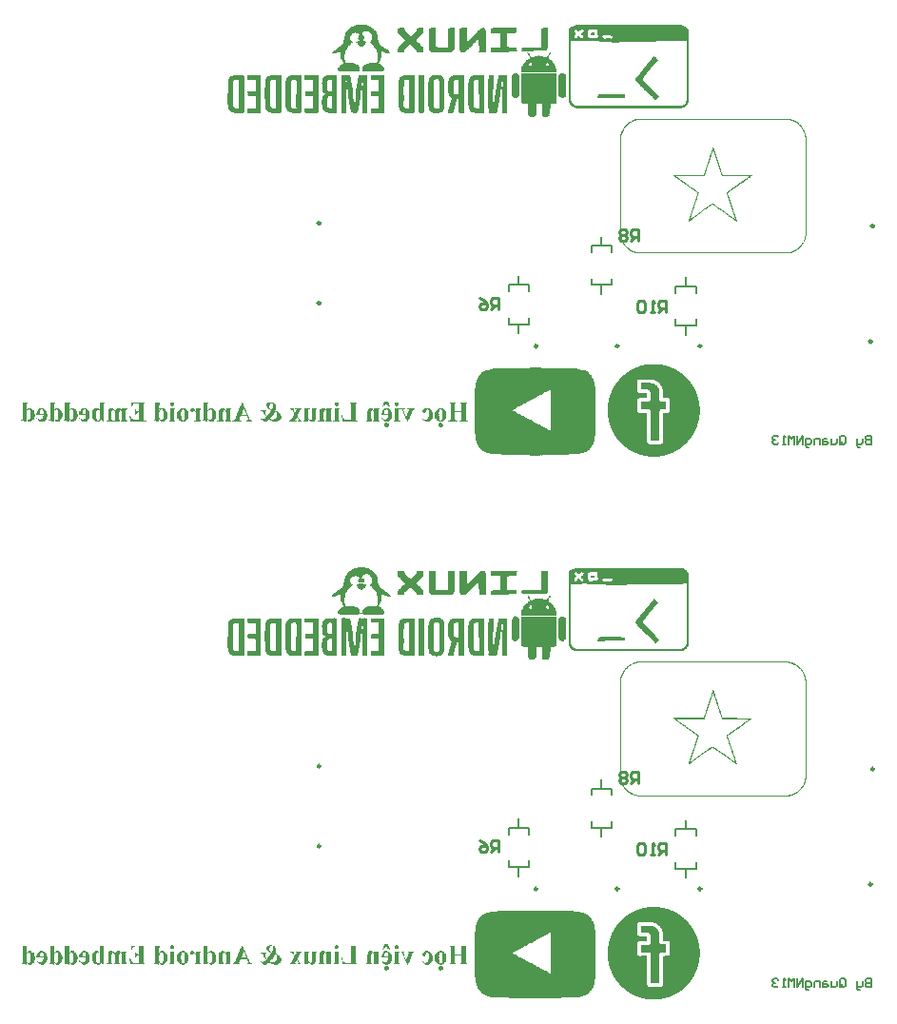
<source format=gbo>
G04*
G04 #@! TF.GenerationSoftware,Altium Limited,Altium Designer,24.4.1 (13)*
G04*
G04 Layer_Color=32896*
%FSTAX25Y25*%
%MOIN*%
G70*
G04*
G04 #@! TF.SameCoordinates,C872E002-563E-4E90-9F37-C142BC3F6998*
G04*
G04*
G04 #@! TF.FilePolarity,Positive*
G04*
G01*
G75*
%ADD26C,0.01000*%
%ADD27C,0.00500*%
%ADD29C,0.00600*%
G36*
X0127422Y0343707D02*
X0127559Y0343673D01*
X0127731Y0343604D01*
X0128039Y034357D01*
X0128313Y0343536D01*
X0128468Y034345D01*
X0128588Y0343467D01*
X0128776Y0343381D01*
X0128982Y0343347D01*
X0129033Y0343296D01*
X0129016Y0343142D01*
X0129085Y0343073D01*
X012929Y0343039D01*
X0129427Y0342901D01*
X0129599Y0342867D01*
X0129736Y034273D01*
X013001Y0342696D01*
X0130113Y0342593D01*
X0130301Y0342507D01*
X0130336Y0342439D01*
X0130456Y0342353D01*
X0130593Y0342216D01*
X0130644Y0342199D01*
X0130678Y034213D01*
X0130764Y0342045D01*
X0130815Y0342028D01*
X013085Y0341788D01*
X0130901Y0341736D01*
X0131124Y0341719D01*
X0131227Y0341548D01*
X0131295Y0341479D01*
X0131364Y0341308D01*
X013157Y0341273D01*
X0131638Y0341205D01*
X0131707Y0341034D01*
X0131775Y0340965D01*
X0131809Y0340828D01*
X0131861Y0340331D01*
X0131981Y0340108D01*
X0132015Y0339697D01*
X0132084Y0339526D01*
X0132118Y0339114D01*
X0132152Y0339011D01*
X0132186Y0338394D01*
X0132255Y0338223D01*
X0132306Y0337555D01*
X0132358Y0337435D01*
X0132598Y03374D01*
X0132632Y0337263D01*
X0132666Y0337195D01*
X0132803Y0337058D01*
X0132838Y0336818D01*
X0133198Y0336458D01*
X0133266Y0336424D01*
X01333Y0336355D01*
X0133472Y0336252D01*
X0133506Y0336184D01*
X0133815Y0336149D01*
X0133952Y0336012D01*
X0134123Y033591D01*
X0134157Y0335841D01*
X0134311Y0335755D01*
X0134346Y033555D01*
X0134397Y0335498D01*
X0134534Y0335464D01*
X0134671Y0335327D01*
X013474Y0335293D01*
X0134877Y0335155D01*
X0135186Y033519D01*
X0135374Y0335035D01*
X0135563Y0334915D01*
X0135631Y0334847D01*
X01357Y0334813D01*
X0135837Y0334676D01*
X0135905Y0334641D01*
X0135957Y0334384D01*
X0136008Y0334333D01*
X0136077Y0334298D01*
X0136162Y0334179D01*
X0136368Y0334144D01*
X0136436Y0333973D01*
X0136471Y0333904D01*
X0136574Y0333733D01*
X0136539Y0333562D01*
X0136385Y033351D01*
X01357Y0333544D01*
X0135597Y0333647D01*
X0135323Y0333716D01*
X013522Y0333819D01*
X0135065Y0333836D01*
X0134809Y0333819D01*
X0134706Y0333853D01*
X0134637Y0333887D01*
X0134534Y033399D01*
X0134311Y0334042D01*
X0134192Y0334127D01*
X013402Y0334196D01*
X0133712Y033423D01*
X0133609Y0334264D01*
X0133489Y0334213D01*
X0133455Y0334076D01*
X0133489Y0333836D01*
X0133455Y0332979D01*
X0133403Y0332722D01*
X0133317Y0332533D01*
X0133283Y0332293D01*
X0133215Y0332088D01*
X013318Y0331882D01*
X0133112Y0331711D01*
X0133078Y0331574D01*
X0132975Y0331471D01*
X013294Y0331299D01*
X0132803Y0331162D01*
X0132769Y0330854D01*
X0132735Y0330751D01*
X0132769Y0330682D01*
X0132632Y0330477D01*
X0132598Y0330408D01*
X0132512Y0330357D01*
X0132409Y0330391D01*
X0132324Y033034D01*
X0132255Y0330168D01*
X0132289Y03301D01*
X0132443Y0330048D01*
X0132512Y0330083D01*
X0132889Y0329911D01*
X0132958Y0329877D01*
X013306Y0329774D01*
X0133249Y0329723D01*
X0133335Y0329603D01*
X0133489Y0329517D01*
X0133506Y0329294D01*
X0133746Y032926D01*
X0133969Y0329037D01*
X0134003Y0328969D01*
X0134106Y0328866D01*
X0134243Y0328626D01*
X0134277Y0328523D01*
X0134243Y0327666D01*
X013414Y0327564D01*
X0134106Y0327495D01*
X013402Y0327409D01*
X0133952Y0327375D01*
X0133917Y0327306D01*
X013378Y0327272D01*
X0132409Y0327238D01*
X0127405Y0327272D01*
X0127302Y0327306D01*
X0127097Y0327341D01*
X0127028Y0327409D01*
X0126874Y0327495D01*
X0126839Y0327564D01*
X0126685Y0327615D01*
X0126445Y0327581D01*
X0125657Y0327615D01*
X0125486Y0327444D01*
X0125314Y0327341D01*
X0125143Y0327272D01*
X0123155Y0327238D01*
X0118734Y0327272D01*
X0118562Y0327444D01*
X0118494Y0327478D01*
X0118408Y0327598D01*
X0118202Y0327632D01*
X0118168Y0327735D01*
X0118151Y0328061D01*
X0118185Y0328643D01*
X0118219Y0328712D01*
X0118459Y0328746D01*
X0118528Y0328917D01*
X0118614Y0329003D01*
X0118648Y0329072D01*
X0118716Y032914D01*
X0118734Y0329192D01*
X0118802Y0329226D01*
X0118922Y0329346D01*
X0118956Y0329551D01*
X0119076Y0329603D01*
X0119213Y032974D01*
X0119453Y0329843D01*
X0119556Y0329808D01*
X0119625Y0329877D01*
X0119762Y0329911D01*
X011983Y0329946D01*
X0120002Y0330048D01*
X0120156Y0330134D01*
X0120122Y0330271D01*
X0119984Y0330408D01*
X0119882Y033058D01*
X0119813Y0330648D01*
X0119779Y0330957D01*
X0119745Y0331025D01*
X0119779Y0331128D01*
X0119642Y0331265D01*
X0119607Y0331437D01*
X0119556Y0331488D01*
X011935Y0331522D01*
X0119299Y0331677D01*
X0119265Y0331814D01*
X0119162Y0331985D01*
X0119128Y0332431D01*
X0118991Y0332739D01*
X0118939Y0333476D01*
X0118905Y0333647D01*
X0118888Y0333939D01*
X0118956Y033411D01*
X0118871Y033423D01*
X0118545Y0334179D01*
X0118356Y0334127D01*
X0118185Y0334093D01*
X0118116Y0334024D01*
X0117911Y033399D01*
X0117774Y0333853D01*
X0117568Y0333819D01*
X0117465Y0333716D01*
X0117191Y0333647D01*
X0117123Y0333579D01*
X0116985Y0333544D01*
X0116848Y0333579D01*
X0116643Y0333544D01*
X011654Y033351D01*
X011606Y0333544D01*
X0116009Y0333699D01*
X0116111Y033387D01*
X011618Y0334042D01*
X0116214Y033411D01*
X0116351Y0334247D01*
X0116386Y0334316D01*
X0116437Y0334367D01*
X0116506Y0334401D01*
X0116557Y0334658D01*
X0116677Y0334744D01*
X0116711Y0334813D01*
X0116848Y0334847D01*
X0117054Y0334813D01*
X0117243Y0334967D01*
X0117431Y0335087D01*
X0117671Y0335258D01*
X0117739Y0335327D01*
X0117808Y0335361D01*
X0117911Y0335464D01*
X0118082Y0335532D01*
X0118134Y0335584D01*
X0118116Y0335738D01*
X0118151Y0335807D01*
X0118288Y0335841D01*
X0118374Y0335824D01*
X0118494Y033591D01*
X0118596Y0336012D01*
X0118939Y0336218D01*
X0119042Y0336321D01*
X0119111Y0336355D01*
X0119213Y0336458D01*
X0119282Y0336492D01*
X0119385Y0336595D01*
X011959Y0336629D01*
X0119676Y0336715D01*
X011971Y0336784D01*
X0119779Y0336818D01*
X0119813Y0336955D01*
X0119847Y0337126D01*
X011995Y0337195D01*
X0120036Y0337418D01*
X0120087Y0337469D01*
X0120122Y0337606D01*
X0120173Y0338343D01*
X0120242Y0338617D01*
X0120276Y0338789D01*
X0120344Y033968D01*
X0120379Y0339748D01*
X0120533Y0339731D01*
X0120601Y0339902D01*
X0120636Y0340142D01*
X012067Y0340314D01*
X0120704Y0340417D01*
Y0340451D01*
X0120687Y0340468D01*
X012067Y0340485D01*
X0120773Y0340657D01*
X0120807Y0340999D01*
X0120859Y0341051D01*
X0121064Y0341085D01*
X0121116Y0341136D01*
X012115Y0341273D01*
X0121253Y0341376D01*
X0121321Y0341548D01*
X0121424Y0341616D01*
X0121458Y0341685D01*
X0121544Y0341771D01*
X0121596Y0341788D01*
X012163Y0342028D01*
X0121853Y034225D01*
X0121904Y0342267D01*
X0121938Y0342336D01*
X012199Y0342387D01*
X0122075Y0342405D01*
X0122195Y0342387D01*
X0122281Y0342473D01*
X0122315Y0342542D01*
X0122504Y0342662D01*
X0122744Y0342799D01*
X0122846Y0342902D01*
X0123018Y0342936D01*
X0123121Y0343039D01*
X0123258Y0343073D01*
X0123532Y0343107D01*
X0123583Y0343159D01*
X0123566Y0343313D01*
X0123635Y0343381D01*
X0123909Y0343416D01*
X0123978Y0343484D01*
X0124252Y0343518D01*
X0124355Y0343553D01*
X0124663Y0343587D01*
X0124732Y0343621D01*
X0124834Y0343587D01*
X0125074Y034369D01*
X0125314Y0343724D01*
X0126497Y0343741D01*
X0127422Y0343707D01*
D02*
G37*
G36*
X0238696Y0343518D02*
X0238748Y0343467D01*
X0238765Y0343416D01*
X0238902Y0343381D01*
X023909Y0343398D01*
X023921Y0343347D01*
X0239296Y0343227D01*
X0239416Y034321D01*
X023945Y0343244D01*
X023957Y0343159D01*
X0239604Y034309D01*
X0239656Y0343039D01*
X0239707Y0343021D01*
X0239741Y0342953D01*
X0239827Y0342867D01*
X0239879Y034285D01*
X0239913Y0342782D01*
X0239964Y034273D01*
X0240204Y0342696D01*
X024029Y0342576D01*
X024065Y0342216D01*
X0240701Y0342199D01*
X0240718Y0342113D01*
X0240701Y0341993D01*
X0240787Y0341908D01*
X0240855Y0341873D01*
X024089Y0341325D01*
X0241044Y0341171D01*
X0241027Y0316784D01*
X0240958Y031675D01*
X0240873Y0316664D01*
X024089Y0316407D01*
X0240838Y0316287D01*
X0240718Y0316201D01*
X0240701Y0316081D01*
X0240736Y0316047D01*
X024065Y0315927D01*
X0240581Y0315893D01*
X024053Y0315841D01*
X0240495Y0315773D01*
X0240393Y0315704D01*
X0240358Y0315464D01*
X0240238Y0315379D01*
X024017Y0315276D01*
X023993Y0315242D01*
X0239879Y031519D01*
X0239844Y0315122D01*
X0239724Y0315036D01*
X023969Y0314967D01*
X0239621Y0314933D01*
X023957Y0314882D01*
X0239536Y0314813D01*
X0239416Y0314762D01*
X0239347Y0314796D01*
X0239227Y031471D01*
X0239193Y0314642D01*
X0239039Y031459D01*
X0238936Y0314625D01*
X0238799Y031459D01*
X0238713Y0314505D01*
X0238696Y0314453D01*
X0204113Y0314453D01*
X0201439Y0314488D01*
X0201388Y0314539D01*
X0201371Y031459D01*
X0201234Y0314625D01*
X0200874Y0314608D01*
X0200754Y0314659D01*
X0200668Y0314779D01*
X0200599Y0314813D01*
X0200565Y0314882D01*
X0200514Y0314933D01*
X0200274Y0314967D01*
X0200102Y0315173D01*
X02Y0315276D01*
X0199777Y0315293D01*
X0199708Y0315567D01*
X0199314Y0315961D01*
X0199263Y0315979D01*
X0199228Y0316218D01*
X0199177Y031627D01*
X0199108Y0316304D01*
X0199074Y0316715D01*
X019892Y0316835D01*
X0198954Y0341719D01*
X0199074Y0341805D01*
X0199108Y0342353D01*
X0199263Y0342473D01*
X0199297Y0342713D01*
X0199554Y0342764D01*
X0199605Y0342816D01*
X019964Y0342884D01*
X0200051Y0342919D01*
X0200171Y0343073D01*
X0200462Y0343056D01*
X0200582Y0343142D01*
X0200617Y034321D01*
X0200702Y0343227D01*
X0200822Y034321D01*
X0200908Y0343296D01*
X0200942Y0343364D01*
X0201079Y0343398D01*
X0201336Y0343381D01*
X0201388Y0343433D01*
X0201422Y0343501D01*
X0201473Y0343553D01*
X0238696Y0343518D01*
D02*
G37*
G36*
X0191671Y0342525D02*
X0191688Y0341136D01*
Y0341102D01*
X0191654Y0335515D01*
X0191534Y033543D01*
X0191516Y0335241D01*
X0191551Y0335138D01*
X0191431Y0334984D01*
X0191379Y0334967D01*
X0191345Y0334864D01*
X0191379Y0334761D01*
X0191328Y0334676D01*
X0191054Y0334641D01*
X0190968Y0334521D01*
X0182519Y0334504D01*
X0182468Y0334556D01*
X0182502Y0334624D01*
X0182554Y0334676D01*
X0182622Y033471D01*
X0182639Y0334795D01*
X0182588Y0334847D01*
X0182519Y0334881D01*
X0182468Y0334933D01*
X0182502Y0335447D01*
X0182554Y0335498D01*
X0182622Y0335532D01*
X0182725Y0335669D01*
X0183016Y0335652D01*
X0183153Y0335755D01*
X0183171Y0335807D01*
X0183308Y0335841D01*
X0183479Y0335807D01*
X0183582Y0335841D01*
X0189152Y0335824D01*
X018922Y0335892D01*
X0189254Y034237D01*
X0189409Y0342422D01*
X0189546Y0342387D01*
X0189854Y0342422D01*
X0189923Y0342559D01*
X0191671Y0342525D01*
D02*
G37*
G36*
X0180823Y0342507D02*
X0180857Y034237D01*
X0180823Y0342267D01*
X018084Y0341016D01*
X0180771Y0340914D01*
X0180206Y0340897D01*
X0180172Y0340828D01*
X0180086Y0340742D01*
X0179829Y0340759D01*
X0178132Y0340742D01*
X0178029Y0340776D01*
X0177875Y0340691D01*
X0177841Y0340622D01*
X0177687Y0340571D01*
X0177584Y0340605D01*
X0177412Y0340571D01*
X0177361Y0340417D01*
X0177395Y034028D01*
X0177378Y0336081D01*
X0177447Y0335978D01*
X0177944Y0335995D01*
X0178046Y0335927D01*
X0178081Y0335858D01*
X0178132Y0335807D01*
X0178578Y0335841D01*
X0180583Y0335824D01*
X0180737Y0335841D01*
X0180823Y0335789D01*
X018084Y0335635D01*
X0180823Y0334727D01*
X0180857Y0334624D01*
X0180771Y0334504D01*
X0177892Y033447D01*
X0177858Y0334059D01*
X0177755Y0334024D01*
X0171671Y0334007D01*
X0171637Y033411D01*
X0171654Y0334161D01*
X0171774Y0334213D01*
X017174Y033435D01*
X017162Y0334436D01*
X0171603Y0334556D01*
X0171637Y0334658D01*
X017162Y0335258D01*
X0171688Y0335327D01*
X0171774Y0335344D01*
X017174Y0335481D01*
X0171637Y033555D01*
X0171654Y0335669D01*
X0172151Y0335652D01*
X0172254Y0335687D01*
X0172288Y0335755D01*
X0172374Y0335841D01*
X0172631Y0335824D01*
X0174842Y0335841D01*
X0174944Y0335807D01*
X0175065Y0335858D01*
X0175082Y0336012D01*
X0175065Y0340451D01*
X0175065Y0340485D01*
X0175082Y0340639D01*
X0175047Y0340742D01*
X017491Y0340776D01*
X0174773Y0340742D01*
X0172048Y0340759D01*
X0171894Y0340742D01*
X0171808Y0340794D01*
X0171774Y0340862D01*
X0171723Y0340914D01*
X0171654Y0340948D01*
X0171637Y0341034D01*
X0171688Y0341085D01*
X0171757Y0341119D01*
X0171774Y0341205D01*
X0171688Y0341291D01*
X017162Y0341325D01*
X0171603Y0341445D01*
X0171637Y0341548D01*
X017162Y0342319D01*
X0171654Y0342387D01*
X0171791Y0342422D01*
X0171928Y0342387D01*
X0172237Y0342422D01*
X0172288Y0342473D01*
X0172322Y0342542D01*
X0180771Y0342559D01*
X0180823Y0342507D01*
D02*
G37*
G36*
X016946Y0342525D02*
X0169546Y0342405D01*
X0169649Y0342336D01*
X0169683Y0342267D01*
X0169803Y0342182D01*
X016982Y0341925D01*
X0169786Y0341891D01*
X0169838Y0341771D01*
X0169906Y0341736D01*
X0169992Y0341651D01*
X0169957Y0334213D01*
X0169803Y0334161D01*
X0169666Y0334196D01*
X0169186Y0334161D01*
X0169101Y0334042D01*
X0167575Y0334024D01*
X0167524Y0334076D01*
X016749Y0334213D01*
X0167524Y0334316D01*
X0167507Y0338549D01*
X0167524Y0338737D01*
X0167473Y0338789D01*
X016737Y0338754D01*
X0167318Y0338703D01*
X0167284Y0338634D01*
X0166924Y0338274D01*
X0166873Y0338257D01*
X0166839Y0338189D01*
X0166273Y0337623D01*
X0166221Y0337606D01*
X0166187Y0337538D01*
X0166102Y0337452D01*
X016605Y0337435D01*
X0166016Y0337366D01*
X016593Y0337281D01*
X0165879Y0337263D01*
X0165845Y0337195D01*
X0165759Y0337109D01*
X0165707Y0337092D01*
X0165673Y0337023D01*
X0165622Y0336972D01*
X0165382Y0336938D01*
X016533Y0336681D01*
X0165279Y0336629D01*
X0165228Y0336612D01*
X0165193Y0336543D01*
X0165108Y0336458D01*
X0165056Y0336441D01*
X0165022Y0336372D01*
X0164628Y0335978D01*
X0164576Y0335961D01*
X0164542Y0335892D01*
X0164456Y0335807D01*
X0164405Y0335789D01*
X0164371Y0335721D01*
X0164319Y0335669D01*
X0164079Y0335635D01*
X0164028Y0335378D01*
X0163977Y0335327D01*
X0163925Y033531D01*
X0163891Y0335241D01*
X0163805Y0335155D01*
X0163754Y0335138D01*
X0163719Y033507D01*
X0163634Y0334984D01*
X0163479Y0335001D01*
X0163411Y0334967D01*
X0163377Y0334727D01*
X0163325Y0334676D01*
X0163257Y0334641D01*
X0163171Y0334521D01*
X0163068Y0334453D01*
X0163034Y0334384D01*
X0162982Y0334333D01*
X016276Y0334316D01*
X0162725Y0334247D01*
X016264Y0334161D01*
X0162297Y0334196D01*
X0161954Y0334161D01*
X0161869Y0334042D01*
X0161303Y0334024D01*
X0161217Y0334144D01*
X0160995Y0334367D01*
X0160943Y0334384D01*
X0160909Y0334624D01*
X0160857Y0334676D01*
X0160789Y033471D01*
X0160772Y0340999D01*
Y0341034D01*
X0160806Y034237D01*
X016096Y0342422D01*
X0161063Y0342387D01*
X0161372Y0342422D01*
X0161423Y0342473D01*
X0161457Y0342542D01*
X0163188Y0342559D01*
X016324Y0342507D01*
X0163223Y0337863D01*
X0163291Y0337795D01*
X016336Y0337829D01*
X0163548Y0338017D01*
X0163582Y0338086D01*
X0163634Y0338137D01*
X0163874Y0338172D01*
X0163959Y0338292D01*
X0164062Y033836D01*
X0164096Y0338429D01*
X0164148Y033848D01*
X0164199Y0338497D01*
X0164234Y0338566D01*
X0164285Y0338617D01*
X0164354Y0338651D01*
X0164456Y0338789D01*
X0164525Y0338823D01*
X0164628Y033896D01*
X0164696Y0338994D01*
X0164799Y0339131D01*
X0164868Y0339166D01*
X0164936Y0339268D01*
X0165005Y0339303D01*
X0165108Y033944D01*
X0165176Y0339474D01*
X0165228Y033956D01*
X0165193Y0339663D01*
X0165228Y0339731D01*
X0165279Y0339783D01*
X0165519Y0339817D01*
X0165622Y0339954D01*
X016569Y0339988D01*
X0165759Y0340091D01*
X0165827Y0340125D01*
X0165913Y0340245D01*
X0166016Y0340314D01*
X016605Y0340382D01*
X0166102Y0340434D01*
X016617Y0340468D01*
X0166273Y0340605D01*
X0166341Y0340639D01*
X0166444Y0340776D01*
X0166513Y0340811D01*
X0166581Y0340914D01*
X016665Y0340948D01*
X0166736Y0341068D01*
X0166839Y0341136D01*
X0166873Y0341205D01*
X0166924Y0341256D01*
X0166993Y0341291D01*
X0167044Y0341548D01*
X0167301Y0341599D01*
X0167353Y0341651D01*
X0167387Y0341719D01*
X016749Y0341788D01*
X0167524Y0341856D01*
X0167575Y0341908D01*
X0167644Y0341942D01*
X016773Y0342062D01*
X0167833Y034213D01*
X0167867Y0342199D01*
X0167918Y034225D01*
X0167987Y0342285D01*
X0168055Y0342387D01*
X0168192Y0342422D01*
X016833Y0342387D01*
X0168604Y0342422D01*
X0168689Y0342507D01*
X0168707Y0342559D01*
X016946Y0342525D01*
D02*
G37*
G36*
X0158955Y0342507D02*
X0158921Y0335207D01*
X015887Y0335155D01*
X0158801Y0335121D01*
X015875Y0334864D01*
X0158647Y0334795D01*
X0158613Y0334727D01*
X0158561Y0334676D01*
X0158493Y0334641D01*
X015839Y0334504D01*
X0158321Y033447D01*
X0158218Y0334333D01*
X0157978Y0334298D01*
X015791Y0334196D01*
X0157773Y0334161D01*
X015767Y0334196D01*
X015719Y0334161D01*
X0157139Y033411D01*
X0157104Y0334042D01*
X0155991Y0334024D01*
X0155956D01*
X015126Y0334059D01*
X0151209Y033411D01*
X0151192Y0334161D01*
X0151055Y0334196D01*
X0150849Y0334161D01*
X0150729Y0334247D01*
X0150695Y0334316D01*
X0150575Y0334401D01*
X0150506Y0334504D01*
X0150438Y0334539D01*
X0150387Y033459D01*
X0150352Y0334658D01*
X0150249Y0334727D01*
X0150215Y0334795D01*
X0150164Y0334847D01*
X0150095Y0334881D01*
X0150061Y0335293D01*
X0149907Y0335413D01*
X0149941Y034237D01*
X0150095Y0342422D01*
X0150198Y0342387D01*
X0150506Y0342422D01*
X0150592Y0342507D01*
X0150609Y0342559D01*
X0152357Y0342525D01*
X0152392Y0336047D01*
X015246Y0335978D01*
X0152752Y0335995D01*
X0152871Y033591D01*
X0152906Y0335841D01*
X0153043Y0335807D01*
X015318Y0335841D01*
X0156556Y0335824D01*
X0156659Y0335892D01*
X0156693Y034237D01*
X0156847Y0342422D01*
X015695Y0342387D01*
X0157259Y0342422D01*
X015731Y0342473D01*
X0157344Y0342542D01*
X0158904Y0342559D01*
X0158955Y0342507D01*
D02*
G37*
G36*
X0148073Y0342525D02*
X0148107Y0341085D01*
X0148124Y0341068D01*
X0148073Y0340948D01*
X0148004Y0340914D01*
X0145622Y0338531D01*
X0145657Y0338155D01*
X0145776Y0338069D01*
X0146479Y0337366D01*
X0146496Y0337315D01*
X0146736Y0337281D01*
X0146788Y0337229D01*
X0146822Y033716D01*
X0146942Y0337075D01*
X0146976Y0336835D01*
X0147045Y0336801D01*
X0147782Y0336064D01*
X0147799Y0336012D01*
X0148073Y0335944D01*
X014809Y0334247D01*
X0148039Y0334196D01*
X0147901Y0334161D01*
X0147799Y0334196D01*
X014749Y0334161D01*
X0147439Y033411D01*
X0147405Y0334042D01*
X0145845Y0334024D01*
X0145794Y0334076D01*
X0145759Y0334795D01*
X014372Y0336835D01*
X0143669Y0336852D01*
X0143634Y0336921D01*
X0143583Y0336972D01*
X014348Y0337006D01*
X014336Y0336955D01*
X0143326Y0336886D01*
X0141595Y0335155D01*
X0141543Y0335138D01*
X0141509Y0335001D01*
X0141492Y0334196D01*
X0141321Y0334161D01*
X0141218Y0334196D01*
X0140738Y0334161D01*
X0140687Y033411D01*
X0140652Y0334042D01*
X0139093Y0334024D01*
X0139041Y0334179D01*
X0139076Y0335447D01*
X0139127Y0335498D01*
X0139196Y0335532D01*
X0139247Y0335789D01*
X0139298Y0335841D01*
X0139367Y0335875D01*
X013947Y0336012D01*
X0139521Y0336029D01*
X0139556Y0336098D01*
X0139607Y0336149D01*
X0139675Y0336184D01*
X0139761Y0336304D01*
X0139864Y0336372D01*
X0139898Y0336441D01*
X013995Y0336492D01*
X0140018Y0336526D01*
X0140104Y0336646D01*
X0140207Y0336715D01*
X0140241Y0336784D01*
X0140293Y0336835D01*
X0140344Y0336852D01*
X0140378Y0336921D01*
X014043Y0336972D01*
X0140498Y0337006D01*
X0140601Y0337143D01*
X014067Y0337178D01*
X0140772Y0337315D01*
X0140841Y0337349D01*
X0140944Y0337486D01*
X0141012Y033752D01*
X0141081Y0337623D01*
X0141149Y0337657D01*
X0141201Y0337709D01*
X0141235Y0337777D01*
X0141338Y0337846D01*
X0141372Y0337914D01*
X0141424Y0337966D01*
X0141492Y0338D01*
X0141561Y0338103D01*
X0141629Y0338137D01*
X0141681Y0338189D01*
X0141664Y0338274D01*
X0141595Y0338309D01*
X0141424Y033848D01*
X0141372Y0338497D01*
X0141338Y0338566D01*
X0141287Y0338617D01*
X0141218Y0338651D01*
X0141132Y0338771D01*
X0141029Y033884D01*
X0140995Y0338909D01*
X0140944Y033896D01*
X0140875Y0338994D01*
X0140789Y0339114D01*
X0140721Y0339148D01*
X0140687Y0339217D01*
X0140601Y0339303D01*
X014055Y033932D01*
X0140515Y0339388D01*
X0140464Y033944D01*
X0140395Y0339474D01*
X014031Y0339594D01*
X0140207Y0339663D01*
X0140173Y0339731D01*
X0140121Y0339783D01*
X0140053Y0339817D01*
X0139967Y0339937D01*
X0139898Y0339971D01*
X0139864Y034004D01*
X0139778Y0340125D01*
X0139727Y0340142D01*
X0139693Y0340211D01*
X0139641Y0340262D01*
X0139573Y0340297D01*
X0139487Y0340417D01*
X0139384Y0340485D01*
X013935Y0340554D01*
X0139298Y0340605D01*
X013923Y0340639D01*
X0139179Y0340897D01*
X0139059Y0340982D01*
X0139041Y0342336D01*
X0139093Y0342387D01*
X013923Y0342422D01*
X0139367Y0342387D01*
X0139675Y0342422D01*
X0139778Y0342559D01*
X0141492Y0342525D01*
X0141526Y0341633D01*
X0141681Y0341513D01*
X0141715Y0341445D01*
X0141835Y0341359D01*
X0141903Y0341256D01*
X0141972Y0341222D01*
X0142023Y0341171D01*
X0142058Y0341102D01*
X0142178Y0341016D01*
X0142212Y0340948D01*
X014228Y0340914D01*
X0142366Y0340828D01*
X0142383Y0340776D01*
X0142418D01*
X0142503Y0340691D01*
X0142537Y0340622D01*
X0142657Y0340537D01*
X0142726Y0340434D01*
X0142795Y03404D01*
X0142846Y0340348D01*
X014288Y034028D01*
X0143Y0340194D01*
X0143035Y0340125D01*
X0143103Y0340091D01*
X0143189Y0340005D01*
X0143206Y0339954D01*
X0143274Y033992D01*
X0143326Y0339868D01*
X014336Y03398D01*
X014348Y0339714D01*
X0143549Y0339611D01*
X0143703Y0339594D01*
X0143806Y0339663D01*
X014384Y0339731D01*
X014396Y0339817D01*
X0144011Y0339868D01*
X0144028Y033992D01*
X0144097Y0339954D01*
X0144148Y0340005D01*
X0144183Y0340074D01*
X0144303Y034016D01*
X0144371Y0340262D01*
X014444Y0340297D01*
X0144491Y0340348D01*
X0144526Y0340417D01*
X0144645Y0340502D01*
X014468Y0340571D01*
X0144748Y0340605D01*
X0144834Y0340691D01*
X0144851Y0340742D01*
X014492Y0340776D01*
X0144971Y0340828D01*
X0145005Y0340897D01*
X0145142Y0340999D01*
X0145177Y0341068D01*
X0145314Y0341171D01*
X0145331Y0341222D01*
X0145399Y0341256D01*
X0145485Y0341342D01*
X0145502Y0341393D01*
X0145571Y0341428D01*
X0145657Y0341513D01*
X0145674Y0341565D01*
X0145742Y0341599D01*
X0145794Y0341651D01*
X0145828Y034237D01*
X0145982Y0342422D01*
X0146085Y0342387D01*
X0146393Y0342422D01*
X0146479Y0342507D01*
X0146496Y0342559D01*
X0148073Y0342525D01*
D02*
G37*
G36*
X019263Y033399D02*
X0192682Y0333939D01*
X0192648Y0333733D01*
X0192596Y0333682D01*
X0192528Y0333647D01*
X0192493Y0333236D01*
X0192391Y0333202D01*
X0192219Y0333168D01*
X0192168Y0333116D01*
X0192185Y0332962D01*
X0192116Y0332859D01*
X0192048Y0332825D01*
X0191962Y0332705D01*
X0191859Y0332602D01*
X0191893Y0331745D01*
X0192151Y0331694D01*
X0192253Y0331557D01*
X0192493Y0331522D01*
X0192631Y0331351D01*
X0192699Y0331317D01*
X0192733Y0331248D01*
X019287Y0331214D01*
X019299Y0331197D01*
X0193025Y033106D01*
X019299Y0330991D01*
X0193042Y0330905D01*
X0193282Y0330871D01*
X0193505Y0330648D01*
X0193522Y0330426D01*
X0193676Y033034D01*
X019371Y03301D01*
X0193762Y0330048D01*
X0193813Y0330031D01*
X0193847Y0329963D01*
X0193899Y0329911D01*
X0194139Y0329877D01*
X0194173Y0329466D01*
X0194241Y0329397D01*
X019431Y0329363D01*
X0194344Y0328986D01*
X0194413Y0328917D01*
X0194464Y03289D01*
X0194498Y0328763D01*
X0194533Y0328455D01*
X019479Y0328403D01*
X0194841Y0328249D01*
X0194807Y0328146D01*
X0194824Y0327066D01*
X019479Y0326964D01*
X0194653Y0326929D01*
X0194498Y0326946D01*
X0182656Y0326929D01*
X0182622Y0326964D01*
X0182519Y0326929D01*
X0182348Y0326964D01*
X0182297Y0327118D01*
X0182331Y0327255D01*
X0182314Y0328163D01*
X0182382Y0328266D01*
X0182451Y03283D01*
X0182502Y0328455D01*
X0182468Y0328557D01*
X0182502Y03289D01*
X0182776Y0328935D01*
X0182811Y0329037D01*
X0182845Y0329209D01*
X0182896Y032926D01*
X0182965Y0329294D01*
X0182982Y0329517D01*
X0182948Y0329586D01*
X0183033Y032974D01*
X0183102Y0329774D01*
X0183153Y0329826D01*
X0183136Y032998D01*
X0183171Y0330048D01*
X0183239Y0330083D01*
X0183291Y0330134D01*
X0183325Y0330374D01*
X0183582Y0330426D01*
X0183633Y0330477D01*
X0183685Y0330665D01*
X0183788Y03307D01*
X0183959Y0330802D01*
X0184045Y0330991D01*
X0184062Y0331179D01*
X0184199Y0331214D01*
X0184404Y0331248D01*
X0184799Y0331642D01*
X0184816Y0331694D01*
X0184953Y0331728D01*
X0185176Y0331711D01*
X0185278Y0331779D01*
X0185296Y0332002D01*
X018545Y0332088D01*
X0185416Y0332191D01*
X0185296Y0332276D01*
X0185261Y0332653D01*
X0185107Y0332773D01*
X0185073Y0332945D01*
X0185021Y0332996D01*
X0184816Y033303D01*
X0184764Y0333219D01*
X0184782Y0333407D01*
X0184696Y0333527D01*
X0184627Y0333562D01*
X0184593Y0333802D01*
X0184473Y0333887D01*
X0184456Y0333973D01*
X0184507Y0334024D01*
X0184747Y033399D01*
X018485Y0333819D01*
X0185056Y0333784D01*
X0185107Y0333733D01*
X0185141Y0333562D01*
X0185193Y033351D01*
X0185261Y0333476D01*
X0185296Y0333065D01*
X018545Y0332945D01*
X0185484Y0332739D01*
X0185621Y0332602D01*
X0185587Y0332293D01*
X0185673Y0332208D01*
X0186067Y0332225D01*
X0186101Y0332293D01*
X0186187Y0332379D01*
X0186838Y0332413D01*
X0186889Y0332465D01*
X0186924Y033267D01*
X0187078Y0332722D01*
X0187181Y0332688D01*
X0187729Y0332722D01*
X0187935Y0332825D01*
X0188003Y0332756D01*
X018814Y0332722D01*
X0188209Y0332756D01*
X0188312Y0332859D01*
X018886Y0332825D01*
X0188912Y0332773D01*
X0188929Y0332722D01*
X0189014Y0332705D01*
X0189169Y0332756D01*
X018934Y0332688D01*
X018994Y0332705D01*
X0190043Y033267D01*
X0190077Y0332396D01*
X0190968Y0332362D01*
X0191071Y0332259D01*
X0191088Y0332208D01*
X0191328Y0332242D01*
X0191448Y0332465D01*
X0191482Y033267D01*
X0191516Y0332773D01*
X0191551Y033291D01*
X0191585Y0332979D01*
X0191842Y033303D01*
X0191859Y0333185D01*
Y0333219D01*
X0191893Y0333459D01*
X0192031Y0333596D01*
X0192065Y0333664D01*
X0192185Y033375D01*
X0192202Y033387D01*
X0192168Y0333904D01*
X0192253Y0334024D01*
X019263Y033399D01*
D02*
G37*
G36*
X0153797Y0326107D02*
X0153883Y0326021D01*
X01539Y032597D01*
X015414Y0325935D01*
X0154191Y0325884D01*
X0154225Y0325816D01*
X0154482Y0325764D01*
X0154568Y0325644D01*
X0154825Y0325593D01*
X0154876Y0325336D01*
X0154928Y0325284D01*
X0154997Y032525D01*
X0155065Y0325147D01*
X0155134Y0325113D01*
X0155185Y0325061D01*
X0155219Y0324821D01*
X0155322Y0324753D01*
X0155356Y0324616D01*
X0155322Y0324513D01*
X0155356Y0324033D01*
X0155408Y0323982D01*
X0155476Y0323948D01*
X0155493Y0314847D01*
X0155408Y0314762D01*
X0155356Y0314745D01*
X0155322Y0314608D01*
X0155339Y0314213D01*
X0155305Y0314145D01*
X0155236Y031411D01*
X0155185Y0314059D01*
X0155151Y0313819D01*
X0155014Y0313751D01*
X0154979Y0313511D01*
X0154928Y0313459D01*
X0154876Y0313442D01*
X0154842Y0313374D01*
X0154756Y0313288D01*
X0154705Y0313271D01*
X0154671Y0313202D01*
X0154585Y0313117D01*
X0154448Y0313151D01*
X0154362Y0313099D01*
X0154311Y031298D01*
X0154157Y0312962D01*
X0153934Y031298D01*
X0153848Y0312894D01*
X0153814Y0312825D01*
X0152923Y0312791D01*
X0152854Y0312722D01*
X015282Y0312654D01*
X0152631Y0312637D01*
X015246Y0312808D01*
X0151432Y0312842D01*
X015138Y0312894D01*
X0151363Y0312945D01*
X0151226Y031298D01*
X0151003Y0312962D01*
X0150901Y0313031D01*
X0150866Y0313099D01*
X0150746Y0313185D01*
X0150678Y0313288D01*
X0150609Y0313322D01*
X0150558Y0313374D01*
X0150524Y0313442D01*
X0150404Y0313528D01*
X0150335Y0313631D01*
X0150267Y0313665D01*
X0150181Y0313785D01*
X0150078Y0313854D01*
X0150044Y031423D01*
X0149907Y0314368D01*
X0149872Y0315087D01*
X0149752Y0315173D01*
X0149735Y0319338D01*
Y0319372D01*
X0149769Y0323622D01*
X014989Y0323708D01*
X0149924Y0324599D01*
X0150078Y0324719D01*
X0150112Y0324959D01*
X0150232Y0325044D01*
X0150267Y0325284D01*
X0150335Y0325319D01*
X0150763Y0325747D01*
X0150781Y0325798D01*
X0151021Y0325833D01*
X0151072Y0325884D01*
X0151106Y0325953D01*
X0151329Y032597D01*
X0151398Y0325935D01*
X0151552Y0326021D01*
X0151586Y032609D01*
X0151637Y0326141D01*
X0151929Y0326124D01*
X0153488Y0326141D01*
X0153591Y0326107D01*
X0153694Y0326141D01*
X0153797Y0326107D01*
D02*
G37*
G36*
X0172117Y032609D02*
X0172168Y032597D01*
X0172305Y0325935D01*
X0172408Y032597D01*
X017258Y0325935D01*
X0172631Y0325781D01*
X0172597Y0325678D01*
X0172614Y0321274D01*
X0172511Y0321171D01*
X017246Y0321154D01*
X0172425Y0321017D01*
X017246Y032088D01*
X0172425Y0317452D01*
X0172374Y0317401D01*
X0172305Y0317367D01*
X0172271Y0314625D01*
X0172254Y0314539D01*
X0172305Y0314453D01*
X0172425Y031447D01*
X017246Y0314539D01*
X0172597Y0314676D01*
X0172631Y0314779D01*
X0172597Y0314882D01*
X0172631Y0315567D01*
X0172751Y0315653D01*
X0172785Y0316681D01*
X017294Y0316835D01*
X0172957Y0317709D01*
X0173025Y0317744D01*
X0173111Y0317829D01*
X0173145Y0319029D01*
X0173265Y0319115D01*
X0173282Y0319783D01*
X0173248Y0319886D01*
X0173334Y032004D01*
X0173402Y0320074D01*
X0173454Y0320229D01*
X0173419Y0320331D01*
X0173454Y0321154D01*
X0173591Y0321257D01*
X0173625Y0322148D01*
X0173762Y0322251D01*
X0173796Y0322971D01*
X0173933Y0323074D01*
X0173968Y0323793D01*
X0174019Y0323845D01*
X0174071Y0323862D01*
X0174105Y0323999D01*
X0174088Y0324153D01*
X0174105Y032441D01*
X0174071Y0324513D01*
X0174105Y0324582D01*
X017419Y0324667D01*
X0174242Y0324684D01*
X0174276Y0324821D01*
X0174242Y0324924D01*
X0174276Y0325267D01*
X0174413Y032537D01*
X0174448Y0325918D01*
X0174499Y032597D01*
X0177172Y0325935D01*
X0177224Y0325884D01*
X017719Y0312825D01*
X017563Y0312808D01*
X0175579Y031286D01*
X0175613Y0318035D01*
X0175664Y0318086D01*
X0175716Y0318104D01*
X017575Y0318241D01*
X0175733Y0318395D01*
X017575Y03216D01*
X0175716Y0321702D01*
X0175801Y0321857D01*
X017587Y0321891D01*
X0175921Y0322045D01*
X0175887Y0322148D01*
X0175904Y0324427D01*
X0175836Y0324496D01*
X0175716Y032441D01*
X0175681Y0324342D01*
X0175579Y0324239D01*
X0175544Y0323862D01*
X0175493Y032381D01*
X0175424Y0323776D01*
X017539Y0322542D01*
X0175322Y0322508D01*
X0175236Y0322422D01*
X0175202Y0321223D01*
X017515Y0321171D01*
X0175082Y0321137D01*
X0175065Y0320092D01*
X0175099Y0319989D01*
X0175013Y0319869D01*
X0174944Y0319834D01*
X0174893Y0319783D01*
X0174927Y031944D01*
X0174893Y0318446D01*
X0174842Y0318395D01*
X0174773Y0318361D01*
X0174722Y0317281D01*
X0174602Y0317195D01*
X0174567Y0316476D01*
X0174499Y0316407D01*
X017443Y0316373D01*
X0174396Y0315653D01*
X0174328Y0315584D01*
X0174276Y0315567D01*
X0174242Y031543D01*
X0174259Y0314865D01*
X0174156Y0314762D01*
X0174105Y0314745D01*
X0174071Y0314608D01*
X0174105Y031447D01*
X0174071Y0313991D01*
X0173951Y0313905D01*
X0173916Y0313185D01*
X0173762Y0313065D01*
X0173728Y0312825D01*
X017258Y0312808D01*
X0172545Y0312808D01*
X0171003Y0312842D01*
X0170951Y0312894D01*
X0170969Y0313219D01*
X01709Y0313288D01*
X0170832Y0313322D01*
X0170814Y0313442D01*
X0170951Y0313511D01*
X0170986Y0313648D01*
X0170951Y0313751D01*
X0170969Y0314351D01*
X01709Y0314453D01*
X0170832Y0314488D01*
X017078Y0314642D01*
X0170814Y0314745D01*
X0170797Y0324564D01*
X01709Y0324667D01*
X0170951Y0324684D01*
X0170986Y0324821D01*
X0170951Y0324959D01*
X0170986Y0325918D01*
X0171037Y032597D01*
X0171843Y0325953D01*
X0171911Y0325987D01*
X0171946Y0326055D01*
X0172031Y0326141D01*
X0172117Y032609D01*
D02*
G37*
G36*
X0117003D02*
X0117054Y032597D01*
X0117157Y0325935D01*
X011726Y032597D01*
X0117808Y0325935D01*
X0117825Y0313614D01*
Y0313579D01*
X0117791Y0312825D01*
X0114758Y0312808D01*
X0114706Y031286D01*
X0114672Y0312928D01*
X011462Y031298D01*
X0114192Y0312962D01*
X0114072Y0313014D01*
X0114004Y0313117D01*
X0113866Y0313151D01*
X0113661Y0313117D01*
X0113575Y0313168D01*
X0113541Y0313236D01*
X0113455Y0313322D01*
X0113404Y0313339D01*
X0113369Y0313408D01*
X0113284Y0313494D01*
X0113232Y0313511D01*
X0113198Y0313579D01*
X0112975Y0313802D01*
X0112907Y0313836D01*
X0112855Y0314093D01*
X0112735Y0314179D01*
X0112684Y0314436D01*
X0112564Y0314522D01*
X0112547Y0314676D01*
X0112581Y0314779D01*
X0112564Y0315344D01*
X0112581Y0315499D01*
X011253Y0315584D01*
X0112461Y0315619D01*
X011241Y031567D01*
X0112375Y0315773D01*
X011241Y0315876D01*
X0112393Y0317298D01*
X0112461Y0317401D01*
X011253Y0317435D01*
X0112581Y0317589D01*
X0112547Y0317795D01*
X0112581Y0317898D01*
X0112547Y0318138D01*
X0112667Y0318258D01*
X0112718Y0318275D01*
X0112752Y0318412D01*
X0112718Y0318515D01*
X0112752Y0318686D01*
X0112804Y0318738D01*
X0112873Y0318772D01*
X0112941Y0318875D01*
X011301Y0318909D01*
X0113061Y031896D01*
X0113095Y0319029D01*
X0113215Y0319115D01*
X0113284Y0319217D01*
X0113524Y0319252D01*
X0113609Y0319372D01*
X0113712Y031944D01*
X0113729Y031956D01*
X0113678Y031968D01*
X0113472Y0319714D01*
X0113404Y0319749D01*
X0113369Y0319817D01*
X0112804Y0320383D01*
X0112752Y03204D01*
X0112718Y0320537D01*
X0112735Y032076D01*
X0112667Y0320863D01*
X0112598Y0320897D01*
X0112547Y0320948D01*
X0112581Y0321394D01*
X0112564Y0322748D01*
X0112581Y0322902D01*
X011253Y0322988D01*
X011241Y0323039D01*
X0112427Y0323468D01*
X0112495Y0323502D01*
X0112581Y0323588D01*
X0112564Y0323879D01*
X0112581Y0324204D01*
X0112547Y0324307D01*
X0112581Y0324445D01*
X0112701Y032453D01*
X0112752Y0324684D01*
X0112718Y0324787D01*
X0112752Y0324924D01*
X0112804Y0324976D01*
X0112873Y032501D01*
X0112958Y032513D01*
X0113027Y0325164D01*
X0113061Y0325233D01*
X0113147Y0325319D01*
X0113198Y0325336D01*
X0113232Y0325404D01*
X0113318Y032549D01*
X0113369Y0325507D01*
X0113404Y0325575D01*
X0113455Y0325627D01*
X0113695Y0325661D01*
X0113781Y0325781D01*
X0113986Y0325816D01*
X0114055Y0325884D01*
X0114072Y0325935D01*
X0114209Y032597D01*
X0116728Y0325953D01*
X0116831Y0326021D01*
X0116866Y032609D01*
X0116917Y0326141D01*
X0117003Y032609D01*
D02*
G37*
G36*
X0110765Y0326055D02*
X0110799Y0325987D01*
X0110953Y0325935D01*
X0111056Y032597D01*
X0111227Y0325935D01*
X0111244Y0319714D01*
X0111244Y031968D01*
X011121Y0312997D01*
X011109Y0312911D01*
X0111022Y0312808D01*
X0106669Y0312842D01*
X0106583Y0312962D01*
X010648Y0313031D01*
X0106515Y0314265D01*
X0106634Y0314351D01*
X0106703Y0314453D01*
X0109411Y0314488D01*
X0109462Y0314608D01*
X0109428Y031471D01*
X0109445Y0318601D01*
X0109411Y0318703D01*
X0109274Y0318738D01*
X0106892Y0318721D01*
X0106651Y031896D01*
X0106634Y0319046D01*
X0106651Y0320023D01*
X0106617Y0320057D01*
X0106669Y0320177D01*
X0106737Y0320212D01*
X0106823Y0320297D01*
X010684Y0320349D01*
X0106977Y0320383D01*
X0109325Y0320366D01*
X0109428Y03204D01*
X0109445Y0320554D01*
X0109428Y0324102D01*
X0109462Y0324204D01*
X0109411Y032429D01*
X0109342Y0324324D01*
X0109256Y032441D01*
X0109239Y0324462D01*
X0109102Y0324496D01*
X0108931Y0324462D01*
X0108828Y0324496D01*
X0106583Y0324479D01*
X010648Y0324547D01*
X0106497Y0325935D01*
X0106634Y032597D01*
X011049Y0325953D01*
X0110559Y0325987D01*
X011061Y0326107D01*
X0110696Y0326124D01*
X0110765Y0326055D01*
D02*
G37*
G36*
X0161766D02*
X01618Y0325987D01*
X016192Y0325935D01*
X0162023Y032597D01*
X0162229Y0325935D01*
X0162246Y0316767D01*
Y0316733D01*
X0162211Y0312825D01*
X0160652Y0312808D01*
X0160566Y0312928D01*
X0160515Y031298D01*
X0160463Y0312997D01*
X0160429Y0313134D01*
X0160395Y0317555D01*
X0159829Y0317572D01*
X0159744Y0317452D01*
X0159692Y0317401D01*
X0159624Y0317367D01*
X0159589Y0316784D01*
X0159435Y0316664D01*
X0159452Y0316201D01*
X0159384Y0316098D01*
X0159315Y0316064D01*
X0159264Y031591D01*
X0159298Y0315807D01*
X0159264Y0315464D01*
X0159127Y0315396D01*
X0159092Y0314813D01*
X0158972Y0314727D01*
X0158938Y0314179D01*
X015887Y031411D01*
X0158801Y0314076D01*
X0158784Y0313819D01*
X0158818Y0313785D01*
X0158732Y0313631D01*
X0158664Y0313596D01*
X0158613Y0313545D01*
X015863Y0313048D01*
X0158527Y0312945D01*
X0158475Y0312928D01*
X0158441Y031286D01*
X015839Y0312808D01*
X0156847Y0312842D01*
X0156762Y0312962D01*
X0156659Y0313031D01*
X0156624Y0313168D01*
X015671Y0313288D01*
X0156779Y0313322D01*
X015683Y0313374D01*
X0156813Y0313871D01*
X0156847Y0313939D01*
X0156916Y0313973D01*
X0157002Y0314059D01*
X0156967Y0314368D01*
X0157053Y0314453D01*
X0157122Y0314488D01*
X0157156Y0315036D01*
X015731Y031519D01*
X0157344Y0315567D01*
X0157396Y0315619D01*
X0157464Y0315653D01*
X0157499Y0316236D01*
X0157618Y0316287D01*
X0157653Y0316424D01*
X0157618Y031663D01*
X0157704Y031675D01*
X0157773Y0316784D01*
X0157824Y0316938D01*
X015779Y0317041D01*
X0157824Y0317384D01*
X0157961Y0317452D01*
X0157927Y0317864D01*
X0157361Y0318429D01*
X015731Y0318446D01*
X0157276Y0318686D01*
X0157224Y0318738D01*
X0157156Y0318772D01*
X0157104Y0319029D01*
X0156984Y0319115D01*
X0156967Y0319303D01*
X0157002Y0319406D01*
X015695Y0319526D01*
X0156882Y031956D01*
X0156796Y0319646D01*
X015683Y0319989D01*
X0156813Y032405D01*
X0156882Y0324153D01*
X015695Y0324187D01*
X0157002Y0324342D01*
X0156967Y0324479D01*
X0157002Y0324616D01*
X0157139Y0324684D01*
X0157173Y0324924D01*
X0157396Y0325147D01*
X0157464Y0325181D01*
X0157516Y0325438D01*
X0157721Y0325473D01*
X015779Y0325507D01*
X0157824Y0325575D01*
X0158047Y0325798D01*
X0158424Y0325833D01*
X0158475Y0325884D01*
X015851Y0325953D01*
X0161372Y032597D01*
X0161475Y0325935D01*
X0161594Y0326055D01*
X0161612Y0326107D01*
X0161697Y0326124D01*
X0161766Y0326055D01*
D02*
G37*
G36*
X0120636D02*
X012067Y0325987D01*
X012079Y0325935D01*
X0120893Y032597D01*
X0122401Y0325935D01*
X0122452Y0325781D01*
X0122435Y0325661D01*
X0122452Y0325575D01*
X0122418Y0325473D01*
X0122452Y0325336D01*
X0122589Y0325267D01*
X0122607Y0325113D01*
X0122589Y032441D01*
X0122641Y0324324D01*
X0122761Y0324273D01*
X0122795Y0323519D01*
X0122915Y0323433D01*
X0122949Y0322542D01*
X0123103Y0322422D01*
X0123086Y0321788D01*
X0123155Y0321685D01*
X0123223Y0321651D01*
X0123275Y03216D01*
X0123258Y0321308D01*
X0123275Y032064D01*
X0123241Y0320537D01*
X0123275Y03204D01*
X0123412Y0320331D01*
X0123429Y0320177D01*
X0123412Y0317829D01*
X0123532Y0317709D01*
X0123583Y0317692D01*
X0123618Y0315156D01*
X0123669Y0315105D01*
X0123738Y031507D01*
X0123755Y0314642D01*
X0123721Y0314539D01*
X0123772Y0314453D01*
X0123909Y0314488D01*
X012408Y0314693D01*
X0124098Y0314813D01*
X0124063Y0314916D01*
X012408Y031531D01*
X0124063Y0316184D01*
X0124098Y0316287D01*
X0124063Y0316424D01*
X0124098Y0316527D01*
X0124183Y0316613D01*
X0124235Y031663D01*
X0124252Y0316784D01*
X0124235Y0319132D01*
X0124355Y0319252D01*
X0124406Y0319269D01*
X012444Y0321154D01*
X0124492Y0321205D01*
X012456Y032124D01*
X0124594Y0322131D01*
X0124663Y0322199D01*
X0124732Y0322234D01*
X0124749Y0322799D01*
X0124715Y0322868D01*
X0124834Y0323022D01*
X0124886Y0323039D01*
X012492Y0323176D01*
X0124886Y0323416D01*
X0124903Y0323742D01*
X0124886Y0323896D01*
X0124971Y0323982D01*
X012504Y0324016D01*
X0125074Y0324153D01*
X0125057Y032489D01*
X0125143Y0324976D01*
X0125212Y032501D01*
X0125246Y0325901D01*
X0125314Y032597D01*
X0125606Y0325953D01*
X0125708Y0326021D01*
X0125743Y032609D01*
X0125863Y0326107D01*
X0125914Y0326055D01*
X0125948Y0325987D01*
X0126068Y0325935D01*
X0126171Y032597D01*
X0127251Y0325953D01*
X0127354Y0326021D01*
X0127388Y032609D01*
X0127508Y0326107D01*
X0127559Y0326055D01*
X0127594Y0325987D01*
X0127714Y0325935D01*
X0127816Y032597D01*
X0128331Y0325935D01*
X0128348Y031286D01*
X0128296Y0312808D01*
X0126754Y0312842D01*
X0126702Y0312894D01*
X0126685Y0312945D01*
X0126617Y031298D01*
X0126531Y0313065D01*
X0126548Y0313356D01*
X0126531Y0318001D01*
X0126565Y0318104D01*
X0126531Y0318241D01*
X0126565Y0318343D01*
X0126617Y0318395D01*
X0126685Y0318429D01*
X012672Y0318566D01*
X0126702Y0322114D01*
X0126754Y0322165D01*
X0126822Y0322199D01*
X0126874Y0322251D01*
X0126839Y0324273D01*
X0126788Y0324324D01*
X0126583Y032429D01*
X0126531Y0324136D01*
X0126565Y0324033D01*
X0126531Y0323553D01*
X0126445Y0323468D01*
X0126394Y032345D01*
X0126377Y0323296D01*
X0126394Y0321942D01*
X0126342Y0321857D01*
X0126223Y0321805D01*
X0126188Y0320571D01*
X0126137Y032052D01*
X0126068Y0320486D01*
X0126034Y0318943D01*
X0125965Y0318875D01*
X0125897Y0318841D01*
X012588Y0317624D01*
X0125914Y0317555D01*
X0125863Y0317435D01*
X0125794Y0317401D01*
X0125708Y0317315D01*
X0125743Y031687D01*
X0125726Y031651D01*
X0125743Y0316356D01*
X0125623Y0316236D01*
X0125571Y0316218D01*
X0125554Y0316064D01*
X0125571Y0315533D01*
X012552Y0315447D01*
X0125451Y0315413D01*
X01254Y0315362D01*
X0125366Y0314642D01*
X0125246Y0314556D01*
X0125212Y0313836D01*
X0125057Y0313716D01*
X0125023Y0312997D01*
X0124886Y0312962D01*
X0124663Y031298D01*
X0124543Y031286D01*
X0124526Y0312808D01*
X0123292Y0312842D01*
X0123241Y0312894D01*
X0123206Y0312962D01*
X0122949Y031298D01*
X0122915Y0312945D01*
X0122761Y0313031D01*
X0122727Y0313271D01*
X0122607Y0313356D01*
X0122589Y0313922D01*
X0122624Y0313991D01*
X0122504Y0314145D01*
X0122452Y0314162D01*
X0122418Y0314299D01*
X0122452Y0314436D01*
X0122418Y0314676D01*
X0122452Y0314779D01*
X0122418Y0314882D01*
X0122332Y0314967D01*
X0122281Y0314984D01*
X0122264Y0315139D01*
X0122281Y031567D01*
X012223Y0315756D01*
X0122161Y031579D01*
X012211Y0315841D01*
X0122075Y031639D01*
X0121955Y0316476D01*
X0121921Y0317709D01*
X0121853Y0317744D01*
X0121767Y0317829D01*
X0121784Y0319423D01*
X012175Y0319526D01*
X012163Y0319577D01*
X0121596Y0319714D01*
X012163Y0319954D01*
X0121613Y0320794D01*
X012163Y0320914D01*
X0121544Y0321034D01*
X0121476Y0321068D01*
X0121424Y0321188D01*
X0121458Y0321291D01*
X0121424Y0322457D01*
X0121373Y0322508D01*
X0121304Y0322542D01*
X012127Y0323948D01*
X0121133Y032405D01*
X0121116Y0324067D01*
X0121133Y0324393D01*
X0121098Y0324462D01*
X0121013Y0324479D01*
X0120944Y032441D01*
X012091Y0324342D01*
X0120859Y032429D01*
X0120807Y0324273D01*
X0120773Y0324136D01*
X0120807Y0324033D01*
X0120773Y032393D01*
X0120824Y0323845D01*
X0120893Y032381D01*
X0120978Y0323725D01*
X0120944Y0323382D01*
X0120978Y0319749D01*
X0121098Y0319663D01*
X0121116Y0313031D01*
X0121064Y031298D01*
X0120996Y0312945D01*
X0120944Y0312894D01*
X012091Y0312825D01*
X0119522Y0312808D01*
X0119436Y0312928D01*
X0119385Y031298D01*
X0119333Y0312997D01*
X0119299Y0313134D01*
X0119333Y0325918D01*
X0119385Y032597D01*
X0119607Y0325987D01*
X0119659Y0326107D01*
X0119779Y032609D01*
X0119813Y0326021D01*
X0119865Y032597D01*
X011995Y0325987D01*
X0120002Y0326107D01*
X0120087Y0326124D01*
X0120156Y0326055D01*
X012019Y0325987D01*
X0120242Y0325935D01*
X0120379Y032597D01*
X0120464Y0326055D01*
X0120482Y0326107D01*
X0120567Y0326124D01*
X0120636Y0326055D01*
D02*
G37*
G36*
X013426Y0325935D02*
X0134277Y031286D01*
X0134226Y0312808D01*
X0131929D01*
X0129701Y0312842D01*
X0129667Y031298D01*
X0129684Y0314265D01*
X012965Y0314299D01*
X0129736Y0314453D01*
X0132443Y0314488D01*
X0132461Y0318686D01*
X0132306Y0318738D01*
X0129959Y0318721D01*
X0129856Y0318755D01*
X0129822Y0318858D01*
X0129856Y031896D01*
X0129736Y031908D01*
X0129684Y0319098D01*
X012965Y0319235D01*
X0129684Y0319338D01*
X0129667Y0319937D01*
X0129736Y032004D01*
X0129804Y0320074D01*
X0129856Y0320126D01*
X0129839Y032028D01*
X0129907Y0320383D01*
X0132358Y0320366D01*
X0132461Y0320434D01*
X0132443Y0324462D01*
X0132306Y0324496D01*
X0132135Y0324462D01*
X0132032Y0324496D01*
X0129753Y0324479D01*
X0129599Y0324633D01*
X012953Y0324667D01*
X0129513Y0324753D01*
X0129599Y0324839D01*
X0129667Y0324873D01*
X0129684Y0325781D01*
X012965Y0325816D01*
X0129736Y032597D01*
X013426Y0325935D01*
D02*
G37*
G36*
X0090971D02*
X0091022Y0325884D01*
Y0321634D01*
Y03216D01*
X0090988Y0312825D01*
X0086481Y0312808D01*
X0086395Y0312894D01*
X0086412Y0313699D01*
X0086344Y0313802D01*
X0086275Y0313836D01*
X0086224Y0313888D01*
X0086258Y0314059D01*
X0086344Y0314145D01*
X0086395Y0314162D01*
X0086429Y0314402D01*
X0086481Y0314453D01*
X0089188Y0314488D01*
X0089206Y0318652D01*
X008912Y0318738D01*
X0086703Y0318721D01*
X0086584Y0318772D01*
X0086532Y0319029D01*
X0086412Y0319115D01*
X0086395Y0319303D01*
X0086446Y0319355D01*
X0086566Y0319406D01*
X0086532Y0319543D01*
X0086412Y0319629D01*
X0086395Y0319852D01*
X0086429Y0319886D01*
X0086395Y0319989D01*
X0086429Y032016D01*
X0086481Y0320212D01*
X0086549Y0320246D01*
X0086635Y0320366D01*
X0088983Y0320383D01*
X0089086Y0320349D01*
X0089206Y0320434D01*
X0089188Y032429D01*
X0089051Y0324324D01*
X0087663Y0324307D01*
X0087595Y0324342D01*
X0087543Y0324462D01*
X0087458Y0324479D01*
X0087389Y0324445D01*
X0087338Y0324324D01*
X00872Y032429D01*
X0087081Y0324376D01*
X0087046Y0324445D01*
X0086995Y0324496D01*
X0086909Y0324445D01*
X0086875Y0324342D01*
X0086755Y0324324D01*
X0086652Y0324496D01*
X0086498Y0324479D01*
X0086429Y0324513D01*
X0086395Y032465D01*
X0086429Y0325918D01*
X0086481Y032597D01*
X0090971Y0325935D01*
D02*
G37*
G36*
X0196778Y0326758D02*
X0196881Y0326655D01*
X0197412Y0326604D01*
X0197446Y0326501D01*
X019748Y032633D01*
X0197532Y0326278D01*
X0197823Y0326295D01*
X0197926Y0326261D01*
X019796Y0326158D01*
X0197926Y0326055D01*
X0198046Y0325935D01*
X0198097Y0325918D01*
X0198132Y0325781D01*
X0198097Y0325678D01*
X0198115Y0318841D01*
X0198029Y0318721D01*
X019796Y0318686D01*
X0197926Y0318583D01*
X019796Y0318481D01*
X0197874Y0318395D01*
X0197497Y0318361D01*
X0197446Y0318309D01*
X0197429Y0318258D01*
X0197309Y0318206D01*
X0197275Y0318069D01*
X0197258Y0317915D01*
X0197103Y0317898D01*
X0196503Y0317915D01*
X0196435Y0317881D01*
X0196315Y0317932D01*
X0196281Y0318035D01*
X0196315Y0318138D01*
X0196264Y0318224D01*
X0196024Y0318258D01*
X019563Y0318652D01*
X0195612Y0318703D01*
X0195475Y0318738D01*
X0195321Y0318755D01*
Y0319783D01*
Y0319817D01*
X0195355Y0325953D01*
X0195612Y0326004D01*
X0195664Y0326055D01*
X0195681Y0326107D01*
X0195749Y0326141D01*
X0195801Y0326192D01*
X0195835Y0326261D01*
X0195972Y0326364D01*
X0196007Y0326604D01*
X0196452Y0326638D01*
X0196572Y0326724D01*
X0196641Y0326792D01*
X0196778Y0326758D01*
D02*
G37*
G36*
X0180326D02*
X0180429Y0326655D01*
X018096Y0326604D01*
X0180994Y0326501D01*
X0181028Y032633D01*
X018108Y0326278D01*
X0181371Y0326295D01*
X0181474Y0326261D01*
X0181508Y0326124D01*
X0181474Y032609D01*
X0181594Y0325935D01*
X0181645Y0325918D01*
X018168Y0325781D01*
X0181645Y0325678D01*
X0181662Y0318841D01*
X0181577Y0318721D01*
X0181508Y0318686D01*
X0181474Y0318583D01*
X0181508Y0318481D01*
X0181422Y0318395D01*
X0181045Y0318361D01*
X0180994Y0318309D01*
X0180977Y0318258D01*
X0180857Y0318206D01*
X0180823Y0318069D01*
X0180806Y0317915D01*
X0180651Y0317898D01*
X0180052Y0317915D01*
X0179983Y0317881D01*
X0179863Y0317932D01*
X0179846Y0318052D01*
X0179863Y0318138D01*
X0179812Y0318224D01*
X0179572Y0318258D01*
X0179177Y0318652D01*
X017916Y0318703D01*
X0178886Y0318772D01*
X0178869Y0325575D01*
X017892Y0325627D01*
X017916Y0325661D01*
X0179212Y0325816D01*
X0179195Y0325833D01*
X0179177Y032585D01*
X0179212Y032609D01*
X0179332Y0326175D01*
X0179383Y0326227D01*
X01794Y0326278D01*
X0179469Y0326312D01*
X017952Y0326364D01*
X0179554Y0326604D01*
X018Y0326638D01*
X018012Y0326724D01*
X0180189Y0326792D01*
X0180326Y0326758D01*
D02*
G37*
G36*
X0182862Y0326518D02*
X0194738Y0326535D01*
X0194721Y0326381D01*
X0194807Y0326295D01*
X0194824Y0316544D01*
X019479Y0316441D01*
X0194687Y0316407D01*
X0194584Y0316441D01*
X0194207Y0316064D01*
X0194019Y0316013D01*
X0193933Y031603D01*
X0193762Y0315927D01*
X0192528Y0315893D01*
X0192493Y0312534D01*
X0192391Y03125D01*
X0192219Y0312465D01*
X0192168Y0312311D01*
X0192202Y0312174D01*
X0192185Y0312088D01*
X0192202Y03119D01*
X0192116Y0311814D01*
X0192048Y031178D01*
X0191962Y031166D01*
X0191859Y0311591D01*
X0191825Y0311523D01*
X0191671Y0311471D01*
X0191534Y0311506D01*
X0191397Y0311471D01*
X0191311Y0311351D01*
X0190574Y0311334D01*
X0190437Y0311471D01*
X0190197Y0311506D01*
X0189991Y031154D01*
X018994Y0311591D01*
X018982Y0311814D01*
X0189751Y0311848D01*
X01897Y0311968D01*
X0189734Y0312071D01*
X0189563Y0312243D01*
X0189529Y031591D01*
X0187626Y0315927D01*
X0187575Y0315876D01*
X0187541Y0312174D01*
X0187404Y0312071D01*
X0187369Y0311831D01*
X0187112Y031178D01*
X0187061Y0311523D01*
X0186804Y0311471D01*
X0186752Y031142D01*
X0186718Y0311351D01*
X0185673Y0311334D01*
X0185587Y031142D01*
X018557Y0311471D01*
X0185433Y0311506D01*
X0185398Y0311471D01*
X0185278Y0311557D01*
X0185244Y0311626D01*
X0185124Y0311711D01*
X018509Y0312123D01*
X0184987Y0312157D01*
X0184799Y0312174D01*
X0184764Y0312311D01*
X0184799Y0312551D01*
X0184782Y0315653D01*
X0184799Y0315841D01*
X0184713Y0315927D01*
X0183171Y0315961D01*
X0183085Y0316081D01*
X0182828Y0316133D01*
X0182742Y0316253D01*
X0182502Y0316287D01*
X0182468Y0316424D01*
X0182485Y0316647D01*
X0182416Y031675D01*
X0182348Y0316784D01*
X0182297Y0316938D01*
X0182331Y0317075D01*
Y0320331D01*
Y0320366D01*
X0182314Y0326175D01*
X0182348Y0326312D01*
X0182399Y0326364D01*
X0182416Y0326552D01*
X0182862Y0326518D01*
D02*
G37*
G36*
X0098203Y0325935D02*
X0098254Y0325884D01*
Y0320126D01*
Y0320092D01*
X009822Y0312997D01*
X00981Y0312911D01*
X0098031Y0312808D01*
X0094827Y0312825D01*
X0094792Y0312894D01*
X0094707Y031298D01*
X0094107Y0312962D01*
X0094004Y0312997D01*
X009397Y0313065D01*
X0093884Y0313151D01*
X009373Y0313134D01*
X0093661Y0313168D01*
X0093627Y0313236D01*
X0093062Y0313802D01*
X009301Y0313819D01*
X0092941Y0314093D01*
X009289Y0314145D01*
X0092839Y0314162D01*
X0092804Y0314299D01*
X0092839Y0314436D01*
X0092804Y0314573D01*
X0092753Y0314625D01*
X0092685Y0314659D01*
X009265Y0317675D01*
X0092582Y0317744D01*
X0092513Y0317778D01*
X0092496Y0321634D01*
X0092547Y0321685D01*
X0092616Y032172D01*
X0092667Y0321771D01*
X0092685Y032429D01*
X0092753Y0324324D01*
X0092839Y032441D01*
X0092822Y032453D01*
X0092907Y032465D01*
X0092976Y0324684D01*
X009301Y0324924D01*
X0093062Y0324976D01*
X009313Y032501D01*
X0093181Y0325267D01*
X0093233Y0325319D01*
X0093301Y0325353D01*
X009337Y0325456D01*
X0093439Y032549D01*
X009349Y0325541D01*
X0093524Y032561D01*
X0093781Y0325661D01*
X0093884Y0325798D01*
X0094261Y0325833D01*
X0094313Y0325884D01*
X009433Y0325935D01*
X0094467Y032597D01*
X0098203Y0325935D01*
D02*
G37*
G36*
X0169306Y0325918D02*
X0169341Y032585D01*
X0169392Y0325798D01*
X016946Y0325764D01*
X0169478Y0313202D01*
X0169392Y0313117D01*
X0169323Y0313082D01*
X0169272Y0312825D01*
X0166102Y0312808D01*
X0166016Y0312894D01*
X0165982Y0312962D01*
X0165553Y031298D01*
X0165519Y0312945D01*
X0165399Y0312997D01*
X0165365Y0313065D01*
X0165279Y0313151D01*
X0164971Y0313117D01*
X016485Y0313236D01*
X0164833Y0313288D01*
X0164765Y0313322D01*
X0164371Y0313716D01*
X0164354Y0313768D01*
X0164285Y0313802D01*
X0164234Y0313854D01*
X0164199Y0314093D01*
X0164062Y0314162D01*
X0164028Y0314402D01*
X0163977Y0314453D01*
X0163908Y0314488D01*
X0163874Y0315379D01*
X0163805Y0315447D01*
X0163737Y0315481D01*
X0163719Y0319269D01*
Y0319303D01*
X0163754Y032345D01*
X0163805Y0323502D01*
X0163874Y0323536D01*
X0163908Y0324427D01*
X0163977Y0324496D01*
X0164045Y032453D01*
X0164096Y0324787D01*
X0164216Y0324873D01*
X0164251Y0325113D01*
X0164319Y0325147D01*
X0164405Y0325233D01*
X0164422Y0325284D01*
X0164491Y0325319D01*
X0164576Y0325404D01*
X0164594Y0325456D01*
X0164662Y032549D01*
X0164713Y0325541D01*
X0164748Y032561D01*
X0165005Y0325661D01*
X0165056Y0325713D01*
X0165091Y0325781D01*
X0165348Y0325833D01*
X0165433Y0325953D01*
X0169255Y032597D01*
X0169306Y0325918D01*
D02*
G37*
G36*
X0148244Y0325935D02*
X0148261Y0313031D01*
X014821Y031298D01*
X0148142Y0312945D01*
X014809Y0312894D01*
X0148056Y0312825D01*
X0146668Y0312808D01*
X0146582Y0312928D01*
X014653Y031298D01*
X0146479Y0312997D01*
X0146445Y0313134D01*
Y0323519D01*
Y0323553D01*
X0146479Y0325918D01*
X014653Y032597D01*
X0148244Y0325935D01*
D02*
G37*
G36*
X0144954D02*
X0144971Y0313031D01*
X014492Y031298D01*
X0144851Y0312945D01*
X01448Y0312894D01*
X0144765Y0312825D01*
X0141595Y0312808D01*
X0141509Y0312894D01*
X0141492Y0312945D01*
X0141355Y031298D01*
X0140995Y0312962D01*
X0140875Y0313014D01*
X0140789Y0313134D01*
X0140704Y0313151D01*
X0140635Y0313117D01*
X014055Y0313168D01*
X0140498Y0313288D01*
X0140258Y0313322D01*
X0139693Y0313888D01*
X013971Y0314042D01*
X0139607Y0314145D01*
X0139556Y0314162D01*
X0139521Y0314299D01*
X0139556Y0314436D01*
X0139521Y0314573D01*
X013947Y0314625D01*
X0139401Y0314659D01*
X0139367Y0317675D01*
X0139298Y0317744D01*
X013923Y0317778D01*
X0139213Y0321017D01*
Y0321051D01*
X0139247Y0321154D01*
X0139298Y0321205D01*
X0139367Y032124D01*
X0139401Y032429D01*
X013947Y0324324D01*
X0139556Y032441D01*
X0139538Y0324701D01*
X0139607Y0324804D01*
X0139675Y0324839D01*
X0139727Y0324924D01*
X0139693Y0325027D01*
X0139727Y0325096D01*
X0139778Y0325147D01*
X0139847Y0325181D01*
X0139916Y0325284D01*
X0139984Y0325319D01*
X0140035Y032537D01*
X014007Y0325438D01*
X014019Y0325524D01*
X0140258Y0325627D01*
X0140498Y0325661D01*
X0140584Y0325781D01*
X0140995Y0325816D01*
X0141029Y0325884D01*
X0141115Y032597D01*
X0144954Y0325935D01*
D02*
G37*
G36*
X0105298D02*
X0105349Y0325781D01*
X0105315Y0325678D01*
Y0316561D01*
Y0316527D01*
X0105332Y0313082D01*
X0105246Y0312962D01*
X0105178Y0312928D01*
X0105143Y031286D01*
X0105092Y0312808D01*
X0102076Y0312842D01*
X0102024Y0312894D01*
X010199Y0312962D01*
X010139Y031298D01*
X0101356Y0312945D01*
X0101236Y0312997D01*
X0101185Y0313117D01*
X0101048Y0313151D01*
X0100979Y0313117D01*
X0100859Y0313236D01*
X0100842Y0313288D01*
X0100602Y0313322D01*
X0100551Y0313374D01*
X0100516Y0313442D01*
X0100396Y0313528D01*
X0100328Y0313631D01*
X0100259Y0313665D01*
X0100208Y0313751D01*
X0100242Y0313854D01*
X0100191Y0313939D01*
X0100122Y0313973D01*
X0100071Y0314025D01*
X0100037Y031423D01*
X0099951Y0314316D01*
X0099899Y0314333D01*
X0099865Y0314745D01*
X0099814Y0314796D01*
X0099745Y031483D01*
X0099728Y0324067D01*
X0099814Y0324153D01*
X0099882Y0324187D01*
X0099916Y0324599D01*
X0100071Y0324719D01*
X0100105Y0324959D01*
X0100225Y0325044D01*
X0100242Y032513D01*
X0100208Y0325199D01*
X0100259Y0325284D01*
X0100328Y0325319D01*
X0100585Y0325575D01*
X0100602Y0325627D01*
X0100842Y0325661D01*
X0100893Y0325713D01*
X0100928Y0325781D01*
X0101339Y0325816D01*
X0101459Y032597D01*
X0105298Y0325935D01*
D02*
G37*
G36*
X0085127Y032585D02*
X0085144Y0325798D01*
X0085212Y0325764D01*
X0085264Y0325713D01*
Y0323725D01*
X0085264Y032369D01*
X008523Y0312997D01*
X008511Y0312911D01*
X0085041Y0312808D01*
X0081682Y0312842D01*
X0081631Y0312894D01*
X0081614Y0312945D01*
X0081476Y031298D01*
X0081117Y0312962D01*
X0080997Y0313014D01*
X0080911Y0313134D01*
X0080825Y0313151D01*
X0080757Y0313117D01*
X0080671Y0313168D01*
X0080637Y0313236D01*
X0080071Y0313802D01*
X0080003Y0313836D01*
X0079951Y0314093D01*
X0079831Y0314179D01*
X007978Y0314436D01*
X0079677Y0314505D01*
X0079643Y0314642D01*
X0079677Y0314745D01*
X0079643Y0315567D01*
X0079506Y031567D01*
X007954Y0323313D01*
X007966Y0323399D01*
X0079677Y0324067D01*
X0079643Y032417D01*
X0079694Y032429D01*
X0079763Y0324324D01*
X0079814Y0324376D01*
X0079848Y0324513D01*
X0079814Y0324616D01*
X0079848Y0324753D01*
X0079934Y0324839D01*
X0079986Y0324856D01*
X008002Y0325096D01*
X0080071Y0325147D01*
X008014Y0325181D01*
X0080225Y0325301D01*
X0080328Y032537D01*
X0080363Y0325438D01*
X0080414Y032549D01*
X0080465Y0325507D01*
X00805Y0325575D01*
X0080551Y0325627D01*
X0080791Y0325661D01*
X0080877Y0325781D01*
X0081254Y0325816D01*
X0081322Y0325884D01*
X0081357Y0325953D01*
X0085007Y032597D01*
X0085127Y032585D01*
D02*
G37*
G36*
X0223742Y0310798D02*
X0275687Y0310813D01*
X0275837Y0310753D01*
X0276166Y0310723D01*
X0276316Y0310693D01*
X0276645Y0310633D01*
X02769Y0310559D01*
X0277094Y0310514D01*
X0277289Y0310439D01*
X0277529Y0310349D01*
X0277678Y0310289D01*
X0277873Y0310214D01*
X0278038Y0310139D01*
X0278547Y030987D01*
X0278756Y030975D01*
X0279056Y030954D01*
X0279116Y030951D01*
X027955Y0309196D01*
X0279565Y0309151D01*
X0279625Y0309121D01*
X027979Y0308986D01*
X0280044Y0308732D01*
X0280104Y0308702D01*
X0280179Y0308597D01*
X0280269Y0308537D01*
X0280299Y0308477D01*
X0280508Y0308267D01*
X0280538Y0308208D01*
X0280688Y0308058D01*
X0280718Y0307998D01*
X0280808Y0307908D01*
X0280838Y0307848D01*
X0280928Y0307758D01*
X0281048Y0307549D01*
X0281107Y0307489D01*
X0281287Y0307159D01*
X0281377Y030701D01*
X0281706Y0306321D01*
X0281826Y0306051D01*
X0281931Y0305767D01*
X0281976Y0305602D01*
X0282021Y0305408D01*
X0282066Y0305273D01*
X0282096Y0305153D01*
X0282141Y0304958D01*
X0282171Y0304808D01*
X0282201Y0304629D01*
X028223Y0304509D01*
X028226Y030421D01*
X0282275Y0270204D01*
X0282245Y0270114D01*
X0282215Y0269724D01*
X0282186Y0269635D01*
X0282156Y0269425D01*
X0282126Y0269335D01*
X0282081Y0269111D01*
X0282006Y0268856D01*
X0281961Y0268691D01*
X0281931Y0268571D01*
X0281781Y0268182D01*
X0281706Y0268018D01*
X0281646Y0267868D01*
X0281317Y0267239D01*
X0281197Y0267029D01*
X0281137Y0266969D01*
X0281048Y026682D01*
X0280928Y026664D01*
X0280898Y026658D01*
X0280838Y026652D01*
X0280808Y026646D01*
X0280718Y026637D01*
X0280688Y0266311D01*
X0280553Y0266146D01*
X0280419Y0266011D01*
X0280389Y0265951D01*
X0280239Y0265801D01*
X0280209Y0265741D01*
X0280119Y0265682D01*
X0280089Y0265622D01*
X0280044Y0265577D01*
X0279984Y0265547D01*
X0279865Y0265427D01*
X0279805Y0265397D01*
X0279565Y0265158D01*
X0279505Y0265127D01*
X0279341Y0264993D01*
X0279236Y0264918D01*
X0278667Y0264559D01*
X0278607Y0264529D01*
X0278547Y0264469D01*
X0278098Y0264259D01*
X0278038Y0264229D01*
X0277589Y0264019D01*
X0277304Y0263915D01*
X0277049Y026384D01*
X027681Y026378D01*
X027672Y026375D01*
X02766Y026372D01*
X0276241Y026366D01*
X0275911Y026357D01*
X0275073Y026354D01*
X0223563Y026357D01*
X0223533D01*
X0223143Y02636D01*
X0223053Y026363D01*
X0222889Y0263675D01*
X0222649Y0263705D01*
X022241Y0263765D01*
X0222215Y026384D01*
X0221945Y02639D01*
X0221885Y026396D01*
X0221691Y0264004D01*
X0221541Y0264064D01*
X0221376Y0264139D01*
X0221256Y0264169D01*
X0221107Y0264259D01*
X0220657Y0264499D01*
X0220448Y0264618D01*
X0220388Y0264678D01*
X0220178Y0264798D01*
X0220118Y0264858D01*
X0220059Y0264888D01*
X0219849Y0265038D01*
X0219789Y0265068D01*
X0219669Y0265187D01*
X0219609Y0265217D01*
X0219519Y0265307D01*
X021946Y0265337D01*
X02194Y0265427D01*
X021934Y0265457D01*
X0219295Y0265502D01*
X0219265Y0265562D01*
X0219145Y0265652D01*
X0219115Y0265711D01*
X0219025Y0265771D01*
X0218995Y0265831D01*
X0218951Y0265876D01*
X0218891Y0265906D01*
X0218831Y0265996D01*
X0218771Y0266026D01*
X0218726Y0266071D01*
X0218696Y0266131D01*
X0218576Y0266251D01*
X0218546Y0266311D01*
X0218486Y026637D01*
X0218456Y026643D01*
X0218322Y0266595D01*
X0218202Y0266775D01*
X0218157Y026682D01*
X0218067Y0266969D01*
X0217947Y0267179D01*
X0217768Y0267508D01*
X0217468Y0268137D01*
X0217393Y0268332D01*
X0217318Y0268497D01*
X0217273Y0268691D01*
X0217214Y0268841D01*
X0217154Y0269081D01*
X0217124Y026926D01*
X0217034Y026959D01*
X0217004Y0269859D01*
X0216974Y0270339D01*
X0216929Y0270503D01*
X0216899Y0270623D01*
X0216929Y0270743D01*
X0216914Y030388D01*
X0216989Y0304135D01*
X0217019Y0304734D01*
X0217079Y0304883D01*
X0217124Y0305108D01*
X0217154Y0305228D01*
X0217184Y0305408D01*
X0217244Y0305557D01*
X0217288Y0305722D01*
X0217393Y0306006D01*
X0217483Y0306246D01*
X0217558Y0306411D01*
X0217633Y0306605D01*
X0217708Y030674D01*
X0217917Y030713D01*
X0218037Y0307339D01*
X0218187Y0307549D01*
X0218217Y0307609D01*
X0218277Y0307668D01*
X0218307Y0307728D01*
X0218367Y0307788D01*
X0218396Y0307848D01*
X0218531Y0308013D01*
X0218606Y0308118D01*
X0218816Y0308327D01*
X0218846Y0308387D01*
X0218981Y0308552D01*
X021934Y0308911D01*
X02194Y0308941D01*
X021949Y0309031D01*
X0219549Y0309061D01*
X0219729Y0309241D01*
X0219789Y0309271D01*
X0219864Y0309316D01*
X0219879Y0309361D01*
X0219939Y030939D01*
X0220104Y0309525D01*
X0220268Y030963D01*
X0220478Y030975D01*
X0220628Y030984D01*
X0221616Y0310319D01*
X0221766Y0310379D01*
X0222245Y0310529D01*
X0222454Y0310589D01*
X0222784Y0310678D01*
X0223413Y0310768D01*
X0223503Y0310798D01*
X0223622Y0310828D01*
X0223742Y0310798D01*
D02*
G37*
G36*
X022991Y0224772D02*
X0230605D01*
Y0224709D01*
X023111D01*
Y0224645D01*
X0231489D01*
Y0224582D01*
X0231868D01*
Y0224519D01*
X0232121D01*
X0232121Y0224456D01*
X0232436D01*
Y0224393D01*
X0232689D01*
Y022433D01*
X0232942D01*
Y0224267D01*
X0233131D01*
Y0224203D01*
X0233384Y0224203D01*
Y022414D01*
X0233573D01*
Y0224077D01*
X0233763D01*
Y0224014D01*
X0233952D01*
Y0223951D01*
X0234141D01*
Y0223888D01*
X0234331D01*
Y0223825D01*
X023452D01*
Y0223761D01*
X0234647D01*
Y0223698D01*
X0234836D01*
Y0223635D01*
X0234962Y0223635D01*
Y0223572D01*
X0235089D01*
Y0223509D01*
X0235278D01*
Y0223446D01*
X0235404D01*
Y0223382D01*
X0235531D01*
Y0223319D01*
X0235657D01*
Y0223256D01*
X0235783Y0223256D01*
Y0223193D01*
X023591D01*
Y022313D01*
X0236036D01*
Y0223067D01*
X0236162D01*
Y0223004D01*
X0236289D01*
Y022294D01*
X0236415D01*
Y0222877D01*
X0236541Y0222877D01*
Y0222814D01*
X0236667D01*
X0236667Y0222751D01*
X0236794D01*
Y0222688D01*
X0236857D01*
Y0222625D01*
X0236983D01*
Y0222562D01*
X0237047D01*
Y0222498D01*
X0237173D01*
Y0222435D01*
X0237299D01*
X0237299Y0222372D01*
X0237362D01*
Y0222309D01*
X0237489D01*
Y0222246D01*
X0237552D01*
Y0222182D01*
X0237678D01*
Y0222119D01*
X0237741D01*
Y0222056D01*
X0237867D01*
X0237867Y0221993D01*
X0237931D01*
X0237931Y022193D01*
X0238057Y022193D01*
Y0221867D01*
X023812D01*
Y0221804D01*
X0238246D01*
Y0221741D01*
X023831D01*
Y0221677D01*
X0238373D01*
Y0221614D01*
X0238499D01*
Y0221551D01*
X0238562D01*
Y0221488D01*
X0238625D01*
X0238625Y0221425D01*
X0238752D01*
X0238752Y0221361D01*
X0238815D01*
Y0221298D01*
X0238878D01*
Y0221235D01*
X0238941D01*
X0238941Y0221172D01*
X0239004D01*
Y0221109D01*
X023913D01*
Y0221046D01*
X0239194D01*
X0239194Y0220983D01*
X0239257D01*
Y0220919D01*
X023932D01*
Y0220856D01*
X0239383D01*
Y0220793D01*
X0239446D01*
Y022073D01*
X0239509D01*
Y0220667D01*
X0239636Y0220667D01*
Y0220604D01*
X0239699Y0220604D01*
X0239699Y0220541D01*
X0239762D01*
X0239762Y0220477D01*
X0239825D01*
Y0220414D01*
X0239888D01*
Y0220351D01*
X0239951D01*
Y0220288D01*
X0240015D01*
Y0220225D01*
X0240078Y0220225D01*
Y0220162D01*
X0240141D01*
X0240141Y0220098D01*
X0240204Y0220098D01*
Y0220035D01*
X0240267D01*
X0240267Y0219972D01*
X024033D01*
Y0219909D01*
X0240393D01*
Y0219846D01*
X0240457Y0219846D01*
Y0219783D01*
X024052D01*
Y021972D01*
X0240583Y021972D01*
Y0219656D01*
X0240646D01*
X0240646Y0219593D01*
X0240709D01*
Y0219467D01*
X0240772D01*
Y0219404D01*
X0240836D01*
Y0219341D01*
X0240899D01*
Y0219278D01*
X0240962Y0219278D01*
Y0219214D01*
X0241025D01*
X0241025Y0219151D01*
X0241088D01*
Y0219025D01*
X0241151D01*
Y0218962D01*
X0241214D01*
Y0218899D01*
X0241278D01*
X0241278Y0218835D01*
X0241341D01*
Y0218772D01*
X0241404D01*
Y0218646D01*
X0241467D01*
Y0218583D01*
X024153D01*
Y021852D01*
X0241593D01*
Y0218457D01*
X0241657D01*
Y021833D01*
X024172D01*
Y0218267D01*
X0241783D01*
Y0218141D01*
X0241846D01*
Y0218078D01*
X0241909D01*
X0241909Y0218015D01*
X0241972D01*
X0241972Y0217888D01*
X0242036D01*
Y0217825D01*
X0242099Y0217825D01*
Y0217699D01*
X0242162D01*
Y0217636D01*
X0242225D01*
X0242225Y0217509D01*
X0242288D01*
Y0217446D01*
X0242351D01*
X0242351Y021732D01*
X0242414D01*
Y0217257D01*
X0242478D01*
Y021713D01*
X0242541D01*
Y0217004D01*
X0242604D01*
Y0216941D01*
X0242667D01*
Y0216815D01*
X024273D01*
Y0216688D01*
X0242793D01*
X0242793Y0216625D01*
X0242857Y0216625D01*
Y0216499D01*
X024292D01*
Y0216372D01*
X0242983D01*
Y0216246D01*
X0243046D01*
Y021612D01*
X0243109D01*
X0243109Y0215994D01*
X0243172D01*
Y0215867D01*
X0243235D01*
Y0215741D01*
X0243299D01*
X0243299Y0215615D01*
X0243362D01*
Y0215488D01*
X0243425D01*
Y0215362D01*
X0243488D01*
Y0215236D01*
X0243551D01*
Y0215046D01*
X0243614D01*
Y021492D01*
X0243677D01*
X0243677Y0214794D01*
X0243741D01*
Y0214604D01*
X0243804D01*
Y0214478D01*
X0243867D01*
Y0214288D01*
X024393D01*
X024393Y0214099D01*
X0243993D01*
Y021391D01*
X0244056D01*
X0244056Y0213783D01*
X024412D01*
X024412Y0213531D01*
X0244183D01*
Y0213341D01*
X0244246D01*
Y0213152D01*
X0244309D01*
Y0212899D01*
X0244372D01*
Y0212647D01*
X0244435D01*
Y0212394D01*
X0244498D01*
Y0212141D01*
X0244562D01*
Y0211825D01*
X0244625D01*
Y021151D01*
X0244688D01*
Y0211131D01*
X0244751D01*
Y0210689D01*
X0244814D01*
Y021012D01*
X0244877D01*
Y0208984D01*
X024494Y0208984D01*
Y0208226D01*
X0244877D01*
Y0207089D01*
X0244814D01*
Y0206521D01*
X0244751D01*
Y0206079D01*
X0244688D01*
Y02057D01*
X0244625D01*
Y0205384D01*
X0244562D01*
Y0205068D01*
X0244498Y0205068D01*
Y0204816D01*
X0244435Y0204816D01*
Y0204563D01*
X0244372Y0204563D01*
Y020431D01*
X0244309D01*
Y0204058D01*
X0244246D01*
Y0203868D01*
X0244183D01*
Y0203679D01*
X024412D01*
X024412Y0203489D01*
X0244056Y0203489D01*
Y02033D01*
X0243993D01*
Y0203111D01*
X024393D01*
Y0202921D01*
X0243867D01*
Y0202732D01*
X0243804D01*
X0243804Y0202605D01*
X0243741D01*
Y0202479D01*
X0243677D01*
Y020229D01*
X0243614D01*
Y0202163D01*
X0243551Y0202163D01*
X0243551Y0202037D01*
X0243488D01*
Y0201848D01*
X0243425D01*
Y0201721D01*
X0243362D01*
Y0201595D01*
X0243299D01*
X0243299Y0201469D01*
X0243235D01*
Y0201342D01*
X0243172Y0201342D01*
Y0201216D01*
X0243109D01*
Y020109D01*
X0243046D01*
Y0200963D01*
X0242983D01*
Y0200837D01*
X024292Y0200837D01*
Y0200711D01*
X0242857D01*
Y0200648D01*
X0242793D01*
X0242793Y0200521D01*
X024273D01*
Y0200395D01*
X0242667D01*
Y0200269D01*
X0242604D01*
Y0200205D01*
X0242541D01*
Y0200079D01*
X0242478D01*
Y0199953D01*
X0242414D01*
Y019989D01*
X0242351D01*
Y0199763D01*
X0242288Y0199763D01*
Y01997D01*
X0242225D01*
X0242225Y0199574D01*
X0242162D01*
Y0199511D01*
X0242099D01*
X0242099Y0199384D01*
X0242036D01*
Y0199321D01*
X0241972D01*
Y0199195D01*
X0241909Y0199195D01*
Y0199132D01*
X0241846D01*
Y0199069D01*
X0241783D01*
Y0198942D01*
X024172D01*
Y0198879D01*
X0241657D01*
Y0198816D01*
X0241593D01*
X0241593Y019869D01*
X024153D01*
Y0198627D01*
X0241467D01*
Y0198564D01*
X0241404D01*
Y0198437D01*
X0241341D01*
Y0198374D01*
X0241278D01*
X0241278Y0198311D01*
X0241214D01*
Y0198248D01*
X0241151D01*
Y0198185D01*
X0241088Y0198185D01*
Y0198058D01*
X0241025D01*
Y0197995D01*
X0240962D01*
Y0197932D01*
X0240899D01*
X0240899Y0197869D01*
X0240836D01*
Y0197806D01*
X0240772D01*
Y0197743D01*
X0240709D01*
Y0197679D01*
X0240646D01*
X0240646Y0197553D01*
X0240583D01*
Y019749D01*
X024052Y019749D01*
Y0197427D01*
X0240457D01*
Y0197364D01*
X0240393Y0197364D01*
Y0197301D01*
X024033D01*
Y0197237D01*
X0240267D01*
Y0197174D01*
X0240204D01*
Y0197111D01*
X0240141D01*
X0240141Y0197048D01*
X0240078D01*
Y0196985D01*
X0240015Y0196985D01*
Y0196922D01*
X0239951D01*
Y0196858D01*
X0239888Y0196858D01*
Y0196795D01*
X0239825D01*
Y0196732D01*
X0239762D01*
Y0196669D01*
X0239636D01*
Y0196606D01*
X0239573D01*
X0239573Y0196543D01*
X0239509D01*
Y0196479D01*
X0239446D01*
Y0196416D01*
X0239383D01*
Y0196353D01*
X023932D01*
Y019629D01*
X0239257D01*
Y0196227D01*
X023913Y0196227D01*
Y0196164D01*
X0239067D01*
Y0196101D01*
X0239004D01*
Y0196037D01*
X0238941D01*
X0238941Y0195974D01*
X0238878D01*
Y0195911D01*
X0238815D01*
Y0195848D01*
X0238688D01*
Y0195785D01*
X0238625D01*
X0238625Y0195722D01*
X0238562D01*
Y0195659D01*
X0238436D01*
Y0195595D01*
X0238373D01*
Y0195532D01*
X023831Y0195532D01*
Y0195469D01*
X0238183D01*
Y0195406D01*
X023812D01*
Y0195343D01*
X0238057D01*
Y019528D01*
X0237931D01*
Y0195217D01*
X0237867Y0195217D01*
X0237867Y0195153D01*
X0237741D01*
Y019509D01*
X0237678D01*
Y0195027D01*
X0237552D01*
Y0194964D01*
X0237489D01*
Y0194901D01*
X0237362D01*
Y0194837D01*
X0237236D01*
Y0194774D01*
X0237173D01*
Y0194711D01*
X0237047D01*
Y0194648D01*
X0236983D01*
Y0194585D01*
X0236857D01*
Y0194522D01*
X0236731D01*
Y0194459D01*
X0236604D01*
Y0194395D01*
X0236478D01*
X0236478Y0194332D01*
X0236415D01*
Y0194269D01*
X0236289D01*
Y0194206D01*
X0236162D01*
Y0194143D01*
X0236036D01*
Y019408D01*
X023591D01*
Y0194017D01*
X0235783D01*
Y0193953D01*
X0235657Y0193953D01*
Y019389D01*
X0235531D01*
Y0193827D01*
X0235404D01*
Y0193764D01*
X0235215D01*
X0235215Y0193701D01*
X0235089D01*
Y0193638D01*
X0234962D01*
Y0193575D01*
X0234773D01*
Y0193511D01*
X0234647D01*
Y0193448D01*
X0234457D01*
Y0193385D01*
X0234268D01*
X0234268Y0193322D01*
X0234141D01*
Y0193259D01*
X0233952Y0193259D01*
Y0193196D01*
X0233763D01*
Y0193132D01*
X0233573D01*
Y0193069D01*
X023332D01*
X023332Y0193006D01*
X0233131Y0193006D01*
Y0192943D01*
X0232878D01*
Y019288D01*
X0232626Y019288D01*
Y0192817D01*
X0232373D01*
Y0192754D01*
X0232121D01*
Y019269D01*
X0231805D01*
Y0192627D01*
X0231426D01*
Y0192564D01*
X0231047D01*
Y0192501D01*
X0230542Y0192501D01*
Y0192438D01*
X0229784D01*
Y0192375D01*
X02277D01*
Y0192438D01*
X0227005D01*
Y0192501D01*
X0226563Y0192501D01*
Y0192564D01*
X0226058D01*
X0226058Y0192627D01*
X0225742Y0192627D01*
Y019269D01*
X0225426D01*
Y0192754D01*
X0225111Y0192754D01*
Y0192817D01*
X0224921D01*
Y019288D01*
X0224605Y019288D01*
X0224605Y0192943D01*
X0224416D01*
X0224416Y0193006D01*
X0224163D01*
Y0193069D01*
X0223974D01*
Y0193132D01*
X0223784D01*
Y0193196D01*
X0223595D01*
Y0193259D01*
X0223406D01*
Y0193322D01*
X0223216D01*
Y0193385D01*
X022309Y0193385D01*
X022309Y0193448D01*
X02229D01*
X02229Y0193511D01*
X0222711D01*
Y0193575D01*
X0222585D01*
X0222585Y0193638D01*
X0222458D01*
Y0193701D01*
X0222269D01*
Y0193764D01*
X0222143D01*
Y0193827D01*
X0222016D01*
Y019389D01*
X022189D01*
X022189Y0193953D01*
X0221764Y0193953D01*
Y0194017D01*
X0221637D01*
Y019408D01*
X0221511D01*
Y0194143D01*
X0221385D01*
Y0194206D01*
X0221258Y0194206D01*
X0221258Y0194269D01*
X0221132D01*
Y0194332D01*
X0221006D01*
X0221006Y0194395D01*
X0220879D01*
Y0194459D01*
X0220816D01*
Y0194522D01*
X022069D01*
Y0194585D01*
X0220564Y0194585D01*
Y0194648D01*
X0220437D01*
Y0194711D01*
X0220374Y0194711D01*
Y0194774D01*
X0220248D01*
Y0194837D01*
X0220185D01*
Y0194901D01*
X0220058D01*
X0220058Y0194964D01*
X0219995D01*
Y0195027D01*
X0219869D01*
Y019509D01*
X0219806D01*
X0219806Y0195153D01*
X0219679Y0195153D01*
X0219679Y0195217D01*
X0219616D01*
Y019528D01*
X021949Y019528D01*
Y0195343D01*
X0219427D01*
Y0195406D01*
X0219301Y0195406D01*
Y0195469D01*
X0219237D01*
Y0195532D01*
X0219174D01*
Y0195595D01*
X0219048D01*
Y0195659D01*
X0218985D01*
Y0195722D01*
X0218922D01*
Y0195785D01*
X0218795D01*
Y0195848D01*
X0218732D01*
Y0195911D01*
X0218669D01*
Y0195974D01*
X0218606D01*
Y0196037D01*
X021848D01*
X021848Y0196101D01*
X0218417D01*
Y0196164D01*
X0218353D01*
Y0196227D01*
X021829Y0196227D01*
Y019629D01*
X0218227D01*
Y0196353D01*
X0218164D01*
Y0196416D01*
X0218038D01*
Y0196479D01*
X0217974D01*
X0217974Y0196543D01*
X0217911D01*
Y0196606D01*
X0217848D01*
Y0196669D01*
X0217785D01*
Y0196732D01*
X0217722Y0196732D01*
Y0196795D01*
X0217659D01*
Y0196858D01*
X0217596D01*
Y0196922D01*
X0217532D01*
Y0196985D01*
X0217469D01*
X0217469Y0197048D01*
X0217406D01*
Y0197111D01*
X0217343D01*
Y0197174D01*
X021728D01*
Y0197237D01*
X0217217D01*
Y0197301D01*
X0217154D01*
X0217153Y0197364D01*
X021709D01*
Y0197427D01*
X0217027D01*
Y019749D01*
X0216964D01*
Y0197553D01*
X0216901Y0197553D01*
Y0197616D01*
X0216838D01*
Y0197679D01*
X0216775D01*
Y0197743D01*
X0216711D01*
Y0197869D01*
X0216648D01*
X0216648Y0197932D01*
X0216585Y0197932D01*
Y0197995D01*
X0216522D01*
Y0198058D01*
X0216459Y0198058D01*
Y0198122D01*
X0216396D01*
Y0198185D01*
X0216333D01*
Y0198311D01*
X0216269D01*
Y0198374D01*
X0216206D01*
Y0198437D01*
X0216143D01*
Y01985D01*
X021608D01*
Y0198627D01*
X0216017D01*
Y019869D01*
X0215953Y019869D01*
X0215954Y0198753D01*
X021589D01*
Y0198816D01*
X0215827D01*
Y0198942D01*
X0215764D01*
Y0199006D01*
X0215701D01*
Y0199132D01*
X0215638D01*
Y0199195D01*
X0215575D01*
X0215575Y0199258D01*
X0215511D01*
Y0199384D01*
X0215448Y0199384D01*
Y0199448D01*
X0215385D01*
Y0199574D01*
X0215322D01*
X0215322Y0199637D01*
X0215259Y0199637D01*
Y0199763D01*
X0215196D01*
Y0199827D01*
X0215133D01*
Y0199953D01*
X0215069D01*
Y0200079D01*
X0215006D01*
Y0200142D01*
X0214943D01*
Y0200269D01*
X021488D01*
Y0200332D01*
X0214817D01*
Y0200458D01*
X0214754D01*
Y0200584D01*
X021469D01*
Y0200711D01*
X0214627Y0200711D01*
Y0200837D01*
X0214564D01*
Y02009D01*
X0214501D01*
X0214501Y0201027D01*
X0214438D01*
Y0201153D01*
X0214375D01*
Y0201279D01*
X0214312D01*
Y0201405D01*
X0214248Y0201405D01*
X0214248Y0201532D01*
X0214185Y0201532D01*
Y0201658D01*
X0214122D01*
Y0201848D01*
X0214059D01*
Y0201974D01*
X0213996D01*
X0213996Y02021D01*
X0213933D01*
Y0202226D01*
X021387D01*
Y0202416D01*
X0213806Y0202416D01*
Y0202542D01*
X0213743D01*
Y0202732D01*
X021368D01*
X021368Y0202858D01*
X0213617D01*
Y0203047D01*
X0213554D01*
Y0203237D01*
X0213491Y0203237D01*
Y0203426D01*
X0213427D01*
Y0203616D01*
X0213364D01*
Y0203805D01*
X0213301Y0203805D01*
Y0203995D01*
X0213238D01*
Y0204247D01*
X0213175D01*
Y02045D01*
X0213112D01*
Y0204689D01*
X0213049Y0204689D01*
Y0205005D01*
X0212985Y0205005D01*
Y0205321D01*
X0212922D01*
X0212922Y0205574D01*
X0212859D01*
X0212859Y0205952D01*
X0212796D01*
Y0206394D01*
X0212733D01*
Y0206837D01*
X021267D01*
Y0207721D01*
X0212607Y0207721D01*
Y0209552D01*
X021267D01*
Y0210373D01*
X0212733D01*
Y0210815D01*
X0212796D01*
Y0211257D01*
X0212859D01*
Y0211636D01*
X0212922D01*
X0212922Y0211952D01*
X0212985D01*
Y0212268D01*
X0213049D01*
X0213049Y021252D01*
X0213112Y021252D01*
Y0212773D01*
X0213175D01*
X0213175Y0212962D01*
X0213238D01*
Y0213215D01*
X0213301D01*
Y0213404D01*
X0213364Y0213404D01*
Y0213594D01*
X0213427D01*
X0213427Y0213783D01*
X0213491D01*
Y0213973D01*
X0213554D01*
Y0214162D01*
X0213617D01*
Y0214352D01*
X021368D01*
X021368Y0214541D01*
X0213743D01*
Y0214667D01*
X0213806D01*
X0213806Y0214794D01*
X021387D01*
Y0214983D01*
X0213933D01*
Y0215109D01*
X0213996D01*
X0213996Y0215236D01*
X0214059D01*
Y0215425D01*
X0214122D01*
Y0215551D01*
X0214185D01*
Y0215678D01*
X0214248Y0215678D01*
X0214248Y0215804D01*
X0214312D01*
Y0215931D01*
X0214375D01*
X0214375Y0216057D01*
X0214438D01*
Y0216183D01*
X0214501D01*
X0214501Y0216309D01*
X0214564D01*
Y0216436D01*
X0214627D01*
Y0216499D01*
X021469Y0216499D01*
Y0216625D01*
X0214754D01*
Y0216751D01*
X0214817Y0216751D01*
Y0216878D01*
X021488Y0216878D01*
Y0216941D01*
X0214943D01*
Y0217004D01*
Y0217067D01*
X0215006D01*
Y0217194D01*
X0215069D01*
Y0217257D01*
X0215133D01*
X0215133Y0217383D01*
X0215196D01*
Y0217446D01*
X0215259Y0217446D01*
Y0217572D01*
X0215322Y0217572D01*
Y0217636D01*
X0215385D01*
Y0217762D01*
X0215448D01*
Y0217825D01*
X0215511Y0217825D01*
Y0217951D01*
X0215575Y0217951D01*
Y0218015D01*
X0215638D01*
Y0218141D01*
X0215701D01*
Y0218204D01*
X0215764Y0218204D01*
Y0218267D01*
X0215827D01*
Y0218393D01*
X021589D01*
Y0218457D01*
X0215953D01*
Y021852D01*
X0216017D01*
Y0218646D01*
X021608D01*
X021608Y0218709D01*
X0216143D01*
Y0218772D01*
X0216206Y0218772D01*
Y0218835D01*
X0216269D01*
Y0218962D01*
X0216333D01*
Y0219025D01*
X0216396D01*
Y0219088D01*
X0216459D01*
Y0219151D01*
X0216522Y0219151D01*
X0216522Y0219214D01*
X0216585D01*
X0216585Y0219278D01*
X0216648Y0219278D01*
Y0219404D01*
X0216711D01*
Y0219467D01*
X0216775D01*
Y021953D01*
X0216838Y021953D01*
Y0219593D01*
X0216901D01*
Y0219656D01*
X0216964Y0219656D01*
Y021972D01*
X0217027D01*
X0217027Y0219783D01*
X021709D01*
Y0219846D01*
X0217153D01*
X0217154Y0219909D01*
X0217217D01*
Y0219972D01*
X021728D01*
Y0220035D01*
X0217343Y0220035D01*
Y0220098D01*
X0217406D01*
Y0220162D01*
X0217469D01*
X0217469Y0220225D01*
X0217532D01*
Y0220288D01*
X0217596D01*
Y0220351D01*
X0217659D01*
Y0220414D01*
X0217722D01*
Y0220477D01*
X0217785Y0220477D01*
Y0220541D01*
X0217848D01*
X0217848Y0220604D01*
X0217911D01*
Y0220667D01*
X0217974D01*
X0217974Y022073D01*
X0218038D01*
Y0220793D01*
X0218101D01*
Y0220856D01*
X0218227D01*
X0218227Y0220919D01*
X021829D01*
Y0220983D01*
X0218353Y0220983D01*
X0218353Y0221046D01*
X0218417D01*
Y0221109D01*
X021848D01*
X021848Y0221172D01*
X0218543D01*
Y0221235D01*
X0218669D01*
Y0221298D01*
X0218732D01*
X0218732Y0221361D01*
X0218795D01*
Y0221425D01*
X0218859D01*
Y0221488D01*
X0218985D01*
Y0221551D01*
X0219048D01*
Y0221614D01*
X0219111D01*
Y0221677D01*
X0219237D01*
Y0221741D01*
X0219301D01*
Y0221804D01*
X0219427Y0221804D01*
Y0221867D01*
X021949D01*
Y022193D01*
X0219553D01*
Y0221993D01*
X0219679D01*
X0219679Y0222056D01*
X0219743D01*
Y0222119D01*
X0219869D01*
Y0222182D01*
X0219932D01*
X0219932Y0222246D01*
X0220058D01*
X0220058Y0222309D01*
X0220122D01*
Y0222372D01*
X0220248Y0222372D01*
Y0222435D01*
X0220374D01*
Y0222498D01*
X0220437D01*
X0220437Y0222562D01*
X0220564D01*
Y0222625D01*
X0220627D01*
X0220627Y0222688D01*
X0220753D01*
Y0222751D01*
X0220879D01*
Y0222814D01*
X0221006D01*
X0221006Y0222877D01*
X0221132D01*
Y022294D01*
X0221258D01*
Y0223004D01*
X0221322D01*
Y0223067D01*
X0221448D01*
Y022313D01*
X0221574Y022313D01*
Y0223193D01*
X02217D01*
Y0223256D01*
X0221827Y0223256D01*
X0221827Y0223319D01*
X0222016D01*
Y0223382D01*
X0222143D01*
Y0223446D01*
X0222269D01*
Y0223509D01*
X0222395Y0223509D01*
Y0223572D01*
X0222585D01*
X0222585Y0223635D01*
X0222711D01*
X0222711Y0223698D01*
X02229D01*
X02229Y0223761D01*
X0223027D01*
Y0223825D01*
X0223216Y0223825D01*
Y0223888D01*
X0223406D01*
Y0223951D01*
X0223532D01*
Y0224014D01*
X0223784D01*
X0223784Y0224077D01*
X0223911D01*
X0223911Y022414D01*
X0224163D01*
Y0224203D01*
X0224353D01*
Y0224267D01*
X0224605D01*
Y022433D01*
X0224795D01*
Y0224393D01*
X0225111D01*
Y0224456D01*
X0225426Y0224456D01*
Y0224519D01*
X0225679D01*
Y0224582D01*
X0226058D01*
X0226058Y0224645D01*
X0226437D01*
X0226437Y0224709D01*
X0226879D01*
Y0224772D01*
X0227637D01*
Y0224835D01*
X022991Y0224835D01*
Y0224772D01*
D02*
G37*
G36*
X0189366Y0223509D02*
X019644Y0223509D01*
Y0223446D01*
X0199092D01*
Y0223382D01*
X0200544D01*
Y0223256D01*
X020206D01*
Y0223193D01*
X0202123D01*
Y0223067D01*
X020206D01*
Y022313D01*
X0201934D01*
Y0223067D01*
X020206D01*
Y0223004D01*
X0203134Y0223004D01*
Y0222814D01*
X0203891Y0222814D01*
Y0222751D01*
X0203955D01*
Y0222814D01*
X0204018D01*
X0204018Y0222751D01*
X0204397D01*
Y0222625D01*
X0204523D01*
Y0222562D01*
X0205028D01*
Y0222435D01*
X0205091D01*
X0205091Y0222309D01*
X0205281D01*
Y0222182D01*
X0205533D01*
Y0222119D01*
X0205723D01*
Y022193D01*
X0205912D01*
X0205912Y0221867D01*
X0206039D01*
Y0221614D01*
X0206165D01*
Y0221488D01*
X0206228D01*
Y0221362D01*
X0206291Y0221361D01*
Y0221298D01*
X0206481D01*
Y0221172D01*
X0206607D01*
Y0221046D01*
X0206733Y0221046D01*
Y0220919D01*
X020686D01*
Y022073D01*
X0206923Y022073D01*
Y0220604D01*
X0206986D01*
Y0220225D01*
X0207049D01*
Y0219972D01*
X0207428D01*
Y0219783D01*
X0207554D01*
Y021953D01*
X0207617Y021953D01*
Y0219278D01*
X0207681D01*
Y0218709D01*
X020787Y0218709D01*
Y021833D01*
X0207933D01*
Y0217762D01*
X0208186D01*
X0208186Y0216941D01*
X0208312D01*
Y0214857D01*
X0208438D01*
Y0213089D01*
X0208502D01*
Y0203047D01*
X0208438D01*
Y0201658D01*
X0208312D01*
Y0199511D01*
X0208186D01*
Y0199132D01*
Y0199069D01*
Y0198753D01*
X0208123Y0198753D01*
X0208123Y019869D01*
X0207933D01*
Y0198122D01*
X020787D01*
Y0197553D01*
X0207807D01*
Y0197616D01*
X0207744D01*
X0207744Y0197553D01*
X0207807D01*
Y019749D01*
X020787D01*
Y0197427D01*
X0207744D01*
Y019749D01*
X0207681Y019749D01*
Y0197174D01*
X0207617D01*
Y0196922D01*
X0207554D01*
Y0196543D01*
X0207428D01*
Y0196227D01*
X0207049D01*
X0207049Y0196101D01*
X0206986D01*
Y0195911D01*
X0206923D01*
Y0195785D01*
X020686D01*
Y0195532D01*
X0206733Y0195532D01*
Y0195406D01*
X0206607D01*
Y0195343D01*
X0206481D01*
Y0195217D01*
X0206291D01*
X0206291Y019509D01*
X0206228D01*
Y0194837D01*
X0206165D01*
Y0194774D01*
X0206039D01*
Y0194585D01*
X0205912D01*
Y0194522D01*
X0205723D01*
Y0194395D01*
X0205533D01*
X0205533Y0194269D01*
X0205281D01*
Y0194143D01*
X0205218D01*
Y019408D01*
X0205028D01*
Y0193953D01*
X0204523Y0193953D01*
X0204523Y019389D01*
X0204397D01*
Y0193701D01*
X0204018D01*
X0204018Y0193575D01*
X0203134Y0193575D01*
Y0193322D01*
X020206D01*
Y0193259D01*
X0200544D01*
Y0193196D01*
X0199092D01*
Y0193069D01*
X019644D01*
X019644Y0192943D01*
X0189366D01*
Y019288D01*
X0189114Y019288D01*
Y0192817D01*
X0189366D01*
Y0192754D01*
X0185072D01*
Y0192817D01*
X0185388D01*
Y019288D01*
X0184819D01*
Y0192943D01*
X0178062D01*
Y0193069D01*
X0175347D01*
Y0193196D01*
X0173957D01*
Y0193259D01*
X0172505D01*
Y0193322D01*
X0171242D01*
Y0193575D01*
X0170547D01*
Y0193638D01*
X0170484D01*
Y0193701D01*
X0170105D01*
Y019389D01*
X0169979D01*
Y0193953D01*
X0169536D01*
Y019408D01*
X0169284Y019408D01*
Y0194143D01*
X0169221D01*
Y0194269D01*
X0168905D01*
X0168905Y0194395D01*
X0168842D01*
X0168842Y0194522D01*
X0168652D01*
Y0194585D01*
X0168463Y0194585D01*
X0168463Y0194774D01*
X01684Y0194774D01*
Y0194837D01*
X0168273D01*
Y019509D01*
X0168147D01*
Y0195217D01*
X0168021Y0195217D01*
Y0195343D01*
X0167895D01*
Y0195406D01*
X0167768D01*
Y0195532D01*
X0167642D01*
Y0195785D01*
X0167453D01*
Y0195911D01*
X0167263D01*
Y0196101D01*
X01672D01*
Y019629D01*
X0167137D01*
Y0196732D01*
X016701Y0196732D01*
Y0196922D01*
X0166947D01*
Y0197174D01*
X0166695D01*
Y0197427D01*
X0166568D01*
Y019749D01*
X0166695D01*
Y0197616D01*
X0166631D01*
Y0197553D01*
X0166568D01*
Y0198122D01*
X0166505D01*
Y0198753D01*
X0166442D01*
Y0199511D01*
X0166316D01*
Y0200205D01*
X0166126D01*
Y0201658D01*
X0166063D01*
Y0203174D01*
X0166D01*
Y0213468D01*
X0166063D01*
X0166063Y0214983D01*
X0166126D01*
Y0216246D01*
X0166316D01*
Y0217067D01*
X0166442D01*
Y0217888D01*
X0166505D01*
Y0218457D01*
X0166568D01*
Y0218962D01*
X0166695D01*
Y0219341D01*
X0166947D01*
Y0219656D01*
X016701D01*
Y0219909D01*
X0167137D01*
Y0220162D01*
X01672D01*
X01672Y0220225D01*
X0167263D01*
Y0220604D01*
X0167453D01*
Y022073D01*
X0167642D01*
Y0220919D01*
X0167768D01*
Y0221046D01*
X0167895D01*
X0167895Y0221172D01*
X0168021Y0221172D01*
Y0221298D01*
X0168147D01*
Y0221361D01*
X0168273D01*
Y0221488D01*
X01684D01*
Y0221614D01*
X0168463D01*
Y0221867D01*
X0168652D01*
Y022193D01*
X0168842Y022193D01*
Y0222119D01*
X0168905D01*
Y0222182D01*
X0169221Y0222182D01*
Y0222309D01*
X0169284D01*
Y0222435D01*
X0169536D01*
Y0222562D01*
X0169979D01*
Y0222625D01*
X0170105D01*
Y0222751D01*
X0170484D01*
Y0222814D01*
X0171242D01*
Y0223004D01*
X0172442D01*
Y0223193D01*
X0172505D01*
X0172505Y0223256D01*
X0173957D01*
Y0223382D01*
X0175347D01*
Y0223446D01*
X0178062D01*
Y0223509D01*
X0185325D01*
X0185325Y0223635D01*
X0189366D01*
Y0223509D01*
D02*
G37*
G36*
X0171115Y0222877D02*
X0171052D01*
Y022294D01*
X0171115D01*
Y0222877D01*
D02*
G37*
G36*
X0135813Y0211384D02*
X013575D01*
Y0211447D01*
X0135813D01*
Y0211384D01*
D02*
G37*
G36*
X0135624Y0211636D02*
X0135687D01*
Y0211384D01*
X013575D01*
Y021132D01*
X0135813D01*
Y0211194D01*
X013594Y0211194D01*
Y0211005D01*
X0136003D01*
Y0210815D01*
X0136066Y0210815D01*
Y0210499D01*
X0136255D01*
Y0210184D01*
X0136318D01*
Y021012D01*
X0136445D01*
Y0209868D01*
X0136066Y0209868D01*
Y0209994D01*
X013594D01*
Y021012D01*
X0135813D01*
Y0210184D01*
X0135687D01*
Y0210247D01*
X0135497D01*
Y0210499D01*
X0135434D01*
X0135434Y0210626D01*
X0135245D01*
Y0210815D01*
X0135118D01*
Y0210878D01*
X0134866D01*
Y0210815D01*
X013474D01*
Y0210626D01*
X0134676D01*
Y0210499D01*
X0134487D01*
Y0210247D01*
X0134361D01*
Y0210184D01*
X0134045D01*
Y021012D01*
X0133982D01*
X0133982Y0209868D01*
X0133603D01*
Y021012D01*
X0133666D01*
Y0210247D01*
X0133855D01*
Y0210626D01*
X0133982D01*
X0133982Y0211068D01*
X0134045D01*
Y021132D01*
X0134298Y021132D01*
Y021151D01*
X0134361D01*
Y0211699D01*
X0135624Y0211699D01*
X0135624Y0211636D01*
D02*
G37*
G36*
X0118004Y021132D02*
X0118131Y021132D01*
Y0211194D01*
X0118257Y0211194D01*
Y0211131D01*
X0118131Y0211131D01*
Y0211068D01*
X0118257D01*
Y0210878D01*
X011832D01*
Y0210815D01*
X0118257Y0210815D01*
Y0210373D01*
X0118194D01*
Y0210499D01*
X0118131D01*
Y0210184D01*
X0118004D01*
Y021012D01*
X0117309D01*
Y0210184D01*
X0117183D01*
Y0210247D01*
X0116931D01*
Y0210626D01*
X0116867D01*
Y0211005D01*
X0116931D01*
Y0211194D01*
X0117057Y0211194D01*
X011712Y0211194D01*
X0117183Y0211194D01*
Y021132D01*
X0117309Y021132D01*
Y0211447D01*
X0118004D01*
Y021132D01*
D02*
G37*
G36*
X0084723Y0211384D02*
X008466D01*
Y021132D01*
X0084723D01*
Y0211068D01*
X0084849D01*
Y0210878D01*
X0085102D01*
Y0210247D01*
X0085165D01*
X0085165Y0209994D01*
X0085228Y0209994D01*
Y0209678D01*
X0085481D01*
Y0209489D01*
X0085544D01*
Y0209299D01*
X0085607D01*
Y0209236D01*
X0085544D01*
Y0209173D01*
X0085607D01*
Y0208731D01*
X0085796D01*
Y0208605D01*
X0085986D01*
Y0208352D01*
X0086049D01*
Y0208036D01*
X0086175D01*
Y0207784D01*
X0086302Y0207784D01*
Y0207405D01*
X0086365D01*
X0086365Y0207215D01*
X0086428D01*
Y0207026D01*
X0086491D01*
Y0206963D01*
X0086554Y0206963D01*
Y0206837D01*
X0086617D01*
X0086617Y0206584D01*
X0086807D01*
Y0206458D01*
X0086933D01*
Y0206079D01*
X0086996D01*
Y0205763D01*
X0087059D01*
Y02057D01*
X0087123D01*
Y020551D01*
X0087186D01*
X0087186Y0205384D01*
X0087312D01*
Y0205194D01*
X0087754D01*
Y0205005D01*
X008788Y0205005D01*
Y0204942D01*
X0087944D01*
Y0204689D01*
X0085986D01*
Y0204942D01*
X0086302D01*
Y0205005D01*
X0086428D01*
Y0205194D01*
X0086617D01*
Y0205258D01*
X0086807D01*
Y0205637D01*
X0086617D01*
X0086617Y0205889D01*
X0086428D01*
Y0206331D01*
X0086365D01*
X0086365Y0206521D01*
X0086302D01*
Y0206584D01*
X0084281D01*
Y0206521D01*
X0084218D01*
Y0206584D01*
X0083902D01*
Y0206331D01*
X0083839Y0206331D01*
Y0205889D01*
X0083776D01*
Y0205637D01*
X0083649D01*
Y0205384D01*
X0083586D01*
Y0205321D01*
X0083523Y0205321D01*
Y0205384D01*
X008346D01*
Y0205321D01*
X0083523D01*
Y0205258D01*
X0083586D01*
Y0205194D01*
X0083649D01*
Y0205005D01*
X0083776D01*
Y0204942D01*
X0084407D01*
Y0204689D01*
X0081186D01*
Y0204942D01*
X0081502D01*
Y0205005D01*
X0081628D01*
Y0205194D01*
X0081818D01*
Y0205384D01*
X0082007D01*
Y0205637D01*
X008207D01*
Y0205826D01*
X0082197Y0205826D01*
Y0206079D01*
X0082323D01*
Y0206521D01*
X0082386D01*
Y020671D01*
X0082639D01*
Y0207026D01*
X0082702D01*
Y0207215D01*
X0082828Y0207215D01*
Y0207531D01*
X0082891D01*
X0082891Y0207973D01*
X0083018D01*
X0083018Y02081D01*
X0083144D01*
Y0208478D01*
X0083207D01*
Y0208668D01*
X0083333D01*
Y0208921D01*
X008346D01*
Y0209299D01*
X0083649D01*
Y0209552D01*
X0083776D01*
Y0209868D01*
X0083839D01*
Y021012D01*
X0083902D01*
Y0210499D01*
X0084281D01*
Y0210815D01*
X0084344Y0210815D01*
Y0211005D01*
X0084407D01*
Y0211194D01*
X0084597Y0211194D01*
Y0211447D01*
X0084723D01*
Y0211384D01*
D02*
G37*
G36*
X0073292Y0211194D02*
X0072787Y0211194D01*
Y0211068D01*
X0072471D01*
Y0210752D01*
X0072408D01*
Y0210689D01*
X0072471D01*
Y0210562D01*
X0072408D01*
Y0208794D01*
X0072471D01*
Y0208731D01*
X0072661D01*
Y0208921D01*
X0072787Y0208921D01*
Y0209173D01*
X0072913D01*
Y0209299D01*
X0073292D01*
Y0209426D01*
X0074113D01*
Y0209299D01*
X0074492D01*
Y0209173D01*
X0074555D01*
Y0208921D01*
X0074745D01*
Y0208731D01*
X0074871D01*
Y0208668D01*
X0074997Y0208668D01*
X0074997Y0208478D01*
X007506D01*
Y0208352D01*
X0075124D01*
Y0208289D01*
X0075187D01*
Y0208036D01*
X0075313D01*
Y0207531D01*
X007544D01*
Y0207468D01*
X0075376Y0207468D01*
Y0207405D01*
X007544D01*
Y0206331D01*
X0075376D01*
Y0206458D01*
X0075313D01*
Y0205826D01*
X0075187D01*
Y0205637D01*
X0075124D01*
Y0205574D01*
X007506D01*
Y0205384D01*
X0074997D01*
Y0205258D01*
X0074871D01*
Y0205194D01*
X0074808D01*
Y0205068D01*
X0074745D01*
Y0205005D01*
X0074682D01*
X0074682Y0204942D01*
X0074555Y0204942D01*
Y0204689D01*
X0074113D01*
Y0204563D01*
X0073355D01*
X0073355Y0204689D01*
X0073166D01*
Y0204942D01*
X0072913D01*
Y0205005D01*
X0072787D01*
X0072787Y0205194D01*
X0072661D01*
Y0205258D01*
X0072408D01*
Y0205131D01*
X0072471D01*
X0072471Y0205005D01*
X0072408D01*
Y0204752D01*
X0072471D01*
Y0204563D01*
X0072282D01*
Y0204689D01*
X0071524Y0204689D01*
Y0204942D01*
X0070956D01*
X0070956Y0205005D01*
X0070703D01*
X0070703Y0205194D01*
X0070956D01*
Y0205258D01*
X0071082D01*
Y021132D01*
X0073292D01*
Y0211194D01*
D02*
G37*
G36*
X0060346Y021132D02*
X0060599Y021132D01*
Y0211194D01*
X0060662D01*
Y0211131D01*
X0060599D01*
Y0211068D01*
X0060662D01*
Y0210941D01*
Y0210878D01*
Y0210499D01*
X0060599D01*
Y0210373D01*
X0060662D01*
Y021031D01*
X0060599D01*
Y0210184D01*
X0060346D01*
Y021012D01*
X0059715D01*
Y0210184D01*
X0059588D01*
Y0210247D01*
X0059272Y0210247D01*
Y0210626D01*
X0059209D01*
Y0211005D01*
X0059272D01*
Y0211194D01*
X0059588Y0211194D01*
Y021132D01*
X0059715D01*
Y0211447D01*
X0060346D01*
Y021132D01*
D02*
G37*
G36*
X0056052Y0211194D02*
X0055799Y0211194D01*
Y0211068D01*
X0055673D01*
Y0210752D01*
X0055546D01*
Y0210815D01*
X0055483D01*
X0055483Y0210752D01*
X0055546D01*
Y0210626D01*
X005542D01*
Y0210562D01*
X0055357D01*
Y0210436D01*
X005542D01*
Y0208921D01*
X0055357Y0208921D01*
Y0208857D01*
X005542D01*
Y0208794D01*
X0055483D01*
Y0208731D01*
X0055546D01*
Y0208794D01*
X005561D01*
Y0208857D01*
X0055673D01*
Y0208731D01*
X0055736D01*
Y0208921D01*
X0055799Y0208921D01*
Y0209299D01*
X0056052Y0209299D01*
Y0209426D01*
X0056936D01*
X0056936Y0209299D01*
X0057378D01*
Y0209173D01*
X0057441D01*
Y0208921D01*
X0057694D01*
Y0208668D01*
X0057757D01*
Y0208478D01*
X0058009D01*
Y0208226D01*
X0058136D01*
Y0208036D01*
X0058262D01*
Y0207531D01*
X0058325D01*
Y0207468D01*
X0058262Y0207468D01*
Y0207405D01*
X0058325D01*
Y0206394D01*
X0058262Y0206394D01*
X0058262Y0205826D01*
X0058136D01*
Y0205637D01*
X0058009D01*
Y0205574D01*
X0058136D01*
X0058136Y020551D01*
X0058009D01*
Y0205384D01*
X0057757D01*
Y0205258D01*
X0057694D01*
Y0205005D01*
X0057504D01*
Y0204942D01*
X0057441D01*
Y0204689D01*
X0056936Y0204689D01*
Y0204563D01*
X0056115D01*
X0056115Y0204689D01*
X0055989D01*
Y0204942D01*
X0055799D01*
Y0205194D01*
X0055736D01*
Y0205258D01*
X005561D01*
Y0205194D01*
X0055673D01*
Y0205068D01*
X005561D01*
Y0205131D01*
Y0205194D01*
X0055546D01*
Y0205258D01*
X005542D01*
Y0205194D01*
X0055483D01*
X0055483Y0205131D01*
X0055546D01*
Y0205005D01*
X0055483D01*
Y0205068D01*
X0055483Y0205131D01*
X0055357D01*
Y0204816D01*
X0055483D01*
Y0204752D01*
X0055546D01*
Y0204689D01*
X0055483Y0204689D01*
Y0204626D01*
X005561D01*
Y0204563D01*
X0055168D01*
Y0204689D01*
X0054347D01*
Y0204942D01*
X0053778D01*
X0053778Y0205005D01*
X0053526D01*
Y0205194D01*
X0053778D01*
Y0205258D01*
X0053968D01*
Y0208921D01*
Y0208984D01*
Y021132D01*
X0056052Y021132D01*
Y0211194D01*
D02*
G37*
G36*
X0118257Y0210247D02*
X0118194Y0210247D01*
X0118194Y021031D01*
X0118257D01*
Y0210247D01*
D02*
G37*
G36*
X0055673Y0210499D02*
X005561D01*
Y0210247D01*
X0055546D01*
Y0210373D01*
X0055483D01*
X0055483Y0210436D01*
X005542D01*
Y0210499D01*
X0055483D01*
Y0210562D01*
X005561D01*
Y0210689D01*
X0055673D01*
Y0210499D01*
D02*
G37*
G36*
X0138971Y021132D02*
X013935Y021132D01*
Y0211194D01*
X0139413Y0211194D01*
Y0210499D01*
X013935D01*
Y0210373D01*
X0139413D01*
X0139413Y0210247D01*
X013935D01*
Y0210184D01*
X0138971D01*
Y021012D01*
X0138276D01*
Y0210184D01*
X0138023D01*
Y0210247D01*
X013796D01*
Y0210626D01*
X0137897D01*
Y0211005D01*
X013796D01*
Y0211194D01*
X0138023D01*
Y021132D01*
X0138276D01*
Y0211447D01*
X0138971D01*
Y021132D01*
D02*
G37*
G36*
X0149833Y0209363D02*
Y0209299D01*
X0150275Y0209299D01*
Y0209173D01*
X0150338D01*
Y0208921D01*
X0150528D01*
Y0208731D01*
X0150717D01*
Y0208668D01*
X015078D01*
Y0208605D01*
X0150907D01*
Y0208352D01*
X0151096D01*
X0151096Y02081D01*
X0151159D01*
Y0207973D01*
X0151286Y0207973D01*
Y0207342D01*
X0151412D01*
Y0206521D01*
X0151286D01*
Y0205889D01*
X0151222D01*
X0151222Y0205826D01*
X0151159D01*
Y0205637D01*
X0151096D01*
X0151096Y020551D01*
X0150907D01*
Y0205384D01*
X015078D01*
Y0205321D01*
X0150843D01*
Y0205258D01*
X015078D01*
Y0205194D01*
X0150717D01*
Y0205005D01*
X0150401D01*
Y0204942D01*
X0150338Y0204942D01*
Y0204689D01*
X0149896Y0204689D01*
X0149896Y0204563D01*
X0148823Y0204563D01*
Y0204689D01*
X014857D01*
Y0204942D01*
X014838D01*
Y0205005D01*
X0148065Y0205005D01*
Y0205194D01*
X0148002D01*
Y0205258D01*
X0147938D01*
Y0205384D01*
X0147749D01*
Y020551D01*
X0147623D01*
Y02057D01*
X0147938D01*
Y0205637D01*
X0148002Y0205637D01*
Y020551D01*
X0148065D01*
X0148065Y0205384D01*
X014838D01*
Y0205258D01*
X0149075D01*
Y0205384D01*
X0149391D01*
Y020551D01*
X014958D01*
Y0205637D01*
X0149644D01*
X0149644Y02057D01*
X0149707D01*
Y0205889D01*
X0149833Y0205889D01*
Y0206458D01*
X0149896Y0206458D01*
Y020671D01*
X0150149D01*
Y0208352D01*
X0149896D01*
X0149896Y0208605D01*
X0149833D01*
Y0208731D01*
X0149707D01*
Y0208921D01*
X0149202Y0208921D01*
Y0208731D01*
X0149075D01*
Y0208352D01*
X0148949D01*
Y0208036D01*
X0148823D01*
Y0207784D01*
X014857D01*
Y0207531D01*
X0148002D01*
Y0207784D01*
X0147938D01*
Y0207973D01*
X0147749D01*
Y0208605D01*
X0147938D01*
Y0208668D01*
X0148002Y0208668D01*
Y0208921D01*
X0148191Y0208921D01*
X0148191Y0209173D01*
X014838D01*
Y0209299D01*
X0148696Y0209299D01*
X0148696Y0209426D01*
X0149833D01*
Y0209363D01*
D02*
G37*
G36*
X0135497Y0209299D02*
X013594D01*
Y0209173D01*
X0136066D01*
Y0208921D01*
X0136255D01*
Y0208731D01*
X0136318D01*
Y0208668D01*
X0136445Y0208668D01*
X0136445Y0208605D01*
X0136571D01*
Y0208478D01*
X0136634D01*
Y0208226D01*
X0136824D01*
Y0208036D01*
X0137013D01*
Y0207468D01*
X0137076D01*
Y0206394D01*
X0137013D01*
Y0205826D01*
X0136824D01*
Y0205637D01*
X0136634D01*
Y0205384D01*
X0136571D01*
Y0205258D01*
X0136445D01*
Y0205194D01*
X0136318D01*
X0136318Y0205005D01*
X0136255D01*
Y0204942D01*
X0136003Y0204942D01*
Y0204689D01*
X0135813D01*
Y0204563D01*
X0134676Y0204563D01*
Y0204689D01*
X0134298D01*
Y0204942D01*
X0134045D01*
Y0205005D01*
X0133982D01*
Y0205194D01*
X0133855D01*
Y0205258D01*
X0133666D01*
Y020551D01*
X0133603D01*
Y0205637D01*
X013354D01*
Y0205826D01*
X0133476D01*
X0133476Y0205889D01*
X013354D01*
Y0206015D01*
X0133476Y0206015D01*
Y0206079D01*
X0133603D01*
Y0205826D01*
X0133666D01*
X0133666Y02057D01*
X0133855D01*
X0133855Y0205637D01*
X0133982D01*
X0133982Y020551D01*
X0134045D01*
Y0205384D01*
X0134866D01*
Y020551D01*
X0135245D01*
Y0205637D01*
X0135308D01*
Y02057D01*
X0135434D01*
Y0205763D01*
Y0205826D01*
X0135434Y0205889D01*
X0135497D01*
Y0206079D01*
X0135687D01*
Y0206521D01*
X0135813D01*
X0135813Y0207152D01*
X0133476D01*
Y0207784D01*
X013354D01*
Y0208226D01*
X0133603D01*
Y0208478D01*
X0133666D01*
X0133666Y0208605D01*
X0133855D01*
Y0208731D01*
X0133982D01*
Y0208921D01*
X0134045D01*
Y0209173D01*
X0134298D01*
Y0209299D01*
X0134487Y0209299D01*
X0134487Y0209426D01*
X0135497D01*
Y0209299D01*
D02*
G37*
G36*
X0014687Y0209299D02*
X0015129D01*
Y0209173D01*
X0015255D01*
Y0208921D01*
X0015508D01*
Y0208731D01*
X0015571D01*
Y0208668D01*
X0015634D01*
Y0208605D01*
X001576D01*
X0015761Y0208478D01*
X001595D01*
X001595Y0208226D01*
X0016076D01*
Y0208036D01*
X0016139D01*
Y0207468D01*
X0016203D01*
Y0207531D01*
X0016266D01*
Y0207468D01*
X0016329Y0207468D01*
Y0206394D01*
X0016266Y0206394D01*
Y0206458D01*
X0016203D01*
X0016203Y0206394D01*
X0016266Y0206394D01*
Y0206331D01*
X0016139Y0206331D01*
X0016139Y0205826D01*
X0016076D01*
Y0205637D01*
X001595Y0205637D01*
Y0205384D01*
X001576D01*
Y0205258D01*
X0015634D01*
Y0205194D01*
X0015571D01*
Y0205005D01*
X0015508D01*
Y0204942D01*
X0015192D01*
Y0204689D01*
X001494D01*
Y0204563D01*
X0013866Y0204563D01*
Y0204689D01*
X0013487D01*
Y0204942D01*
X0013361D01*
Y0205005D01*
X0013045D01*
Y0205194D01*
X0012982D01*
Y0205258D01*
X0012919D01*
Y020551D01*
X0012792Y020551D01*
Y0205637D01*
X0012729Y0205637D01*
X0012729Y0205826D01*
X0012477D01*
Y0205889D01*
X0012729D01*
Y0206079D01*
X0012792D01*
Y0205826D01*
X0012919D01*
Y02057D01*
X0012982D01*
Y0205637D01*
X0013045D01*
Y020551D01*
X0013361D01*
Y0205384D01*
X0014055D01*
X0014055Y020551D01*
X0014371D01*
Y0205637D01*
X0014434D01*
Y02057D01*
X0014624D01*
X0014624Y0205889D01*
X0014687D01*
Y0206521D01*
X001494D01*
Y0207152D01*
X0012477D01*
Y0207784D01*
X0012729D01*
Y0208226D01*
X0012792D01*
Y0208478D01*
X0012919D01*
Y0208605D01*
X0012982D01*
X0012982Y0208731D01*
X0013045D01*
Y0208921D01*
X0013361D01*
Y0209173D01*
X0013487D01*
Y0209299D01*
X0013803Y0209299D01*
Y0209426D01*
X0014687D01*
Y0209299D01*
D02*
G37*
G36*
X0055673Y0209363D02*
X005561D01*
X005561Y0209299D01*
X0055673D01*
Y0209236D01*
X005561D01*
X005561Y0209299D01*
X0055546D01*
Y0209363D01*
X005561D01*
Y0209426D01*
X0055673D01*
Y0209363D01*
D02*
G37*
G36*
X0055546Y0209236D02*
Y0209173D01*
X0055483D01*
Y0209299D01*
X0055546D01*
Y0209236D01*
D02*
G37*
G36*
X0055673Y020911D02*
X005561D01*
X005561Y0209173D01*
X0055673D01*
Y020911D01*
D02*
G37*
G36*
X002075D02*
X0020686D01*
X0020686Y0209173D01*
X002075D01*
Y020911D01*
D02*
G37*
G36*
X005561Y0209047D02*
X0055546Y0209047D01*
Y020911D01*
X005561D01*
X005561Y0209047D01*
D02*
G37*
G36*
X0018665Y0208984D02*
X0018602D01*
Y0209047D01*
X0018602Y020911D01*
X0018665D01*
Y0208984D01*
D02*
G37*
G36*
X0154696Y0209299D02*
X0155075Y0209299D01*
Y0209173D01*
X0155201D01*
Y0208921D01*
X015539D01*
Y0208731D01*
X0155454D01*
Y0208668D01*
X0155517Y0208668D01*
Y0208605D01*
X0155643D01*
X0155643Y0208478D01*
X0155896D01*
Y0208226D01*
X0155959D01*
Y0208036D01*
X0156022D01*
Y0207531D01*
X0156085D01*
Y0207468D01*
X0156022D01*
Y0207405D01*
X0156085D01*
Y0206458D01*
X0156022D01*
Y0205889D01*
X0155959Y0205889D01*
Y02057D01*
X0155896D01*
Y020551D01*
X0155643Y020551D01*
Y0205258D01*
X0155454D01*
Y0205068D01*
X015539Y0205068D01*
Y0205005D01*
X0155201D01*
X0155201Y0204942D01*
X0155075D01*
X0155075Y0204689D01*
X0154696Y0204689D01*
Y0204563D01*
X0153559Y0204563D01*
Y0204689D01*
X0153433D01*
Y0204752D01*
X0153369D01*
Y0204816D01*
X0153433D01*
Y0204942D01*
X0153054D01*
Y0205005D01*
X0152801D01*
Y0205194D01*
X0152738D01*
Y0205258D01*
X0152612D01*
Y020551D01*
X0152485D01*
Y0205637D01*
X0152296Y0205637D01*
Y0205826D01*
X0152106D01*
Y0206331D01*
X0152043D01*
Y0207531D01*
X0152106D01*
Y02081D01*
X0152296D01*
X0152296Y0208352D01*
X0152485D01*
Y0208478D01*
X0152612Y0208478D01*
Y0208668D01*
X0152738D01*
Y0208731D01*
X0152864D01*
Y0208921D01*
X0153054Y0208921D01*
Y0209173D01*
X0153433D01*
Y0209299D01*
X0153685Y0209299D01*
Y0209426D01*
X0154696D01*
Y0209299D01*
D02*
G37*
G36*
X0113331Y0209299D02*
X011371D01*
Y0209173D01*
X0113836D01*
Y0208921D01*
X0113899Y0208921D01*
Y0208731D01*
X0114089D01*
X0114089Y0208668D01*
X0114152D01*
Y0209299D01*
X0115036Y0209299D01*
X0115099D01*
X0116047Y0209299D01*
Y0209173D01*
X0115731D01*
Y0208921D01*
X0115604D01*
Y0208668D01*
X0115541D01*
Y0205258D01*
X0115604D01*
Y0205005D01*
X0115731D01*
Y0204942D01*
X0116047D01*
Y0204689D01*
X0113836D01*
Y0204942D01*
X0113962D01*
Y0205005D01*
X0114089D01*
X0114089Y0205194D01*
X0114152D01*
Y02081D01*
X0114089D01*
X0114089Y0208352D01*
X0113962D01*
Y0208478D01*
X0113899D01*
Y0208605D01*
X0113836D01*
Y0208668D01*
X0113268D01*
Y0208605D01*
X0113205D01*
Y0208289D01*
X0113141D01*
Y0208352D01*
X0113015D01*
Y0208289D01*
X0113078D01*
Y0208226D01*
X0113015D01*
Y0208289D01*
X0112952D01*
Y0208226D01*
X0113015D01*
Y0208163D01*
X0112952Y0208163D01*
Y0205321D01*
X0113015Y0205321D01*
Y0205258D01*
X0113141D01*
X0113142Y0205321D01*
X0113205D01*
Y0205005D01*
X0113331D01*
Y0204942D01*
X0113394Y0204942D01*
Y0204689D01*
X0111184D01*
Y0204942D01*
X01115Y0204942D01*
Y0205005D01*
X0111626D01*
X0111626Y0208226D01*
X0111752D01*
Y0208668D01*
X0111815Y0208668D01*
Y0208921D01*
X0112068Y0208921D01*
Y0209173D01*
X011232D01*
Y0209299D01*
X0112447Y0209299D01*
Y0209426D01*
X0113331Y0209426D01*
Y0209299D01*
D02*
G37*
G36*
X0064388Y0209299D02*
X006464Y0209299D01*
Y0209173D01*
X006483D01*
Y0208921D01*
X0064893Y0208921D01*
Y0208731D01*
X0065019D01*
Y0208668D01*
X0065272D01*
X0065272Y0208605D01*
X0065335D01*
X0065335Y0208478D01*
X0065461D01*
Y0208226D01*
X0065525D01*
Y0208036D01*
X0065588D01*
Y0207531D01*
X0065651D01*
Y0207405D01*
X0065714D01*
Y0207468D01*
X0065777D01*
Y0206458D01*
X0065588Y0206458D01*
Y0205889D01*
X0065525D01*
X0065525Y02057D01*
X0065461D01*
Y020551D01*
X0065335Y020551D01*
Y0205384D01*
X0065272D01*
Y0205194D01*
X0065146D01*
Y0205258D01*
X0065019D01*
Y0205068D01*
X0064956D01*
Y0205005D01*
X006483D01*
X006483Y0204942D01*
X006464D01*
Y0204689D01*
X0064388D01*
Y0204563D01*
X0063188Y0204563D01*
Y0204689D01*
X0063062Y0204689D01*
Y0204942D01*
X0062746Y0204942D01*
Y0205005D01*
X006243D01*
Y0205194D01*
X0062367D01*
Y0205258D01*
X0062304D01*
Y020551D01*
X0062114D01*
Y0205637D01*
X0061925Y0205637D01*
Y0205826D01*
X0061735D01*
X0061735Y0206331D01*
X0061672D01*
X0061672Y0207531D01*
X0061735D01*
Y02081D01*
X0061925Y02081D01*
Y0208163D01*
Y0208226D01*
Y0208352D01*
X0062114D01*
X0062114Y0208478D01*
X0062304D01*
Y0208668D01*
X0062367D01*
Y0208731D01*
X0062556D01*
Y0208921D01*
X0062746Y0208921D01*
Y0209173D01*
X0063062D01*
Y0209299D01*
X0063251D01*
Y0209426D01*
X0064388D01*
Y0209299D01*
D02*
G37*
G36*
X0055673Y0208984D02*
X005561D01*
X005561Y0208921D01*
X0055546D01*
Y0208857D01*
X005542D01*
Y0208921D01*
X0055483Y0208921D01*
X0055483Y0208984D01*
X005561D01*
Y0209047D01*
X0055673Y0209047D01*
Y0208984D01*
D02*
G37*
G36*
X009508Y021132D02*
X0095396Y021132D01*
Y0211194D01*
X0095648D01*
X0095648Y0211068D01*
X0095838D01*
Y0211005D01*
X0095901D01*
Y0210878D01*
X009609D01*
Y0210815D01*
X0096153D01*
Y0210626D01*
X009628D01*
Y0210247D01*
X0096343Y0210247D01*
Y0210184D01*
X0096469D01*
Y0208921D01*
X0096406Y0208921D01*
Y0208857D01*
X0096469D01*
Y0208794D01*
X0096406D01*
Y0208857D01*
X0096343D01*
Y0208921D01*
X009628Y0208921D01*
Y0208857D01*
X0096343D01*
Y0208794D01*
X0096406D01*
Y0208731D01*
X009628D01*
Y0208605D01*
X0096217D01*
Y0208542D01*
X009628Y0208542D01*
X009628Y0208478D01*
X0096469D01*
X0096469Y0208352D01*
X0096659D01*
Y0208226D01*
X0096911D01*
Y02081D01*
X0097038Y02081D01*
Y0208036D01*
X0097164D01*
Y0207973D01*
X0097353D01*
Y0207784D01*
X0097417D01*
Y0207594D01*
X009748D01*
Y0207531D01*
X0097543D01*
Y0207405D01*
X0097606D01*
Y0207531D01*
X0097732D01*
Y0207468D01*
X0097669D01*
Y0207405D01*
X0097732D01*
Y0207342D01*
X0097795Y0207342D01*
Y0207279D01*
X0097859D01*
Y0207215D01*
X0097922D01*
Y0207026D01*
X0097985D01*
Y0206584D01*
X0098048D01*
Y0206647D01*
X0098111Y0206647D01*
Y0206584D01*
X0098238D01*
Y0205826D01*
X0098174D01*
X0098174Y0205889D01*
X0097985D01*
Y0205637D01*
X0097922D01*
Y0205384D01*
X0097859D01*
Y0205258D01*
X0097732D01*
Y0205194D01*
X0097543D01*
Y0205005D01*
X0097353D01*
Y0204942D01*
X0097164D01*
Y0204689D01*
X0096911D01*
Y0204563D01*
X0095585Y0204563D01*
Y0204689D01*
X009508Y0204689D01*
Y0204942D01*
X0094827D01*
Y0205005D01*
X0094511D01*
Y0205194D01*
X0094322D01*
Y0205258D01*
X0094133D01*
Y0205384D01*
X009388D01*
Y0205321D01*
X0093943D01*
Y0205258D01*
X009388D01*
Y0205321D01*
X0093817D01*
Y0205258D01*
X0093754D01*
Y0205194D01*
X0093564D01*
Y0205005D01*
X0093501D01*
Y0204942D01*
X0093248D01*
Y0204689D01*
X0092996D01*
X0092996Y0204563D01*
X0092112D01*
Y0204689D01*
X0091859Y0204689D01*
Y0204942D01*
X0091796Y0204942D01*
X0091796Y0205005D01*
X009167D01*
Y0205194D01*
X0091417D01*
Y0205258D01*
X0091354D01*
Y0205384D01*
X0091164D01*
Y020551D01*
X0091038Y020551D01*
Y02057D01*
X0090975D01*
Y0205952D01*
Y0206015D01*
Y0206079D01*
X0091038D01*
Y0205889D01*
X0091164Y0205889D01*
X0091164Y0205826D01*
X0091354D01*
X0091354Y02057D01*
X0091417D01*
X0091417Y0205637D01*
X0092112D01*
Y02057D01*
X0092364D01*
X0092364Y0205826D01*
X0092554D01*
Y0205889D01*
X0092617D01*
Y0206079D01*
X0092743D01*
X0092743Y0206331D01*
X0092933D01*
Y0206521D01*
X0092743D01*
Y0206584D01*
X009268D01*
Y020671D01*
X0092617D01*
Y0207026D01*
X0092554D01*
Y0207152D01*
X0092364D01*
X0092364Y0207279D01*
X0092175D01*
Y0207405D01*
X0092112D01*
Y0207784D01*
X0091922D01*
X0091922Y0208036D01*
X0091859D01*
Y02081D01*
X0091796D01*
X0091796Y0208226D01*
X009167D01*
Y0208352D01*
X0091354D01*
X0091354Y0208478D01*
X0091038D01*
Y0208668D01*
X0092996D01*
Y0208478D01*
X0092743D01*
Y0208352D01*
X009268D01*
Y0208226D01*
X0092617D01*
Y0207405D01*
X009268D01*
Y0207215D01*
X0092743Y0207215D01*
Y0207152D01*
X0092933D01*
Y0206837D01*
X0092996D01*
X0092996Y020671D01*
X0093122D01*
Y0206584D01*
X0093248D01*
Y020671D01*
X0093375D01*
Y0206837D01*
X0093501D01*
Y0207026D01*
X0093564D01*
Y0207215D01*
X0093754Y0207215D01*
Y0207279D01*
X0093817D01*
X0093817Y0207405D01*
X0093943D01*
Y0207531D01*
X0094133D01*
Y0207784D01*
X0094259Y0207784D01*
Y0208036D01*
X0094322D01*
Y02081D01*
X0094385D01*
Y0208352D01*
X0094511D01*
Y0208478D01*
X0094764D01*
Y0208668D01*
X0094385D01*
Y0208731D01*
X0094259D01*
Y0208921D01*
X0093943D01*
Y0209173D01*
X0093754D01*
Y0209299D01*
X0093564D01*
Y0209426D01*
X0093501D01*
Y0209489D01*
X0093375D01*
Y0209552D01*
X0093248D01*
Y0209868D01*
X0093122Y0209868D01*
Y0210878D01*
X0093248D01*
Y0211005D01*
X0093375D01*
Y0211068D01*
X0093501D01*
Y0211194D01*
X0093754D01*
Y021132D01*
X0093943D01*
Y0211447D01*
X009508D01*
Y021132D01*
D02*
G37*
G36*
X0036538Y0211194D02*
X0036285D01*
Y0211068D01*
X0036222D01*
Y0211005D01*
X0036159D01*
Y0204563D01*
X0035906D01*
Y0204689D01*
X003559Y0204689D01*
Y0204942D01*
X0035464Y0204942D01*
Y0205005D01*
X0035338D01*
X0035338Y0205194D01*
X0035148D01*
Y0205005D01*
X0034959Y0205005D01*
Y0204942D01*
X0034769D01*
Y0204689D01*
X003458D01*
Y0204563D01*
X0033569Y0204563D01*
X0033569Y0204689D01*
X0033064D01*
Y0204942D01*
X0032812Y0204942D01*
Y0205005D01*
X0032685D01*
X0032685Y0205194D01*
X0032622D01*
Y0205258D01*
X003237D01*
Y0205384D01*
X0032306D01*
Y02057D01*
X003218D01*
Y0205889D01*
X0031991Y0205889D01*
Y0206331D01*
X0031927D01*
Y0207026D01*
X0031864D01*
X0031864Y0207279D01*
X0031927D01*
X0031927Y02081D01*
X0031991Y02081D01*
Y0208352D01*
X003218D01*
X003218Y0208605D01*
X0032306D01*
Y0208731D01*
X003237D01*
Y0208921D01*
X0032622D01*
Y0209173D01*
X0032812D01*
Y0209299D01*
X0033064D01*
Y0209426D01*
X0034138D01*
Y0209299D01*
X0034327Y0209299D01*
Y0209173D01*
X003439D01*
Y0208921D01*
X0034643D01*
Y0208731D01*
X0034769D01*
X0034769Y021132D01*
X0036538D01*
Y0211194D01*
D02*
G37*
G36*
X0118699Y0209299D02*
Y0209173D01*
X0118509D01*
Y0208921D01*
X0118446D01*
Y0208668D01*
X0118383D01*
Y0208731D01*
X0118257D01*
Y0205258D01*
X011832D01*
Y0205194D01*
X0118446D01*
Y0205005D01*
X0118509D01*
Y0204942D01*
X0118699D01*
Y0204689D01*
X0116362D01*
Y0204942D01*
X0116804Y0204942D01*
Y0205005D01*
X0116867D01*
X0116867Y0205194D01*
X0116931D01*
Y0206584D01*
Y0206647D01*
Y0209299D01*
X0118699Y0209299D01*
D02*
G37*
G36*
X0078092Y0209299D02*
X0078345Y0209299D01*
Y0209173D01*
X0078534D01*
Y0208921D01*
X007866Y0208921D01*
X007866Y0208857D01*
X0078723D01*
Y0208731D01*
X007885D01*
Y0208668D01*
X0078913Y0208668D01*
Y0209299D01*
X0080807Y0209299D01*
Y0209173D01*
X0080492D01*
Y0208921D01*
X0080428D01*
Y0208668D01*
X0080365Y0208668D01*
Y0208731D01*
X0080302D01*
Y0205194D01*
X0080428D01*
Y0205005D01*
X0080492D01*
Y0204942D01*
X0080807Y0204942D01*
Y0204689D01*
X0078534Y0204689D01*
Y0204942D01*
X0078723D01*
Y0205005D01*
X007885D01*
Y0205194D01*
X0078913D01*
X0078913Y02081D01*
X007885D01*
Y0208352D01*
X0078723D01*
Y0208478D01*
X007866D01*
X007866Y0208605D01*
X0078534D01*
Y0208668D01*
X0078029Y0208668D01*
Y0208605D01*
X0077902D01*
Y0208352D01*
X0077839D01*
Y0208226D01*
X0077902D01*
Y0208163D01*
X0077839D01*
Y0208226D01*
X0077713D01*
Y0208163D01*
X0077776D01*
X0077776Y02081D01*
X0077713Y02081D01*
Y020551D01*
X0077839D01*
Y0205447D01*
X0077902D01*
Y0205005D01*
X0078092D01*
X0078092Y0204942D01*
X0078155Y0204942D01*
Y0204689D01*
X0075818Y0204689D01*
Y0204942D01*
X007626D01*
X0076261Y0205005D01*
X0076387D01*
Y0208226D01*
X007645D01*
Y0208668D01*
X0076576Y0208668D01*
Y0208921D01*
X0076892D01*
Y0209173D01*
X0077145D01*
Y0209299D01*
X0077271Y0209299D01*
Y0209426D01*
X0078092D01*
Y0209299D01*
D02*
G37*
G36*
X0041716D02*
X0041906Y0209299D01*
X0041906Y0209173D01*
X0042095D01*
Y0208921D01*
X0042284Y0208921D01*
Y0208731D01*
X0042411D01*
Y0208668D01*
X0042474D01*
Y0209299D01*
X0044242D01*
Y0209173D01*
X0044116D01*
Y0208921D01*
X0043926Y0208921D01*
X0043926Y0208478D01*
X0043863D01*
Y0208542D01*
X00438D01*
Y0205447D01*
X0043926D01*
X0043926Y0205384D01*
X0043863D01*
Y0205321D01*
X0043926Y0205321D01*
X0043926Y0205005D01*
X0044116D01*
Y0204942D01*
X0044242Y0204942D01*
Y0204689D01*
X0042095Y0204689D01*
Y0204942D01*
X0042284D01*
Y0205005D01*
X0042411D01*
Y0205194D01*
X0042474D01*
Y0208226D01*
X0042411D01*
Y0208352D01*
X0042284D01*
Y0208478D01*
X0042095D01*
X0042095Y0208605D01*
X0041969D01*
Y0208668D01*
X0041653D01*
X0041653Y0208605D01*
X0041527D01*
Y0208163D01*
X00414D01*
X00414Y0208226D01*
X0041274D01*
Y0208163D01*
X00414D01*
X00414Y02081D01*
X0041464D01*
Y0207973D01*
X0041274D01*
Y0205574D01*
X00414D01*
Y0205637D01*
X0041464D01*
Y0205574D01*
X0041527D01*
Y020551D01*
X0041274D01*
X0041274Y0205447D01*
X0041337D01*
Y0205384D01*
X00414D01*
Y0205447D01*
X0041527D01*
X0041527Y0205384D01*
X0041464D01*
Y0205321D01*
X0041527D01*
X0041527Y0205005D01*
X0041653D01*
X0041653Y0204942D01*
X0041779D01*
Y0204689D01*
X0039443D01*
Y0204942D01*
X0039758Y0204942D01*
Y0205005D01*
X0039885Y0205005D01*
Y0208226D01*
X0039821D01*
Y0208352D01*
X0039758D01*
Y0208478D01*
X0039569D01*
X0039569Y0208605D01*
X0039443D01*
Y0208668D01*
X0038937Y0208668D01*
X0038937Y0208605D01*
X0038874D01*
X0038874Y0208289D01*
X0038748D01*
Y0208226D01*
X0038811D01*
Y02081D01*
X0038748D01*
Y0205447D01*
X0038874D01*
X0038874Y0205384D01*
X0038748D01*
Y0205321D01*
X0038874D01*
X0038874Y0205005D01*
X0038937D01*
Y0204942D01*
X0039316Y0204942D01*
Y0204689D01*
X0037106Y0204689D01*
Y0204942D01*
X0037169Y0204942D01*
X0037169Y0205005D01*
X0037548D01*
Y0208226D01*
X0037674D01*
Y0208668D01*
X0037738D01*
Y0208921D01*
X0037801D01*
Y0209173D01*
X0037927D01*
Y0209299D01*
X0038179D01*
Y0209426D01*
X0039D01*
X0039Y0209299D01*
X0039379D01*
Y0209173D01*
X0039569D01*
Y0208921D01*
X0039758D01*
Y0208731D01*
X0039821D01*
Y0208668D01*
X0039885Y0208668D01*
Y0208605D01*
X0040137D01*
Y0208731D01*
X00402D01*
Y0209173D01*
X0040579D01*
Y0209299D01*
X0040832D01*
Y0209426D01*
X0041716D01*
Y0209299D01*
D02*
G37*
G36*
X0108342Y0209173D02*
X0108152D01*
Y0208921D01*
X0107773D01*
Y02057D01*
X0108089D01*
Y020551D01*
X0108152D01*
Y0205447D01*
X0108216D01*
Y0205384D01*
X0108342D01*
Y0205258D01*
X0108595D01*
Y0205321D01*
X0108658D01*
Y0205258D01*
X0108847D01*
Y0205384D01*
X010891D01*
X010891Y0209299D01*
X0110679D01*
Y0209236D01*
X0110742D01*
Y0209173D01*
X0110615D01*
Y0208921D01*
X0110426Y0208921D01*
Y0208542D01*
X0110363D01*
Y0208605D01*
X0110236D01*
Y0206773D01*
X0110363D01*
Y0206647D01*
X01103D01*
Y020671D01*
X0110236D01*
Y0206584D01*
X01103D01*
Y0206521D01*
X0110236D01*
Y0205384D01*
X011011D01*
Y0205194D01*
X0109984D01*
Y0205005D01*
X0109921D01*
Y0204942D01*
X0109857D01*
X0109857Y0204689D01*
X0109415Y0204689D01*
Y0204563D01*
X0108531D01*
X0108531Y0204689D01*
X0108405Y0204689D01*
Y0204942D01*
X0108216Y0204942D01*
Y0205005D01*
X0108152D01*
Y0205194D01*
X0108089D01*
Y0205258D01*
X0107773D01*
Y0204689D01*
X0105942D01*
Y0204942D01*
X0106195Y0204942D01*
Y0205005D01*
X010651D01*
Y0209299D01*
X0107458D01*
X0108342Y0209299D01*
Y0209173D01*
D02*
G37*
G36*
X0050936Y0211194D02*
X0050305Y0211194D01*
Y0211068D01*
X0049989D01*
Y0210878D01*
X0049926D01*
Y0205258D01*
X0049989D01*
Y0205005D01*
X0050305D01*
Y0204942D01*
X0050936D01*
Y0204689D01*
X0045442D01*
Y0205194D01*
X0045253D01*
X0045253Y0205889D01*
X0045126D01*
X0045126Y0206837D01*
X0045253D01*
Y020671D01*
X0045442D01*
Y0206647D01*
X0045316D01*
Y0206584D01*
X0045442D01*
Y0206458D01*
X0045568Y0206458D01*
Y0206079D01*
X0045632D01*
X0045632Y0205826D01*
X0045758D01*
Y02057D01*
X0045884D01*
Y0205637D01*
X0045947D01*
Y020551D01*
X0046263D01*
Y0205384D01*
X0046389D01*
Y0205258D01*
X0046831D01*
Y0205194D01*
X0048158D01*
Y0205258D01*
X0048473D01*
Y0207973D01*
X0047968D01*
Y0207784D01*
X0047716D01*
Y0207531D01*
X0047526D01*
Y0207405D01*
X00474D01*
X00474Y0207279D01*
X0047273D01*
Y0207152D01*
X0047147D01*
Y0207089D01*
X004721D01*
Y0207026D01*
X0047147D01*
Y0206584D01*
X0047084D01*
Y020671D01*
X0047021D01*
Y0206331D01*
X0046895Y0206331D01*
Y0209868D01*
X0047021Y0209868D01*
Y0209489D01*
X0047147Y0209489D01*
Y0208921D01*
X0047273D01*
Y0208668D01*
X00474Y0208668D01*
Y0208605D01*
X0047526D01*
X0047526Y0208542D01*
X00474Y0208542D01*
X00474Y0208478D01*
X0047716D01*
Y0208352D01*
X0047968D01*
Y0208226D01*
X0048473D01*
Y0211005D01*
X0046895D01*
Y0210878D01*
X0046516D01*
Y0210815D01*
X0046326Y0210815D01*
Y0210626D01*
X0046263D01*
Y0210499D01*
X0046074D01*
Y0210247D01*
X0045947Y0210247D01*
Y021012D01*
X0045884D01*
Y0209868D01*
X0045758D01*
Y0209805D01*
X0045884D01*
Y0209741D01*
X0045758D01*
Y0209426D01*
X0045568D01*
Y021132D01*
X0050936D01*
Y0211194D01*
D02*
G37*
G36*
X0110363Y0208478D02*
Y0208415D01*
X01103D01*
Y0208542D01*
X0110363D01*
Y0208478D01*
D02*
G37*
G36*
X0058136Y0208289D02*
X0058073Y0208289D01*
Y0208352D01*
X0058136D01*
Y0208289D01*
D02*
G37*
G36*
X0021318D02*
X0021255Y0208289D01*
Y0208352D01*
X0021318D01*
Y0208289D01*
D02*
G37*
G36*
X016379Y0211194D02*
X0163284D01*
Y0211068D01*
X0163095D01*
Y0211005D01*
X0163032D01*
Y0208542D01*
Y0208478D01*
Y0205258D01*
X0163095D01*
Y0205005D01*
X0163284Y0205005D01*
Y0204942D01*
X016379D01*
Y0204689D01*
X0160632D01*
Y0204942D01*
X0160948Y0204942D01*
Y0205005D01*
X0161327D01*
Y0205194D01*
X016139D01*
Y0207973D01*
X0159179Y0207973D01*
Y0205194D01*
X0159369D01*
Y0205005D01*
X0159432D01*
X0159432Y0204942D01*
X0160001D01*
Y0204689D01*
X015678D01*
Y0204942D01*
X0157411D01*
Y0205005D01*
X0157474Y0205005D01*
Y0205258D01*
X0157664D01*
Y0210878D01*
X0157474D01*
Y0211068D01*
X0157411D01*
Y0211194D01*
X015678D01*
Y021132D01*
X0160001D01*
Y0211194D01*
X0159432D01*
Y0211068D01*
X0159369D01*
Y0211005D01*
X0159179D01*
Y0208226D01*
X016139D01*
Y0211005D01*
X0161327D01*
Y0211068D01*
X0160948D01*
Y0211194D01*
X0160632D01*
Y021132D01*
X016379D01*
Y0211194D01*
D02*
G37*
G36*
X012994Y0208163D02*
X0129877D01*
X0129877Y0208226D01*
X012994D01*
Y0208163D01*
D02*
G37*
G36*
X0113205D02*
X0113142D01*
X0113141Y0208226D01*
X0113205D01*
Y0208163D01*
D02*
G37*
G36*
X0105374Y0209173D02*
X0105247D01*
Y0208921D01*
X0105184Y0208921D01*
Y0208731D01*
X0105058D01*
Y0208668D01*
X0104932D01*
Y0208542D01*
X0104868Y0208542D01*
Y0208605D01*
X0104805D01*
X0104805Y0208352D01*
X0104616D01*
Y02081D01*
X0104553D01*
X0104553Y0207973D01*
X010449D01*
Y0207531D01*
X0104363D01*
Y0207405D01*
X01043D01*
Y0207342D01*
X0104363Y0207342D01*
Y0207279D01*
X01043D01*
Y0207342D01*
X0104237D01*
Y0207215D01*
X0104174D01*
Y0207026D01*
X0104048D01*
Y020671D01*
X0103858D01*
Y0206521D01*
X0104048D01*
Y0206331D01*
X0104174D01*
Y0206079D01*
X0104237D01*
X0104237Y0205826D01*
X01043D01*
Y0205889D01*
X0104363Y0205889D01*
Y02057D01*
X010449D01*
Y0205637D01*
X0104553D01*
Y0205384D01*
X0104616D01*
Y0205258D01*
X0104805D01*
Y0205194D01*
X0104932D01*
Y0205005D01*
X0105184D01*
Y0204942D01*
X0105374D01*
Y0204689D01*
X0103858Y0204689D01*
Y0204942D01*
X0104174D01*
Y0205005D01*
X0104237D01*
X0104237Y020551D01*
X0104174D01*
Y02057D01*
X0104048D01*
X0104048Y0205826D01*
X0103858D01*
X0103858Y0206079D01*
X0103669D01*
Y0206331D01*
X0103605D01*
X0103605Y0206015D01*
X0103542D01*
X0103542Y0205952D01*
X0103605D01*
Y0205889D01*
X0103542Y0205889D01*
Y0205826D01*
X0103416Y0205826D01*
Y0205637D01*
X0103353Y0205637D01*
Y0205384D01*
X01031D01*
Y0205005D01*
X0103353D01*
X0103353Y0204942D01*
X0103605D01*
Y0204879D01*
X0103542D01*
Y0204816D01*
X0103605Y0204816D01*
Y0204752D01*
X0103542D01*
Y0204689D01*
X0101079Y0204689D01*
Y0204942D01*
X0101269Y0204942D01*
Y0205005D01*
X0101332D01*
Y0205194D01*
X0101458D01*
Y0205258D01*
X0101774D01*
Y0205384D01*
X0101837D01*
Y0205637D01*
X01019D01*
Y0205826D01*
X0101963D01*
Y0206079D01*
X0102216D01*
Y0206458D01*
X0102342Y0206458D01*
Y0206521D01*
X0102469D01*
Y020671D01*
X0102658D01*
Y0207026D01*
X0102721D01*
Y0207215D01*
X0102784Y0207215D01*
Y0207784D01*
X0102721D01*
X0102721Y0207973D01*
X0102658Y0207973D01*
Y02081D01*
X0102469D01*
Y0208226D01*
X0102342D01*
Y0208478D01*
X0102216Y0208478D01*
Y0208605D01*
X0101963D01*
Y0208668D01*
X01019D01*
Y0208731D01*
X0101837D01*
Y0208921D01*
X0101458D01*
Y0209173D01*
X0101269D01*
Y0209299D01*
X0102848D01*
Y0209173D01*
X0102721D01*
Y0208921D01*
X0102658D01*
Y0208731D01*
X0102595D01*
Y0208668D01*
X0102658Y0208668D01*
Y0208478D01*
X0102721D01*
Y0208226D01*
X0102784D01*
Y02081D01*
X0102848D01*
Y0207973D01*
X01031Y0207973D01*
Y02081D01*
X0103353D01*
Y0208352D01*
X0103416D01*
Y0208605D01*
X0103542D01*
X0103542Y0208921D01*
X0103416Y0208921D01*
Y0209173D01*
X01031D01*
Y0209299D01*
X0105374D01*
Y0209173D01*
D02*
G37*
G36*
X0110426Y020791D02*
X0110363D01*
Y0207973D01*
X0110426D01*
Y020791D01*
D02*
G37*
G36*
X0097543Y0207658D02*
X009748D01*
Y0207721D01*
X0097543D01*
Y0207658D01*
D02*
G37*
G36*
X0019234Y0211194D02*
X0019044D01*
Y0211068D01*
X0018665D01*
Y0210878D01*
Y0210815D01*
Y0210752D01*
X0018539D01*
Y0210689D01*
X0018602D01*
Y0210562D01*
X0018539D01*
Y0210499D01*
X0018665D01*
Y0210436D01*
X0018539Y0210436D01*
Y0209426D01*
X0018602Y0209426D01*
Y0209236D01*
X0018665D01*
Y0209173D01*
X0018539D01*
Y0208921D01*
X0018665D01*
Y0208857D01*
X0018539D01*
Y0208794D01*
X0018602D01*
Y0208731D01*
X0018729D01*
Y0208921D01*
X0019044Y0208921D01*
Y0209173D01*
X0019107D01*
Y0209299D01*
X0019234D01*
X0019234Y0209426D01*
X0020244D01*
Y0209299D01*
X0020497Y0209299D01*
Y0209173D01*
X002056D01*
Y0208921D01*
X0020813D01*
Y0208731D01*
X0020876D01*
Y0208668D01*
X0020939Y0208668D01*
Y0208478D01*
X0021128D01*
Y0208289D01*
X0021255Y0208289D01*
Y0208226D01*
X0021318D01*
Y0208036D01*
X0021444D01*
Y0207531D01*
X0021571D01*
Y0207468D01*
X0021507Y0207468D01*
Y0207405D01*
X0021571D01*
Y0206394D01*
X0021444D01*
Y0205826D01*
X0021318D01*
Y020551D01*
X0021255D01*
Y0205637D01*
X0021128Y0205637D01*
Y0205574D01*
X0021192D01*
Y020551D01*
X0021128D01*
Y0205384D01*
X0020939D01*
Y0205258D01*
X0020876D01*
Y0205194D01*
X0020813D01*
Y0205131D01*
X0020876D01*
Y0205068D01*
X0020813D01*
Y0205005D01*
X002075D01*
Y0204942D01*
X002056Y0204942D01*
X002056Y0204689D01*
X0020244Y0204689D01*
Y0204563D01*
X001936Y0204563D01*
Y0204689D01*
X0019171Y0204689D01*
Y0204942D01*
X0019107D01*
X0019107Y0205005D01*
X0019044D01*
X0019044Y0205194D01*
X0018729D01*
Y0205258D01*
X0018665D01*
Y0205194D01*
X0018539D01*
Y0205131D01*
X0018665Y0205131D01*
Y0205068D01*
X0018539Y0205068D01*
Y0205005D01*
X0018602D01*
X0018602Y0204942D01*
X0018539Y0204942D01*
Y0204879D01*
X0018602D01*
Y0204816D01*
X0018539Y0204816D01*
Y0204752D01*
X0018602D01*
X0018602Y0204563D01*
X0018286D01*
Y0204689D01*
X0017592D01*
Y0204942D01*
X0016897D01*
Y0205005D01*
X0016771D01*
X0016771Y0205194D01*
X0016897D01*
Y0205258D01*
X0017213D01*
Y021132D01*
X0019234D01*
Y0211194D01*
D02*
G37*
G36*
X0011845Y0207468D02*
X0011782Y0207468D01*
Y0207531D01*
X0011845D01*
Y0207468D01*
D02*
G37*
G36*
X0086617Y0206963D02*
X0086554Y0206963D01*
Y0207026D01*
X0086617D01*
Y0206963D01*
D02*
G37*
G36*
X0110363Y0206837D02*
X01103D01*
Y02069D01*
X0110363D01*
Y0206837D01*
D02*
G37*
G36*
X014497Y0209173D02*
X0144655D01*
Y0208921D01*
X0144528Y0208921D01*
Y0208668D01*
X0144402Y0208668D01*
Y0208542D01*
X0144276D01*
Y0208605D01*
X0144212D01*
Y0208542D01*
X0144276D01*
Y0208478D01*
X0144212D01*
Y0208352D01*
X0144149D01*
Y0208289D01*
X0144212D01*
Y0208226D01*
X0144149D01*
Y0208036D01*
X0144086D01*
Y0207784D01*
X014396D01*
X014396Y0207342D01*
X0143833Y0207342D01*
Y0207405D01*
X014377D01*
Y0207342D01*
X0143833D01*
Y0207279D01*
X014377D01*
Y0207152D01*
X0143707D01*
Y0207215D01*
X0143644D01*
Y0206837D01*
X0143581D01*
Y0206584D01*
X0143455D01*
Y0206458D01*
X0143391D01*
X0143392Y0205952D01*
X0143328D01*
Y02057D01*
X0143202D01*
Y020551D01*
X0142949Y020551D01*
Y0205258D01*
X0142823D01*
Y0205005D01*
X014276D01*
Y0204563D01*
X0142381D01*
Y0204942D01*
X0142255D01*
Y0205194D01*
X0142002D01*
Y0205384D01*
X0141876D01*
Y02057D01*
X0141813D01*
Y0206331D01*
X014156D01*
Y0206584D01*
X0141497D01*
Y0206837D01*
X0141434D01*
X0141434Y0207152D01*
X0141244D01*
Y0207405D01*
X0141118D01*
Y0207784D01*
X0141055D01*
Y0208036D01*
X0140992D01*
Y0208226D01*
X0140676D01*
Y0208605D01*
X0140613D01*
X0140613Y0208668D01*
X014055D01*
Y0208921D01*
X0140297D01*
Y0209173D01*
X0140171D01*
Y0209299D01*
X014156D01*
Y0209173D01*
X0141244D01*
Y0208921D01*
X0141118Y0208921D01*
Y0208352D01*
X0141244D01*
Y0208036D01*
X0141434D01*
Y0207721D01*
X0141497D01*
Y0207658D01*
X0141434D01*
X0141434Y0207531D01*
X0141497D01*
Y0207279D01*
X014156D01*
Y0207152D01*
X0141813D01*
Y0206521D01*
X0141876D01*
Y0206584D01*
X0142002D01*
Y0206837D01*
X0142255Y0206837D01*
Y0207152D01*
X0142381D01*
Y0207279D01*
X0142507D01*
Y0207531D01*
X0142697D01*
Y0207973D01*
X014276D01*
X014276Y02081D01*
X0142823D01*
Y0208478D01*
X0142949D01*
Y0208921D01*
X0142823D01*
Y0209173D01*
X0142507D01*
Y0209299D01*
X014497D01*
Y0209173D01*
D02*
G37*
G36*
X0125077Y0211257D02*
X0125267D01*
Y021132D01*
X012533D01*
Y0211194D01*
X0124761Y0211194D01*
Y0211068D01*
X0124446D01*
Y0210878D01*
X0124256D01*
Y0206458D01*
Y0206394D01*
Y0205258D01*
X0124446D01*
X0124446Y0205005D01*
X0124761D01*
Y0204942D01*
X012514Y0204942D01*
Y0204879D01*
X0125077D01*
Y0204689D01*
X0119583D01*
Y0204942D01*
X011952Y0204942D01*
Y0206079D01*
X011933D01*
Y0207152D01*
X0119583D01*
Y0207089D01*
X011952D01*
Y0207026D01*
X0119583D01*
Y020671D01*
X0119772D01*
X0119773Y0206647D01*
X0119583Y0206647D01*
Y0206584D01*
X0119772D01*
X0119773Y0206458D01*
X0119836D01*
Y0206079D01*
X0119962D01*
X0119962Y0205826D01*
X0120088D01*
Y0205637D01*
X0120214D01*
Y0205574D01*
X0120278D01*
Y020551D01*
X0120404Y020551D01*
Y0205384D01*
X012072D01*
Y0205258D01*
X0120909D01*
Y0205194D01*
X0122488D01*
Y0205258D01*
X0122614D01*
Y0211005D01*
X0122551D01*
Y0211068D01*
X0122425D01*
Y0211194D01*
X0121793Y0211194D01*
Y021132D01*
X0125077Y021132D01*
Y0211257D01*
D02*
G37*
G36*
X0098238Y0206647D02*
X0098174D01*
Y020671D01*
X0098238D01*
Y0206647D01*
D02*
G37*
G36*
X0086807D02*
X0086744D01*
X0086681Y0206647D01*
Y020671D01*
X0086807D01*
Y0206647D01*
D02*
G37*
G36*
X0110426Y0206521D02*
X0110363D01*
Y0206584D01*
X0110426D01*
Y0206521D01*
D02*
G37*
G36*
X0024475Y0211194D02*
X0024223D01*
Y0211068D01*
X002397D01*
Y0210752D01*
X0023907D01*
X0023907Y0210562D01*
X002397D01*
Y0210436D01*
X0023907D01*
Y0209426D01*
X002397D01*
Y0209363D01*
X0023907D01*
X0023907Y0209299D01*
X002397D01*
Y0209173D01*
X0023907D01*
Y0208921D01*
X002397Y0208921D01*
Y0208857D01*
X0023907D01*
Y0208794D01*
X002397D01*
Y0208731D01*
X0024033D01*
Y0208921D01*
X0024223D01*
Y0209173D01*
X0024349D01*
Y0209299D01*
X0024475Y0209299D01*
Y0209426D01*
X0025549D01*
Y0209299D01*
X0025675Y0209299D01*
Y0209236D01*
Y0209173D01*
X0025738D01*
X0025738Y0208921D01*
X0026244D01*
Y0208731D01*
X0026307D01*
Y0208668D01*
X002637Y0208668D01*
X002637Y0208478D01*
X0026496D01*
Y0208289D01*
X0026559Y0208289D01*
Y0208036D01*
X0026686D01*
Y0207531D01*
X0026812D01*
X0026812Y0207468D01*
X0026749D01*
Y0207405D01*
X0026875D01*
Y0206394D01*
X0026812Y0206394D01*
X0026812Y0206458D01*
X0026686D01*
Y0206394D01*
X0026749D01*
Y0206331D01*
X0026686D01*
X0026686Y0205826D01*
X0026559D01*
X0026559Y0205637D01*
X0026496Y0205637D01*
Y0205384D01*
X002637D01*
Y0205258D01*
X0026307D01*
Y0205194D01*
X0026244D01*
Y0205068D01*
X0026307D01*
Y0205005D01*
X0026117D01*
Y0204942D01*
X0025738D01*
Y0204689D01*
X0025549D01*
Y0204563D01*
X0024728D01*
Y0204689D01*
X0024475D01*
Y0204942D01*
X0024349D01*
Y0205005D01*
X0024223Y0205005D01*
Y0205194D01*
X0024033D01*
Y0205258D01*
X002397D01*
Y0205194D01*
X0023907D01*
Y0205131D01*
X002397D01*
Y0205005D01*
X0023907D01*
X0023907Y0204942D01*
X002397D01*
Y0204689D01*
X0023907D01*
Y0204563D01*
X0023654Y0204563D01*
Y0204689D01*
X0022897D01*
Y0204942D01*
X0022328D01*
Y0205005D01*
X0022076D01*
X0022076Y0205194D01*
X0022328D01*
Y0205258D01*
X0022518D01*
Y021132D01*
X0024475Y021132D01*
Y0211194D01*
D02*
G37*
G36*
X0012034Y0206331D02*
X0011971D01*
X0011971Y0206394D01*
X0012034D01*
Y0206331D01*
D02*
G37*
G36*
X0009635Y021132D02*
Y0211194D01*
X0009256Y0211194D01*
Y0211068D01*
X0009003D01*
X0009003Y0210752D01*
X000894D01*
Y0210689D01*
X0009003D01*
Y0210436D01*
X000894D01*
Y0208921D01*
X0009003Y0208921D01*
Y0208857D01*
X000894D01*
Y0208794D01*
X0009003D01*
Y0208731D01*
X0009129D01*
Y0208921D01*
X0009256D01*
Y0209173D01*
X0009319D01*
Y0209299D01*
X0009635Y0209299D01*
Y0209426D01*
X0010645D01*
X0010645Y0209299D01*
X0010771D01*
Y0209173D01*
X0010835D01*
Y0208921D01*
X001115Y0208921D01*
Y0208731D01*
X0011277D01*
Y0208668D01*
X0011529Y0208668D01*
Y0208478D01*
X0011592D01*
Y0208226D01*
X0011655D01*
Y0208036D01*
X0011719D01*
Y0207468D01*
X0011782D01*
Y0207405D01*
X0011908D01*
Y0207468D01*
X0011971D01*
Y0207405D01*
X0012034D01*
Y0206458D01*
X0011971D01*
Y0206394D01*
X0011908D01*
Y0206331D01*
X0011845D01*
X0011845Y0206458D01*
X0011719D01*
Y0205826D01*
X0011655D01*
X0011655Y0205637D01*
X0011592Y0205637D01*
Y0205574D01*
X0011655D01*
Y020551D01*
X0011592D01*
Y0205384D01*
X0011529D01*
Y0205258D01*
X0011277D01*
Y0205194D01*
X001115D01*
Y0205068D01*
X0011214D01*
Y0205005D01*
X0011087D01*
Y0204942D01*
X0010835D01*
Y0204689D01*
X0010645D01*
X0010645Y0204563D01*
X0009824D01*
X0009824Y0204689D01*
X0009508Y0204689D01*
Y0204942D01*
X0009319Y0204942D01*
X0009319Y0205005D01*
X0009256D01*
Y0205194D01*
X0009129D01*
Y0205258D01*
X0009003D01*
Y0205194D01*
X000894D01*
Y0205131D01*
X0009003D01*
Y0205068D01*
X000894D01*
Y0205005D01*
X0009003D01*
X0009003Y0204942D01*
X000894D01*
Y0204689D01*
X0009003D01*
Y0204563D01*
X000875Y0204563D01*
X000875Y0204689D01*
X0008119D01*
Y0204942D01*
X0007298D01*
X0007298Y0205005D01*
X0007172D01*
X0007172Y0205194D01*
X0007298D01*
Y0205258D01*
X0007551D01*
Y021132D01*
X0009635Y021132D01*
D02*
G37*
G36*
X0029654Y0209299D02*
X0030033D01*
Y0209173D01*
X0030286D01*
Y0208921D01*
X0030349D01*
Y0208731D01*
X0030475D01*
Y0208668D01*
X0030601Y0208668D01*
Y0208605D01*
X0030664D01*
X0030664Y0208478D01*
X0030791D01*
Y0208226D01*
X003098D01*
Y0208036D01*
X0031106D01*
Y0207468D01*
X003117D01*
Y0206394D01*
X0031106D01*
Y0205826D01*
X003098D01*
Y0205637D01*
X0030791D01*
Y0205384D01*
X0030664D01*
Y0205258D01*
X0030601D01*
Y0205194D01*
X0030475D01*
X0030475Y0205005D01*
X0030349D01*
Y0204942D01*
X0030222D01*
Y0204689D01*
X0029843D01*
Y0204563D01*
X002877D01*
Y0204689D01*
X0028391Y0204689D01*
Y0204942D01*
X0028328Y0204942D01*
Y0205005D01*
X0028012D01*
X0028012Y0205194D01*
X0027949D01*
Y0205258D01*
X0027886D01*
X0027886Y020551D01*
X0027696Y020551D01*
Y0205637D01*
X0027507D01*
Y0205826D01*
X0027444D01*
Y0205889D01*
X0027507Y0205889D01*
Y0206079D01*
X0027696D01*
Y0205826D01*
X0027886D01*
Y02057D01*
X0027949D01*
Y0205637D01*
X0028012D01*
X0028012Y020551D01*
X0028328Y020551D01*
Y0205384D01*
X0028896D01*
Y0205447D01*
Y020551D01*
X0029149Y020551D01*
Y0205637D01*
X0029212Y0205637D01*
Y02057D01*
X0029591D01*
X0029591Y0205889D01*
X0029654D01*
Y0206079D01*
X0029717D01*
Y0206521D01*
X0029843D01*
Y0207152D01*
X0027444D01*
Y0207784D01*
X0027507D01*
X0027507Y0208226D01*
X0027696D01*
Y0208478D01*
X0027886D01*
X0027886Y0208605D01*
X0027949D01*
Y0208731D01*
X0028012D01*
X0028012Y0208921D01*
X0028328D01*
Y0209173D01*
X0028391D01*
X0028391Y0209299D01*
X0028644D01*
X0028644Y0209426D01*
X0029654D01*
Y0209299D01*
D02*
G37*
G36*
X0120341Y0205574D02*
X0120278D01*
Y0205637D01*
X0120341D01*
Y0205574D01*
D02*
G37*
G36*
X0075187Y020551D02*
X0075124D01*
X0075124Y0205574D01*
X0075187D01*
Y020551D01*
D02*
G37*
G36*
X0129877Y0205447D02*
X012994D01*
Y0205321D01*
X0129877D01*
X0129877Y0205384D01*
X0129814D01*
Y0205447D01*
X0129751Y0205447D01*
X0129751Y020551D01*
X0129877D01*
X0129877Y0205447D01*
D02*
G37*
G36*
X0113142Y0205321D02*
X0113015D01*
Y0205447D01*
X0113141D01*
X0113142Y0205321D01*
D02*
G37*
G36*
X0069882Y0205131D02*
X0069819D01*
X0069819Y0205194D01*
X0069882D01*
Y0205131D01*
D02*
G37*
G36*
X0069819Y0205068D02*
X0069756Y0205068D01*
Y0205131D01*
X0069819D01*
X0069819Y0205068D01*
D02*
G37*
G36*
X0060978Y0209299D02*
Y0209173D01*
X0060851D01*
Y0208921D01*
X0060788D01*
Y0208731D01*
X0060662D01*
Y0205194D01*
X0060788D01*
Y0205005D01*
X0060851D01*
Y0204942D01*
X0060978D01*
Y0204689D01*
X0058957Y0204689D01*
Y0204942D01*
X0059146Y0204942D01*
Y0205005D01*
X0059209D01*
Y0205194D01*
X0059272D01*
Y0209299D01*
X0060978Y0209299D01*
D02*
G37*
G36*
X012533Y0204879D02*
X0125267D01*
Y0204942D01*
X012533D01*
Y0204879D01*
D02*
G37*
G36*
X0018665D02*
X0018602D01*
Y0204942D01*
X0018665D01*
Y0204879D01*
D02*
G37*
G36*
X0055483Y0204942D02*
X005561Y0204942D01*
Y0204816D01*
X0055546Y0204816D01*
Y0204879D01*
X005542D01*
Y0204942D01*
X005542Y0205005D01*
X0055483D01*
Y0204942D01*
D02*
G37*
G36*
X0139855Y0209173D02*
X0139602D01*
Y0208921D01*
X0139476Y0208921D01*
Y0208731D01*
X0139413D01*
Y0205194D01*
X0139476D01*
Y0205005D01*
X0139602D01*
X0139602Y0204942D01*
X0139855D01*
Y0204689D01*
X0137581D01*
Y0204942D01*
X0137834D01*
X0137834Y0205005D01*
X0137897D01*
Y0205194D01*
X013796D01*
Y020791D01*
Y0207973D01*
Y0209299D01*
X0139855D01*
Y0209173D01*
D02*
G37*
G36*
X006723Y0209299D02*
X0067545D01*
Y0209173D01*
X0067735D01*
Y0208921D01*
X0067861Y0208921D01*
Y0208731D01*
X0067924D01*
X0067924Y0208605D01*
X0068051D01*
Y0208478D01*
X0068303D01*
X0068303Y0208352D01*
X0068366D01*
Y0209299D01*
X0070135Y0209299D01*
Y0209173D01*
X0069945D01*
Y0208921D01*
X0069882D01*
Y0208731D01*
X0069693D01*
X0069693Y0205005D01*
X0069945D01*
Y0204942D01*
X0070135D01*
Y0204689D01*
X0067735D01*
Y0204942D01*
X0068051D01*
Y0205005D01*
X0068303D01*
X0068303Y0205194D01*
X0068366D01*
Y0207405D01*
X0068303D01*
Y0208036D01*
X0068051D01*
Y0208226D01*
X0067924D01*
Y0208352D01*
X0067861D01*
Y0208478D01*
X0067545Y0208478D01*
Y0208352D01*
X0067419D01*
Y0208226D01*
X006723D01*
Y02081D01*
X0067167D01*
Y0208036D01*
X0066724D01*
Y02081D01*
X0066598D01*
X0066598Y0208226D01*
X0066472D01*
X0066472Y0208478D01*
X0066346D01*
Y0208731D01*
X0066472D01*
Y0209173D01*
X0066598D01*
X0066598Y0209299D01*
X0066724D01*
Y0209426D01*
X006723D01*
Y0209299D01*
D02*
G37*
G36*
X0130066D02*
X0130319D01*
Y0209173D01*
X0130445D01*
Y0208921D01*
X0130508D01*
Y0208731D01*
X0130761D01*
Y0208668D01*
X0130824D01*
Y0209299D01*
X0132782D01*
Y0209173D01*
X0132466D01*
Y0208921D01*
X013234Y0208921D01*
Y0208668D01*
X0132277D01*
Y0205258D01*
X013234D01*
Y0205005D01*
X0132466Y0205005D01*
Y0204942D01*
X0132782D01*
X0132782Y0204689D01*
X0130445Y0204689D01*
Y0204942D01*
X0130571D01*
Y0205005D01*
X0130761D01*
Y0205194D01*
X0130824D01*
Y02081D01*
X0130761D01*
Y0208352D01*
X0130571D01*
Y0208478D01*
X0130508D01*
X0130508Y0208605D01*
X0130445D01*
Y0208668D01*
X0130003D01*
X0130003Y0208605D01*
X012994D01*
Y0208352D01*
X0129877D01*
Y0208226D01*
X0129687D01*
Y0208163D01*
X0129814Y0208163D01*
Y02081D01*
X0129687Y02081D01*
Y020671D01*
Y0206647D01*
Y0205447D01*
X0129751D01*
X0129751Y0205384D01*
X0129687D01*
Y0205321D01*
X0129877Y0205321D01*
X0129877Y0205258D01*
X012994D01*
Y0205005D01*
X0130066D01*
Y0204689D01*
X0127982D01*
Y0204942D01*
X0128172D01*
Y0205005D01*
X0128361D01*
X0128361Y0208226D01*
X0128551D01*
X0128551Y0208668D01*
X012874D01*
Y0208921D01*
X0128803Y0208921D01*
Y0209173D01*
X0128993D01*
Y0209299D01*
X0129182D01*
Y0209426D01*
X0130066D01*
Y0209299D01*
D02*
G37*
G36*
X0125204Y0204752D02*
X012533D01*
Y0204689D01*
X0125204Y0204689D01*
Y0204752D01*
X012514D01*
Y0204816D01*
X0125204D01*
Y0204752D01*
D02*
G37*
G36*
X0055673Y0204626D02*
X005561D01*
X005561Y0204689D01*
Y0204752D01*
X0055673D01*
Y0204626D01*
D02*
G37*
G36*
X015438Y0204121D02*
X0154569D01*
Y0203995D01*
X0154696Y0203995D01*
X0154696Y0203805D01*
X0154759D01*
Y0203868D01*
X0154822D01*
Y0203805D01*
X0154885D01*
Y0202984D01*
X0154759D01*
Y0203047D01*
X0154696D01*
Y0202858D01*
X0154569D01*
Y0202732D01*
X015438D01*
Y0202605D01*
X0153748D01*
X0153749Y0202732D01*
X0153685Y0202732D01*
Y0202858D01*
X0153559D01*
Y0202984D01*
X0153496D01*
Y0203047D01*
X0153433D01*
Y0203805D01*
X0153496D01*
X0153496Y0203868D01*
X0153559D01*
Y0204121D01*
X0153748D01*
Y0204247D01*
X015438D01*
Y0204121D01*
D02*
G37*
G36*
X0135497D02*
X0135687D01*
Y0203995D01*
X0135813D01*
Y0203868D01*
X013594D01*
Y0202984D01*
X0135813D01*
X0135813Y0202858D01*
X0135687D01*
Y0202732D01*
X0135497Y0202732D01*
Y0202605D01*
X013474D01*
Y0202732D01*
X0134676D01*
X0134676Y0202858D01*
X0134487D01*
Y0202984D01*
X0134361D01*
Y0203237D01*
X0134298D01*
Y0203679D01*
X0134361D01*
Y0203868D01*
X0134487D01*
X0134487Y0203995D01*
X0134676Y0203995D01*
Y0204121D01*
X013474D01*
Y0204247D01*
X0135497D01*
Y0204121D01*
D02*
G37*
G36*
X0189429Y019288D02*
X0189556D01*
Y0192817D01*
X0189366D01*
Y019288D01*
X0189429Y019288D01*
D02*
G37*
G36*
X0127422Y015355D02*
X0127559Y0153515D01*
X0127731Y0153447D01*
X0128039Y0153412D01*
X0128313Y0153378D01*
X0128468Y0153293D01*
X0128588Y015331D01*
X0128776Y0153224D01*
X0128982Y015319D01*
X0129033Y0153138D01*
X0129016Y0152984D01*
X0129085Y0152916D01*
X012929Y0152881D01*
X0129427Y0152744D01*
X0129599Y015271D01*
X0129736Y0152573D01*
X013001Y0152538D01*
X0130113Y0152436D01*
X0130301Y015235D01*
X0130336Y0152281D01*
X0130456Y0152196D01*
X0130593Y0152059D01*
X0130644Y0152041D01*
X0130678Y0151973D01*
X0130764Y0151887D01*
X0130815Y015187D01*
X013085Y015163D01*
X0130901Y0151579D01*
X0131124Y0151562D01*
X0131227Y015139D01*
X0131295Y0151322D01*
X0131364Y015115D01*
X013157Y0151116D01*
X0131638Y0151048D01*
X0131707Y0150876D01*
X0131775Y0150807D01*
X0131809Y015067D01*
X0131861Y0150173D01*
X0131981Y0149951D01*
X0132015Y0149539D01*
X0132084Y0149368D01*
X0132118Y0148957D01*
X0132152Y0148854D01*
X0132186Y0148237D01*
X0132255Y0148065D01*
X0132306Y0147397D01*
X0132358Y0147277D01*
X0132598Y0147243D01*
X0132632Y0147106D01*
X0132666Y0147037D01*
X0132803Y01469D01*
X0132838Y014666D01*
X0133198Y01463D01*
X0133266Y0146266D01*
X01333Y0146198D01*
X0133472Y0146095D01*
X0133506Y0146026D01*
X0133815Y0145992D01*
X0133952Y0145855D01*
X0134123Y0145752D01*
X0134157Y0145683D01*
X0134311Y0145598D01*
X0134346Y0145392D01*
X0134397Y0145341D01*
X0134534Y0145306D01*
X0134671Y0145169D01*
X013474Y0145135D01*
X0134877Y0144998D01*
X0135186Y0145032D01*
X0135374Y0144878D01*
X0135563Y0144758D01*
X0135631Y014469D01*
X01357Y0144655D01*
X0135837Y0144518D01*
X0135905Y0144484D01*
X0135957Y0144227D01*
X0136008Y0144175D01*
X0136077Y0144141D01*
X0136162Y0144021D01*
X0136368Y0143987D01*
X0136436Y0143815D01*
X0136471Y0143747D01*
X0136574Y0143576D01*
X0136539Y0143404D01*
X0136385Y0143353D01*
X01357Y0143387D01*
X0135597Y014349D01*
X0135323Y0143558D01*
X013522Y0143661D01*
X0135065Y0143678D01*
X0134809Y0143661D01*
X0134706Y0143695D01*
X0134637Y014373D01*
X0134534Y0143833D01*
X0134311Y0143884D01*
X0134192Y014397D01*
X013402Y0144038D01*
X0133712Y0144072D01*
X0133609Y0144107D01*
X0133489Y0144055D01*
X0133455Y0143918D01*
X0133489Y0143678D01*
X0133455Y0142822D01*
X0133403Y0142564D01*
X0133317Y0142376D01*
X0133283Y0142136D01*
X0133215Y014193D01*
X013318Y0141725D01*
X0133112Y0141553D01*
X0133078Y0141416D01*
X0132975Y0141313D01*
X013294Y0141142D01*
X0132803Y0141005D01*
X0132769Y0140696D01*
X0132735Y0140594D01*
X0132769Y0140525D01*
X0132632Y0140319D01*
X0132598Y0140251D01*
X0132512Y0140199D01*
X0132409Y0140234D01*
X0132324Y0140182D01*
X0132255Y0140011D01*
X0132289Y0139942D01*
X0132443Y0139891D01*
X0132512Y0139925D01*
X0132889Y0139754D01*
X0132958Y013972D01*
X013306Y0139617D01*
X0133249Y0139565D01*
X0133335Y0139445D01*
X0133489Y013936D01*
X0133506Y0139137D01*
X0133746Y0139103D01*
X0133969Y013888D01*
X0134003Y0138811D01*
X0134106Y0138708D01*
X0134243Y0138469D01*
X0134277Y0138366D01*
X0134243Y0137509D01*
X013414Y0137406D01*
X0134106Y0137337D01*
X013402Y0137252D01*
X0133952Y0137217D01*
X0133917Y0137149D01*
X013378Y0137115D01*
X0132409Y013708D01*
X0127405Y0137115D01*
X0127302Y0137149D01*
X0127097Y0137183D01*
X0127028Y0137252D01*
X0126874Y0137337D01*
X0126839Y0137406D01*
X0126685Y0137457D01*
X0126445Y0137423D01*
X0125657Y0137457D01*
X0125486Y0137286D01*
X0125314Y0137183D01*
X0125143Y0137115D01*
X0123155Y013708D01*
X0118734Y0137115D01*
X0118562Y0137286D01*
X0118494Y013732D01*
X0118408Y013744D01*
X0118202Y0137475D01*
X0118168Y0137577D01*
X0118151Y0137903D01*
X0118185Y0138486D01*
X0118219Y0138554D01*
X0118459Y0138589D01*
X0118528Y013876D01*
X0118614Y0138846D01*
X0118648Y0138914D01*
X0118716Y0138983D01*
X0118734Y0139034D01*
X0118802Y0139068D01*
X0118922Y0139188D01*
X0118956Y0139394D01*
X0119076Y0139445D01*
X0119213Y0139583D01*
X0119453Y0139685D01*
X0119556Y0139651D01*
X0119625Y013972D01*
X0119762Y0139754D01*
X011983Y0139788D01*
X0120002Y0139891D01*
X0120156Y0139977D01*
X0120122Y0140114D01*
X0119984Y0140251D01*
X0119882Y0140422D01*
X0119813Y0140491D01*
X0119779Y0140799D01*
X0119745Y0140868D01*
X0119779Y0140971D01*
X0119642Y0141108D01*
X0119607Y0141279D01*
X0119556Y0141331D01*
X011935Y0141365D01*
X0119299Y0141519D01*
X0119265Y0141656D01*
X0119162Y0141827D01*
X0119128Y0142273D01*
X0118991Y0142581D01*
X0118939Y0143318D01*
X0118905Y014349D01*
X0118888Y0143781D01*
X0118956Y0143953D01*
X0118871Y0144072D01*
X0118545Y0144021D01*
X0118356Y014397D01*
X0118185Y0143935D01*
X0118116Y0143867D01*
X0117911Y0143833D01*
X0117774Y0143695D01*
X0117568Y0143661D01*
X0117465Y0143558D01*
X0117191Y014349D01*
X0117123Y0143421D01*
X0116985Y0143387D01*
X0116848Y0143421D01*
X0116643Y0143387D01*
X011654Y0143353D01*
X011606Y0143387D01*
X0116009Y0143541D01*
X0116111Y0143713D01*
X011618Y0143884D01*
X0116214Y0143953D01*
X0116351Y014409D01*
X0116386Y0144158D01*
X0116437Y014421D01*
X0116506Y0144244D01*
X0116557Y0144501D01*
X0116677Y0144587D01*
X0116711Y0144655D01*
X0116848Y014469D01*
X0117054Y0144655D01*
X0117243Y0144809D01*
X0117431Y0144929D01*
X0117671Y0145101D01*
X0117739Y0145169D01*
X0117808Y0145204D01*
X0117911Y0145306D01*
X0118082Y0145375D01*
X0118134Y0145426D01*
X0118116Y0145581D01*
X0118151Y0145649D01*
X0118288Y0145683D01*
X0118374Y0145666D01*
X0118494Y0145752D01*
X0118596Y0145855D01*
X0118939Y014606D01*
X0119042Y0146163D01*
X0119111Y0146198D01*
X0119213Y01463D01*
X0119282Y0146335D01*
X0119385Y0146438D01*
X011959Y0146472D01*
X0119676Y0146557D01*
X011971Y0146626D01*
X0119779Y014666D01*
X0119813Y0146797D01*
X0119847Y0146969D01*
X011995Y0147037D01*
X0120036Y014726D01*
X0120087Y0147311D01*
X0120122Y0147449D01*
X0120173Y0148186D01*
X0120242Y014846D01*
X0120276Y0148631D01*
X0120344Y0149522D01*
X0120379Y0149591D01*
X0120533Y0149574D01*
X0120601Y0149745D01*
X0120636Y0149985D01*
X012067Y0150156D01*
X0120704Y0150259D01*
Y0150293D01*
X0120687Y0150311D01*
X012067Y0150328D01*
X0120773Y0150499D01*
X0120807Y0150842D01*
X0120859Y0150893D01*
X0121064Y0150927D01*
X0121116Y0150979D01*
X012115Y0151116D01*
X0121253Y0151219D01*
X0121321Y015139D01*
X0121424Y0151459D01*
X0121458Y0151527D01*
X0121544Y0151613D01*
X0121596Y015163D01*
X012163Y015187D01*
X0121853Y0152093D01*
X0121904Y015211D01*
X0121938Y0152179D01*
X012199Y015223D01*
X0122075Y0152247D01*
X0122195Y015223D01*
X0122281Y0152316D01*
X0122315Y0152384D01*
X0122504Y0152504D01*
X0122744Y0152641D01*
X0122846Y0152744D01*
X0123018Y0152778D01*
X0123121Y0152881D01*
X0123258Y0152916D01*
X0123532Y015295D01*
X0123583Y0153001D01*
X0123566Y0153155D01*
X0123635Y0153224D01*
X0123909Y0153258D01*
X0123978Y0153327D01*
X0124252Y0153361D01*
X0124355Y0153395D01*
X0124663Y015343D01*
X0124732Y0153464D01*
X0124834Y015343D01*
X0125074Y0153532D01*
X0125314Y0153567D01*
X0126497Y0153584D01*
X0127422Y015355D01*
D02*
G37*
G36*
X0238696Y0153361D02*
X0238748Y015331D01*
X0238765Y0153258D01*
X0238902Y0153224D01*
X023909Y0153241D01*
X023921Y015319D01*
X0239296Y015307D01*
X0239416Y0153053D01*
X023945Y0153087D01*
X023957Y0153001D01*
X0239604Y0152933D01*
X0239656Y0152881D01*
X0239707Y0152864D01*
X0239741Y0152796D01*
X0239827Y015271D01*
X0239879Y0152693D01*
X0239913Y0152624D01*
X0239964Y0152573D01*
X0240204Y0152538D01*
X024029Y0152418D01*
X024065Y0152059D01*
X0240701Y0152041D01*
X0240718Y0151956D01*
X0240701Y0151836D01*
X0240787Y015175D01*
X0240855Y0151716D01*
X024089Y0151167D01*
X0241044Y0151013D01*
X0241027Y0126627D01*
X0240958Y0126592D01*
X0240873Y0126506D01*
X024089Y012625D01*
X0240838Y0126129D01*
X0240718Y0126044D01*
X0240701Y0125924D01*
X0240736Y012589D01*
X024065Y012577D01*
X0240581Y0125735D01*
X024053Y0125684D01*
X0240495Y0125615D01*
X0240393Y0125547D01*
X0240358Y0125307D01*
X0240238Y0125221D01*
X024017Y0125118D01*
X023993Y0125084D01*
X0239879Y0125033D01*
X0239844Y0124964D01*
X0239724Y0124879D01*
X023969Y012481D01*
X0239621Y0124776D01*
X023957Y0124724D01*
X0239536Y0124656D01*
X0239416Y0124604D01*
X0239347Y0124639D01*
X0239227Y0124553D01*
X0239193Y0124484D01*
X0239039Y0124433D01*
X0238936Y0124467D01*
X0238799Y0124433D01*
X0238713Y0124347D01*
X0238696Y0124296D01*
X0204113Y0124296D01*
X0201439Y012433D01*
X0201388Y0124381D01*
X0201371Y0124433D01*
X0201234Y0124467D01*
X0200874Y012445D01*
X0200754Y0124502D01*
X0200668Y0124621D01*
X0200599Y0124656D01*
X0200565Y0124724D01*
X0200514Y0124776D01*
X0200274Y012481D01*
X0200102Y0125016D01*
X02Y0125118D01*
X0199777Y0125136D01*
X0199708Y012541D01*
X0199314Y0125804D01*
X0199263Y0125821D01*
X0199228Y0126061D01*
X0199177Y0126112D01*
X0199108Y0126147D01*
X0199074Y0126558D01*
X019892Y0126678D01*
X0198954Y0151562D01*
X0199074Y0151647D01*
X0199108Y0152196D01*
X0199263Y0152316D01*
X0199297Y0152556D01*
X0199554Y0152607D01*
X0199605Y0152658D01*
X019964Y0152727D01*
X0200051Y0152761D01*
X0200171Y0152916D01*
X0200462Y0152898D01*
X0200582Y0152984D01*
X0200617Y0153053D01*
X0200702Y015307D01*
X0200822Y0153053D01*
X0200908Y0153138D01*
X0200942Y0153207D01*
X0201079Y0153241D01*
X0201336Y0153224D01*
X0201388Y0153275D01*
X0201422Y0153344D01*
X0201473Y0153395D01*
X0238696Y0153361D01*
D02*
G37*
G36*
X0191671Y0152367D02*
X0191688Y0150979D01*
Y0150945D01*
X0191654Y0145358D01*
X0191534Y0145272D01*
X0191516Y0145084D01*
X0191551Y0144981D01*
X0191431Y0144826D01*
X0191379Y0144809D01*
X0191345Y0144707D01*
X0191379Y0144604D01*
X0191328Y0144518D01*
X0191054Y0144484D01*
X0190968Y0144364D01*
X0182519Y0144347D01*
X0182468Y0144398D01*
X0182502Y0144467D01*
X0182554Y0144518D01*
X0182622Y0144552D01*
X0182639Y0144638D01*
X0182588Y014469D01*
X0182519Y0144724D01*
X0182468Y0144775D01*
X0182502Y0145289D01*
X0182554Y0145341D01*
X0182622Y0145375D01*
X0182725Y0145512D01*
X0183016Y0145495D01*
X0183153Y0145598D01*
X0183171Y0145649D01*
X0183308Y0145683D01*
X0183479Y0145649D01*
X0183582Y0145683D01*
X0189152Y0145666D01*
X018922Y0145735D01*
X0189254Y0152213D01*
X0189409Y0152264D01*
X0189546Y015223D01*
X0189854Y0152264D01*
X0189923Y0152401D01*
X0191671Y0152367D01*
D02*
G37*
G36*
X0180823Y015235D02*
X0180857Y0152213D01*
X0180823Y015211D01*
X018084Y0150859D01*
X0180771Y0150756D01*
X0180206Y0150739D01*
X0180172Y015067D01*
X0180086Y0150585D01*
X0179829Y0150602D01*
X0178132Y0150585D01*
X0178029Y0150619D01*
X0177875Y0150533D01*
X0177841Y0150465D01*
X0177687Y0150413D01*
X0177584Y0150448D01*
X0177412Y0150413D01*
X0177361Y0150259D01*
X0177395Y0150122D01*
X0177378Y0145923D01*
X0177447Y014582D01*
X0177944Y0145838D01*
X0178046Y0145769D01*
X0178081Y0145701D01*
X0178132Y0145649D01*
X0178578Y0145683D01*
X0180583Y0145666D01*
X0180737Y0145683D01*
X0180823Y0145632D01*
X018084Y0145478D01*
X0180823Y014457D01*
X0180857Y0144467D01*
X0180771Y0144347D01*
X0177892Y0144312D01*
X0177858Y0143901D01*
X0177755Y0143867D01*
X0171671Y014385D01*
X0171637Y0143953D01*
X0171654Y0144004D01*
X0171774Y0144055D01*
X017174Y0144193D01*
X017162Y0144278D01*
X0171603Y0144398D01*
X0171637Y0144501D01*
X017162Y0145101D01*
X0171688Y0145169D01*
X0171774Y0145186D01*
X017174Y0145324D01*
X0171637Y0145392D01*
X0171654Y0145512D01*
X0172151Y0145495D01*
X0172254Y0145529D01*
X0172288Y0145598D01*
X0172374Y0145683D01*
X0172631Y0145666D01*
X0174842Y0145683D01*
X0174944Y0145649D01*
X0175065Y0145701D01*
X0175082Y0145855D01*
X0175065Y0150293D01*
X0175065Y0150328D01*
X0175082Y0150482D01*
X0175047Y0150585D01*
X017491Y0150619D01*
X0174773Y0150585D01*
X0172048Y0150602D01*
X0171894Y0150585D01*
X0171808Y0150636D01*
X0171774Y0150705D01*
X0171723Y0150756D01*
X0171654Y015079D01*
X0171637Y0150876D01*
X0171688Y0150927D01*
X0171757Y0150962D01*
X0171774Y0151048D01*
X0171688Y0151133D01*
X017162Y0151167D01*
X0171603Y0151287D01*
X0171637Y015139D01*
X017162Y0152161D01*
X0171654Y015223D01*
X0171791Y0152264D01*
X0171928Y015223D01*
X0172237Y0152264D01*
X0172288Y0152316D01*
X0172322Y0152384D01*
X0180771Y0152401D01*
X0180823Y015235D01*
D02*
G37*
G36*
X016946Y0152367D02*
X0169546Y0152247D01*
X0169649Y0152179D01*
X0169683Y015211D01*
X0169803Y0152024D01*
X016982Y0151767D01*
X0169786Y0151733D01*
X0169838Y0151613D01*
X0169906Y0151579D01*
X0169992Y0151493D01*
X0169957Y0144055D01*
X0169803Y0144004D01*
X0169666Y0144038D01*
X0169186Y0144004D01*
X0169101Y0143884D01*
X0167575Y0143867D01*
X0167524Y0143918D01*
X016749Y0144055D01*
X0167524Y0144158D01*
X0167507Y0148391D01*
X0167524Y014858D01*
X0167473Y0148631D01*
X016737Y0148597D01*
X0167318Y0148545D01*
X0167284Y0148477D01*
X0166924Y0148117D01*
X0166873Y01481D01*
X0166839Y0148031D01*
X0166273Y0147466D01*
X0166221Y0147449D01*
X0166187Y014738D01*
X0166102Y0147294D01*
X016605Y0147277D01*
X0166016Y0147209D01*
X016593Y0147123D01*
X0165879Y0147106D01*
X0165845Y0147037D01*
X0165759Y0146952D01*
X0165707Y0146934D01*
X0165673Y0146866D01*
X0165622Y0146815D01*
X0165382Y014678D01*
X016533Y0146523D01*
X0165279Y0146472D01*
X0165228Y0146455D01*
X0165193Y0146386D01*
X0165108Y01463D01*
X0165056Y0146283D01*
X0165022Y0146215D01*
X0164628Y014582D01*
X0164576Y0145803D01*
X0164542Y0145735D01*
X0164456Y0145649D01*
X0164405Y0145632D01*
X0164371Y0145563D01*
X0164319Y0145512D01*
X0164079Y0145478D01*
X0164028Y0145221D01*
X0163977Y0145169D01*
X0163925Y0145152D01*
X0163891Y0145084D01*
X0163805Y0144998D01*
X0163754Y0144981D01*
X0163719Y0144912D01*
X0163634Y0144826D01*
X0163479Y0144844D01*
X0163411Y0144809D01*
X0163377Y014457D01*
X0163325Y0144518D01*
X0163257Y0144484D01*
X0163171Y0144364D01*
X0163068Y0144295D01*
X0163034Y0144227D01*
X0162982Y0144175D01*
X016276Y0144158D01*
X0162725Y014409D01*
X016264Y0144004D01*
X0162297Y0144038D01*
X0161954Y0144004D01*
X0161869Y0143884D01*
X0161303Y0143867D01*
X0161217Y0143987D01*
X0160995Y014421D01*
X0160943Y0144227D01*
X0160909Y0144467D01*
X0160857Y0144518D01*
X0160789Y0144552D01*
X0160772Y0150842D01*
Y0150876D01*
X0160806Y0152213D01*
X016096Y0152264D01*
X0161063Y015223D01*
X0161372Y0152264D01*
X0161423Y0152316D01*
X0161457Y0152384D01*
X0163188Y0152401D01*
X016324Y015235D01*
X0163223Y0147706D01*
X0163291Y0147637D01*
X016336Y0147671D01*
X0163548Y014786D01*
X0163582Y0147928D01*
X0163634Y014798D01*
X0163874Y0148014D01*
X0163959Y0148134D01*
X0164062Y0148203D01*
X0164096Y0148271D01*
X0164148Y0148323D01*
X0164199Y014834D01*
X0164234Y0148408D01*
X0164285Y014846D01*
X0164354Y0148494D01*
X0164456Y0148631D01*
X0164525Y0148665D01*
X0164628Y0148802D01*
X0164696Y0148837D01*
X0164799Y0148974D01*
X0164868Y0149008D01*
X0164936Y0149111D01*
X0165005Y0149145D01*
X0165108Y0149282D01*
X0165176Y0149317D01*
X0165228Y0149402D01*
X0165193Y0149505D01*
X0165228Y0149574D01*
X0165279Y0149625D01*
X0165519Y0149659D01*
X0165622Y0149796D01*
X016569Y0149831D01*
X0165759Y0149934D01*
X0165827Y0149968D01*
X0165913Y0150088D01*
X0166016Y0150156D01*
X016605Y0150225D01*
X0166102Y0150276D01*
X016617Y0150311D01*
X0166273Y0150448D01*
X0166341Y0150482D01*
X0166444Y0150619D01*
X0166513Y0150653D01*
X0166581Y0150756D01*
X016665Y015079D01*
X0166736Y015091D01*
X0166839Y0150979D01*
X0166873Y0151048D01*
X0166924Y0151099D01*
X0166993Y0151133D01*
X0167044Y015139D01*
X0167301Y0151442D01*
X0167353Y0151493D01*
X0167387Y0151562D01*
X016749Y015163D01*
X0167524Y0151699D01*
X0167575Y015175D01*
X0167644Y0151784D01*
X016773Y0151904D01*
X0167833Y0151973D01*
X0167867Y0152041D01*
X0167918Y0152093D01*
X0167987Y0152127D01*
X0168055Y015223D01*
X0168192Y0152264D01*
X016833Y015223D01*
X0168604Y0152264D01*
X0168689Y015235D01*
X0168707Y0152401D01*
X016946Y0152367D01*
D02*
G37*
G36*
X0158955Y015235D02*
X0158921Y0145049D01*
X015887Y0144998D01*
X0158801Y0144964D01*
X015875Y0144707D01*
X0158647Y0144638D01*
X0158613Y014457D01*
X0158561Y0144518D01*
X0158493Y0144484D01*
X015839Y0144347D01*
X0158321Y0144312D01*
X0158218Y0144175D01*
X0157978Y0144141D01*
X015791Y0144038D01*
X0157773Y0144004D01*
X015767Y0144038D01*
X015719Y0144004D01*
X0157139Y0143953D01*
X0157104Y0143884D01*
X0155991Y0143867D01*
X0155956D01*
X015126Y0143901D01*
X0151209Y0143953D01*
X0151192Y0144004D01*
X0151055Y0144038D01*
X0150849Y0144004D01*
X0150729Y014409D01*
X0150695Y0144158D01*
X0150575Y0144244D01*
X0150506Y0144347D01*
X0150438Y0144381D01*
X0150387Y0144432D01*
X0150352Y0144501D01*
X0150249Y014457D01*
X0150215Y0144638D01*
X0150164Y014469D01*
X0150095Y0144724D01*
X0150061Y0145135D01*
X0149907Y0145255D01*
X0149941Y0152213D01*
X0150095Y0152264D01*
X0150198Y015223D01*
X0150506Y0152264D01*
X0150592Y015235D01*
X0150609Y0152401D01*
X0152357Y0152367D01*
X0152392Y0145889D01*
X015246Y014582D01*
X0152752Y0145838D01*
X0152871Y0145752D01*
X0152906Y0145683D01*
X0153043Y0145649D01*
X015318Y0145683D01*
X0156556Y0145666D01*
X0156659Y0145735D01*
X0156693Y0152213D01*
X0156847Y0152264D01*
X015695Y015223D01*
X0157259Y0152264D01*
X015731Y0152316D01*
X0157344Y0152384D01*
X0158904Y0152401D01*
X0158955Y015235D01*
D02*
G37*
G36*
X0148073Y0152367D02*
X0148107Y0150927D01*
X0148124Y015091D01*
X0148073Y015079D01*
X0148004Y0150756D01*
X0145622Y0148374D01*
X0145657Y0147997D01*
X0145776Y0147911D01*
X0146479Y0147209D01*
X0146496Y0147157D01*
X0146736Y0147123D01*
X0146788Y0147072D01*
X0146822Y0147003D01*
X0146942Y0146917D01*
X0146976Y0146677D01*
X0147045Y0146643D01*
X0147782Y0145906D01*
X0147799Y0145855D01*
X0148073Y0145786D01*
X014809Y014409D01*
X0148039Y0144038D01*
X0147901Y0144004D01*
X0147799Y0144038D01*
X014749Y0144004D01*
X0147439Y0143953D01*
X0147405Y0143884D01*
X0145845Y0143867D01*
X0145794Y0143918D01*
X0145759Y0144638D01*
X014372Y0146677D01*
X0143669Y0146695D01*
X0143634Y0146763D01*
X0143583Y0146815D01*
X014348Y0146849D01*
X014336Y0146797D01*
X0143326Y0146729D01*
X0141595Y0144998D01*
X0141543Y0144981D01*
X0141509Y0144844D01*
X0141492Y0144038D01*
X0141321Y0144004D01*
X0141218Y0144038D01*
X0140738Y0144004D01*
X0140687Y0143953D01*
X0140652Y0143884D01*
X0139093Y0143867D01*
X0139041Y0144021D01*
X0139076Y0145289D01*
X0139127Y0145341D01*
X0139196Y0145375D01*
X0139247Y0145632D01*
X0139298Y0145683D01*
X0139367Y0145718D01*
X013947Y0145855D01*
X0139521Y0145872D01*
X0139556Y014594D01*
X0139607Y0145992D01*
X0139675Y0146026D01*
X0139761Y0146146D01*
X0139864Y0146215D01*
X0139898Y0146283D01*
X013995Y0146335D01*
X0140018Y0146369D01*
X0140104Y0146489D01*
X0140207Y0146557D01*
X0140241Y0146626D01*
X0140293Y0146677D01*
X0140344Y0146695D01*
X0140378Y0146763D01*
X014043Y0146815D01*
X0140498Y0146849D01*
X0140601Y0146986D01*
X014067Y014702D01*
X0140772Y0147157D01*
X0140841Y0147192D01*
X0140944Y0147329D01*
X0141012Y0147363D01*
X0141081Y0147466D01*
X0141149Y01475D01*
X0141201Y0147551D01*
X0141235Y014762D01*
X0141338Y0147688D01*
X0141372Y0147757D01*
X0141424Y0147809D01*
X0141492Y0147843D01*
X0141561Y0147946D01*
X0141629Y014798D01*
X0141681Y0148031D01*
X0141664Y0148117D01*
X0141595Y0148151D01*
X0141424Y0148323D01*
X0141372Y014834D01*
X0141338Y0148408D01*
X0141287Y014846D01*
X0141218Y0148494D01*
X0141132Y0148614D01*
X0141029Y0148682D01*
X0140995Y0148751D01*
X0140944Y0148802D01*
X0140875Y0148837D01*
X0140789Y0148957D01*
X0140721Y0148991D01*
X0140687Y0149059D01*
X0140601Y0149145D01*
X014055Y0149162D01*
X0140515Y0149231D01*
X0140464Y0149282D01*
X0140395Y0149317D01*
X014031Y0149436D01*
X0140207Y0149505D01*
X0140173Y0149574D01*
X0140121Y0149625D01*
X0140053Y0149659D01*
X0139967Y0149779D01*
X0139898Y0149814D01*
X0139864Y0149882D01*
X0139778Y0149968D01*
X0139727Y0149985D01*
X0139693Y0150054D01*
X0139641Y0150105D01*
X0139573Y0150139D01*
X0139487Y0150259D01*
X0139384Y0150328D01*
X013935Y0150396D01*
X0139298Y0150448D01*
X013923Y0150482D01*
X0139179Y0150739D01*
X0139059Y0150825D01*
X0139041Y0152179D01*
X0139093Y015223D01*
X013923Y0152264D01*
X0139367Y015223D01*
X0139675Y0152264D01*
X0139778Y0152401D01*
X0141492Y0152367D01*
X0141526Y0151476D01*
X0141681Y0151356D01*
X0141715Y0151287D01*
X0141835Y0151202D01*
X0141903Y0151099D01*
X0141972Y0151065D01*
X0142023Y0151013D01*
X0142058Y0150945D01*
X0142178Y0150859D01*
X0142212Y015079D01*
X014228Y0150756D01*
X0142366Y015067D01*
X0142383Y0150619D01*
X0142418D01*
X0142503Y0150533D01*
X0142537Y0150465D01*
X0142657Y0150379D01*
X0142726Y0150276D01*
X0142795Y0150242D01*
X0142846Y0150191D01*
X014288Y0150122D01*
X0143Y0150036D01*
X0143035Y0149968D01*
X0143103Y0149934D01*
X0143189Y0149848D01*
X0143206Y0149796D01*
X0143274Y0149762D01*
X0143326Y0149711D01*
X014336Y0149642D01*
X014348Y0149557D01*
X0143549Y0149454D01*
X0143703Y0149436D01*
X0143806Y0149505D01*
X014384Y0149574D01*
X014396Y0149659D01*
X0144011Y0149711D01*
X0144028Y0149762D01*
X0144097Y0149796D01*
X0144148Y0149848D01*
X0144183Y0149916D01*
X0144303Y0150002D01*
X0144371Y0150105D01*
X014444Y0150139D01*
X0144491Y0150191D01*
X0144526Y0150259D01*
X0144645Y0150345D01*
X014468Y0150413D01*
X0144748Y0150448D01*
X0144834Y0150533D01*
X0144851Y0150585D01*
X014492Y0150619D01*
X0144971Y015067D01*
X0145005Y0150739D01*
X0145142Y0150842D01*
X0145177Y015091D01*
X0145314Y0151013D01*
X0145331Y0151065D01*
X0145399Y0151099D01*
X0145485Y0151185D01*
X0145502Y0151236D01*
X0145571Y015127D01*
X0145657Y0151356D01*
X0145674Y0151407D01*
X0145742Y0151442D01*
X0145794Y0151493D01*
X0145828Y0152213D01*
X0145982Y0152264D01*
X0146085Y015223D01*
X0146393Y0152264D01*
X0146479Y015235D01*
X0146496Y0152401D01*
X0148073Y0152367D01*
D02*
G37*
G36*
X019263Y0143833D02*
X0192682Y0143781D01*
X0192648Y0143576D01*
X0192596Y0143524D01*
X0192528Y014349D01*
X0192493Y0143078D01*
X0192391Y0143044D01*
X0192219Y014301D01*
X0192168Y0142959D01*
X0192185Y0142804D01*
X0192116Y0142701D01*
X0192048Y0142667D01*
X0191962Y0142547D01*
X0191859Y0142444D01*
X0191893Y0141588D01*
X0192151Y0141536D01*
X0192253Y0141399D01*
X0192493Y0141365D01*
X0192631Y0141193D01*
X0192699Y0141159D01*
X0192733Y0141091D01*
X019287Y0141056D01*
X019299Y0141039D01*
X0193025Y0140902D01*
X019299Y0140833D01*
X0193042Y0140748D01*
X0193282Y0140714D01*
X0193505Y0140491D01*
X0193522Y0140268D01*
X0193676Y0140182D01*
X019371Y0139942D01*
X0193762Y0139891D01*
X0193813Y0139874D01*
X0193847Y0139805D01*
X0193899Y0139754D01*
X0194139Y013972D01*
X0194173Y0139308D01*
X0194241Y013924D01*
X019431Y0139205D01*
X0194344Y0138828D01*
X0194413Y013876D01*
X0194464Y0138743D01*
X0194498Y0138606D01*
X0194533Y0138297D01*
X019479Y0138246D01*
X0194841Y0138092D01*
X0194807Y0137989D01*
X0194824Y0136909D01*
X019479Y0136806D01*
X0194653Y0136772D01*
X0194498Y0136789D01*
X0182656Y0136772D01*
X0182622Y0136806D01*
X0182519Y0136772D01*
X0182348Y0136806D01*
X0182297Y013696D01*
X0182331Y0137098D01*
X0182314Y0138006D01*
X0182382Y0138109D01*
X0182451Y0138143D01*
X0182502Y0138297D01*
X0182468Y01384D01*
X0182502Y0138743D01*
X0182776Y0138777D01*
X0182811Y013888D01*
X0182845Y0139051D01*
X0182896Y0139103D01*
X0182965Y0139137D01*
X0182982Y013936D01*
X0182948Y0139428D01*
X0183033Y0139583D01*
X0183102Y0139617D01*
X0183153Y0139668D01*
X0183136Y0139822D01*
X0183171Y0139891D01*
X0183239Y0139925D01*
X0183291Y0139977D01*
X0183325Y0140217D01*
X0183582Y0140268D01*
X0183633Y0140319D01*
X0183685Y0140508D01*
X0183788Y0140542D01*
X0183959Y0140645D01*
X0184045Y0140833D01*
X0184062Y0141022D01*
X0184199Y0141056D01*
X0184404Y0141091D01*
X0184799Y0141485D01*
X0184816Y0141536D01*
X0184953Y014157D01*
X0185176Y0141553D01*
X0185278Y0141622D01*
X0185296Y0141845D01*
X018545Y014193D01*
X0185416Y0142033D01*
X0185296Y0142119D01*
X0185261Y0142496D01*
X0185107Y0142616D01*
X0185073Y0142787D01*
X0185021Y0142839D01*
X0184816Y0142873D01*
X0184764Y0143061D01*
X0184782Y014325D01*
X0184696Y014337D01*
X0184627Y0143404D01*
X0184593Y0143644D01*
X0184473Y014373D01*
X0184456Y0143815D01*
X0184507Y0143867D01*
X0184747Y0143833D01*
X018485Y0143661D01*
X0185056Y0143627D01*
X0185107Y0143576D01*
X0185141Y0143404D01*
X0185193Y0143353D01*
X0185261Y0143318D01*
X0185296Y0142907D01*
X018545Y0142787D01*
X0185484Y0142581D01*
X0185621Y0142444D01*
X0185587Y0142136D01*
X0185673Y014205D01*
X0186067Y0142067D01*
X0186101Y0142136D01*
X0186187Y0142222D01*
X0186838Y0142256D01*
X0186889Y0142307D01*
X0186924Y0142513D01*
X0187078Y0142564D01*
X0187181Y014253D01*
X0187729Y0142564D01*
X0187935Y0142667D01*
X0188003Y0142599D01*
X018814Y0142564D01*
X0188209Y0142599D01*
X0188312Y0142701D01*
X018886Y0142667D01*
X0188912Y0142616D01*
X0188929Y0142564D01*
X0189014Y0142547D01*
X0189169Y0142599D01*
X018934Y014253D01*
X018994Y0142547D01*
X0190043Y0142513D01*
X0190077Y0142239D01*
X0190968Y0142204D01*
X0191071Y0142102D01*
X0191088Y014205D01*
X0191328Y0142085D01*
X0191448Y0142307D01*
X0191482Y0142513D01*
X0191516Y0142616D01*
X0191551Y0142753D01*
X0191585Y0142822D01*
X0191842Y0142873D01*
X0191859Y0143027D01*
Y0143061D01*
X0191893Y0143301D01*
X0192031Y0143438D01*
X0192065Y0143507D01*
X0192185Y0143593D01*
X0192202Y0143713D01*
X0192168Y0143747D01*
X0192253Y0143867D01*
X019263Y0143833D01*
D02*
G37*
G36*
X0153797Y0135949D02*
X0153883Y0135864D01*
X01539Y0135812D01*
X015414Y0135778D01*
X0154191Y0135726D01*
X0154225Y0135658D01*
X0154482Y0135607D01*
X0154568Y0135487D01*
X0154825Y0135435D01*
X0154876Y0135178D01*
X0154928Y0135127D01*
X0154997Y0135092D01*
X0155065Y013499D01*
X0155134Y0134955D01*
X0155185Y0134904D01*
X0155219Y0134664D01*
X0155322Y0134596D01*
X0155356Y0134458D01*
X0155322Y0134355D01*
X0155356Y0133876D01*
X0155408Y0133824D01*
X0155476Y013379D01*
X0155493Y012469D01*
X0155408Y0124604D01*
X0155356Y0124587D01*
X0155322Y012445D01*
X0155339Y0124056D01*
X0155305Y0123987D01*
X0155236Y0123953D01*
X0155185Y0123902D01*
X0155151Y0123662D01*
X0155014Y0123593D01*
X0154979Y0123353D01*
X0154928Y0123302D01*
X0154876Y0123285D01*
X0154842Y0123216D01*
X0154756Y012313D01*
X0154705Y0123113D01*
X0154671Y0123045D01*
X0154585Y0122959D01*
X0154448Y0122993D01*
X0154362Y0122942D01*
X0154311Y0122822D01*
X0154157Y0122805D01*
X0153934Y0122822D01*
X0153848Y0122736D01*
X0153814Y0122668D01*
X0152923Y0122634D01*
X0152854Y0122565D01*
X015282Y0122496D01*
X0152631Y0122479D01*
X015246Y0122651D01*
X0151432Y0122685D01*
X015138Y0122736D01*
X0151363Y0122788D01*
X0151226Y0122822D01*
X0151003Y0122805D01*
X0150901Y0122873D01*
X0150866Y0122942D01*
X0150746Y0123028D01*
X0150678Y012313D01*
X0150609Y0123165D01*
X0150558Y0123216D01*
X0150524Y0123285D01*
X0150404Y012337D01*
X0150335Y0123473D01*
X0150267Y0123507D01*
X0150181Y0123627D01*
X0150078Y0123696D01*
X0150044Y0124073D01*
X0149907Y012421D01*
X0149872Y012493D01*
X0149752Y0125016D01*
X0149735Y012918D01*
Y0129214D01*
X0149769Y0133464D01*
X014989Y013355D01*
X0149924Y0134441D01*
X0150078Y0134561D01*
X0150112Y0134801D01*
X0150232Y0134887D01*
X0150267Y0135127D01*
X0150335Y0135161D01*
X0150763Y0135589D01*
X0150781Y0135641D01*
X0151021Y0135675D01*
X0151072Y0135726D01*
X0151106Y0135795D01*
X0151329Y0135812D01*
X0151398Y0135778D01*
X0151552Y0135864D01*
X0151586Y0135932D01*
X0151637Y0135984D01*
X0151929Y0135966D01*
X0153488Y0135984D01*
X0153591Y0135949D01*
X0153694Y0135984D01*
X0153797Y0135949D01*
D02*
G37*
G36*
X0172117Y0135932D02*
X0172168Y0135812D01*
X0172305Y0135778D01*
X0172408Y0135812D01*
X017258Y0135778D01*
X0172631Y0135624D01*
X0172597Y0135521D01*
X0172614Y0131116D01*
X0172511Y0131014D01*
X017246Y0130997D01*
X0172425Y0130859D01*
X017246Y0130722D01*
X0172425Y0127295D01*
X0172374Y0127243D01*
X0172305Y0127209D01*
X0172271Y0124467D01*
X0172254Y0124381D01*
X0172305Y0124296D01*
X0172425Y0124313D01*
X017246Y0124381D01*
X0172597Y0124519D01*
X0172631Y0124621D01*
X0172597Y0124724D01*
X0172631Y012541D01*
X0172751Y0125495D01*
X0172785Y0126524D01*
X017294Y0126678D01*
X0172957Y0127552D01*
X0173025Y0127586D01*
X0173111Y0127672D01*
X0173145Y0128872D01*
X0173265Y0128957D01*
X0173282Y0129626D01*
X0173248Y0129728D01*
X0173334Y0129883D01*
X0173402Y0129917D01*
X0173454Y0130071D01*
X0173419Y0130174D01*
X0173454Y0130997D01*
X0173591Y0131099D01*
X0173625Y0131991D01*
X0173762Y0132093D01*
X0173796Y0132813D01*
X0173933Y0132916D01*
X0173968Y0133636D01*
X0174019Y0133687D01*
X0174071Y0133704D01*
X0174105Y0133841D01*
X0174088Y0133996D01*
X0174105Y0134253D01*
X0174071Y0134355D01*
X0174105Y0134424D01*
X017419Y013451D01*
X0174242Y0134527D01*
X0174276Y0134664D01*
X0174242Y0134767D01*
X0174276Y013511D01*
X0174413Y0135212D01*
X0174448Y0135761D01*
X0174499Y0135812D01*
X0177172Y0135778D01*
X0177224Y0135726D01*
X017719Y0122668D01*
X017563Y0122651D01*
X0175579Y0122702D01*
X0175613Y0127877D01*
X0175664Y0127929D01*
X0175716Y0127946D01*
X017575Y0128083D01*
X0175733Y0128237D01*
X017575Y0131442D01*
X0175716Y0131545D01*
X0175801Y0131699D01*
X017587Y0131734D01*
X0175921Y0131888D01*
X0175887Y0131991D01*
X0175904Y013427D01*
X0175836Y0134338D01*
X0175716Y0134253D01*
X0175681Y0134184D01*
X0175579Y0134081D01*
X0175544Y0133704D01*
X0175493Y0133653D01*
X0175424Y0133619D01*
X017539Y0132385D01*
X0175322Y013235D01*
X0175236Y0132265D01*
X0175202Y0131065D01*
X017515Y0131014D01*
X0175082Y0130979D01*
X0175065Y0129934D01*
X0175099Y0129831D01*
X0175013Y0129711D01*
X0174944Y0129677D01*
X0174893Y0129626D01*
X0174927Y0129283D01*
X0174893Y0128289D01*
X0174842Y0128237D01*
X0174773Y0128203D01*
X0174722Y0127123D01*
X0174602Y0127038D01*
X0174567Y0126318D01*
X0174499Y012625D01*
X017443Y0126215D01*
X0174396Y0125495D01*
X0174328Y0125427D01*
X0174276Y012541D01*
X0174242Y0125273D01*
X0174259Y0124707D01*
X0174156Y0124604D01*
X0174105Y0124587D01*
X0174071Y012445D01*
X0174105Y0124313D01*
X0174071Y0123833D01*
X0173951Y0123747D01*
X0173916Y0123028D01*
X0173762Y0122908D01*
X0173728Y0122668D01*
X017258Y0122651D01*
X0172545Y0122651D01*
X0171003Y0122685D01*
X0170951Y0122736D01*
X0170969Y0123062D01*
X01709Y012313D01*
X0170832Y0123165D01*
X0170814Y0123285D01*
X0170951Y0123353D01*
X0170986Y012349D01*
X0170951Y0123593D01*
X0170969Y0124193D01*
X01709Y0124296D01*
X0170832Y012433D01*
X017078Y0124484D01*
X0170814Y0124587D01*
X0170797Y0134407D01*
X01709Y013451D01*
X0170951Y0134527D01*
X0170986Y0134664D01*
X0170951Y0134801D01*
X0170986Y0135761D01*
X0171037Y0135812D01*
X0171843Y0135795D01*
X0171911Y0135829D01*
X0171946Y0135898D01*
X0172031Y0135984D01*
X0172117Y0135932D01*
D02*
G37*
G36*
X0117003D02*
X0117054Y0135812D01*
X0117157Y0135778D01*
X011726Y0135812D01*
X0117808Y0135778D01*
X0117825Y0123456D01*
Y0123422D01*
X0117791Y0122668D01*
X0114758Y0122651D01*
X0114706Y0122702D01*
X0114672Y0122771D01*
X011462Y0122822D01*
X0114192Y0122805D01*
X0114072Y0122856D01*
X0114004Y0122959D01*
X0113866Y0122993D01*
X0113661Y0122959D01*
X0113575Y0123011D01*
X0113541Y0123079D01*
X0113455Y0123165D01*
X0113404Y0123182D01*
X0113369Y012325D01*
X0113284Y0123336D01*
X0113232Y0123353D01*
X0113198Y0123422D01*
X0112975Y0123645D01*
X0112907Y0123679D01*
X0112855Y0123936D01*
X0112735Y0124022D01*
X0112684Y0124279D01*
X0112564Y0124364D01*
X0112547Y0124519D01*
X0112581Y0124621D01*
X0112564Y0125187D01*
X0112581Y0125341D01*
X011253Y0125427D01*
X0112461Y0125461D01*
X011241Y0125513D01*
X0112375Y0125615D01*
X011241Y0125718D01*
X0112393Y0127141D01*
X0112461Y0127243D01*
X011253Y0127278D01*
X0112581Y0127432D01*
X0112547Y0127638D01*
X0112581Y0127741D01*
X0112547Y012798D01*
X0112667Y01281D01*
X0112718Y0128118D01*
X0112752Y0128255D01*
X0112718Y0128357D01*
X0112752Y0128529D01*
X0112804Y012858D01*
X0112873Y0128614D01*
X0112941Y0128717D01*
X011301Y0128752D01*
X0113061Y0128803D01*
X0113095Y0128872D01*
X0113215Y0128957D01*
X0113284Y012906D01*
X0113524Y0129094D01*
X0113609Y0129214D01*
X0113712Y0129283D01*
X0113729Y0129403D01*
X0113678Y0129523D01*
X0113472Y0129557D01*
X0113404Y0129591D01*
X0113369Y012966D01*
X0112804Y0130225D01*
X0112752Y0130243D01*
X0112718Y013038D01*
X0112735Y0130602D01*
X0112667Y0130705D01*
X0112598Y0130739D01*
X0112547Y0130791D01*
X0112581Y0131237D01*
X0112564Y013259D01*
X0112581Y0132745D01*
X011253Y013283D01*
X011241Y0132882D01*
X0112427Y013331D01*
X0112495Y0133344D01*
X0112581Y013343D01*
X0112564Y0133721D01*
X0112581Y0134047D01*
X0112547Y013415D01*
X0112581Y0134287D01*
X0112701Y0134373D01*
X0112752Y0134527D01*
X0112718Y013463D01*
X0112752Y0134767D01*
X0112804Y0134818D01*
X0112873Y0134853D01*
X0112958Y0134973D01*
X0113027Y0135007D01*
X0113061Y0135075D01*
X0113147Y0135161D01*
X0113198Y0135178D01*
X0113232Y0135247D01*
X0113318Y0135332D01*
X0113369Y013535D01*
X0113404Y0135418D01*
X0113455Y0135469D01*
X0113695Y0135504D01*
X0113781Y0135624D01*
X0113986Y0135658D01*
X0114055Y0135726D01*
X0114072Y0135778D01*
X0114209Y0135812D01*
X0116728Y0135795D01*
X0116831Y0135864D01*
X0116866Y0135932D01*
X0116917Y0135984D01*
X0117003Y0135932D01*
D02*
G37*
G36*
X0110765Y0135898D02*
X0110799Y0135829D01*
X0110953Y0135778D01*
X0111056Y0135812D01*
X0111227Y0135778D01*
X0111244Y0129557D01*
X0111244Y0129523D01*
X011121Y0122839D01*
X011109Y0122753D01*
X0111022Y0122651D01*
X0106669Y0122685D01*
X0106583Y0122805D01*
X010648Y0122873D01*
X0106515Y0124107D01*
X0106634Y0124193D01*
X0106703Y0124296D01*
X0109411Y012433D01*
X0109462Y012445D01*
X0109428Y0124553D01*
X0109445Y0128443D01*
X0109411Y0128546D01*
X0109274Y012858D01*
X0106892Y0128563D01*
X0106651Y0128803D01*
X0106634Y0128889D01*
X0106651Y0129866D01*
X0106617Y01299D01*
X0106669Y013002D01*
X0106737Y0130054D01*
X0106823Y013014D01*
X010684Y0130191D01*
X0106977Y0130225D01*
X0109325Y0130208D01*
X0109428Y0130243D01*
X0109445Y0130397D01*
X0109428Y0133944D01*
X0109462Y0134047D01*
X0109411Y0134133D01*
X0109342Y0134167D01*
X0109256Y0134253D01*
X0109239Y0134304D01*
X0109102Y0134338D01*
X0108931Y0134304D01*
X0108828Y0134338D01*
X0106583Y0134321D01*
X010648Y013439D01*
X0106497Y0135778D01*
X0106634Y0135812D01*
X011049Y0135795D01*
X0110559Y0135829D01*
X011061Y0135949D01*
X0110696Y0135966D01*
X0110765Y0135898D01*
D02*
G37*
G36*
X0161766D02*
X01618Y0135829D01*
X016192Y0135778D01*
X0162023Y0135812D01*
X0162229Y0135778D01*
X0162246Y0126609D01*
Y0126575D01*
X0162211Y0122668D01*
X0160652Y0122651D01*
X0160566Y0122771D01*
X0160515Y0122822D01*
X0160463Y0122839D01*
X0160429Y0122976D01*
X0160395Y0127398D01*
X0159829Y0127415D01*
X0159744Y0127295D01*
X0159692Y0127243D01*
X0159624Y0127209D01*
X0159589Y0126627D01*
X0159435Y0126506D01*
X0159452Y0126044D01*
X0159384Y0125941D01*
X0159315Y0125907D01*
X0159264Y0125752D01*
X0159298Y012565D01*
X0159264Y0125307D01*
X0159127Y0125238D01*
X0159092Y0124656D01*
X0158972Y012457D01*
X0158938Y0124022D01*
X015887Y0123953D01*
X0158801Y0123919D01*
X0158784Y0123662D01*
X0158818Y0123627D01*
X0158732Y0123473D01*
X0158664Y0123439D01*
X0158613Y0123388D01*
X015863Y012289D01*
X0158527Y0122788D01*
X0158475Y0122771D01*
X0158441Y0122702D01*
X015839Y0122651D01*
X0156847Y0122685D01*
X0156762Y0122805D01*
X0156659Y0122873D01*
X0156624Y0123011D01*
X015671Y012313D01*
X0156779Y0123165D01*
X015683Y0123216D01*
X0156813Y0123713D01*
X0156847Y0123782D01*
X0156916Y0123816D01*
X0157002Y0123902D01*
X0156967Y012421D01*
X0157053Y0124296D01*
X0157122Y012433D01*
X0157156Y0124879D01*
X015731Y0125033D01*
X0157344Y012541D01*
X0157396Y0125461D01*
X0157464Y0125495D01*
X0157499Y0126078D01*
X0157618Y0126129D01*
X0157653Y0126267D01*
X0157618Y0126472D01*
X0157704Y0126592D01*
X0157773Y0126627D01*
X0157824Y0126781D01*
X015779Y0126884D01*
X0157824Y0127226D01*
X0157961Y0127295D01*
X0157927Y0127706D01*
X0157361Y0128272D01*
X015731Y0128289D01*
X0157276Y0128529D01*
X0157224Y012858D01*
X0157156Y0128614D01*
X0157104Y0128872D01*
X0156984Y0128957D01*
X0156967Y0129146D01*
X0157002Y0129249D01*
X015695Y0129368D01*
X0156882Y0129403D01*
X0156796Y0129489D01*
X015683Y0129831D01*
X0156813Y0133893D01*
X0156882Y0133996D01*
X015695Y013403D01*
X0157002Y0134184D01*
X0156967Y0134321D01*
X0157002Y0134458D01*
X0157139Y0134527D01*
X0157173Y0134767D01*
X0157396Y013499D01*
X0157464Y0135024D01*
X0157516Y0135281D01*
X0157721Y0135315D01*
X015779Y013535D01*
X0157824Y0135418D01*
X0158047Y0135641D01*
X0158424Y0135675D01*
X0158475Y0135726D01*
X015851Y0135795D01*
X0161372Y0135812D01*
X0161475Y0135778D01*
X0161594Y0135898D01*
X0161612Y0135949D01*
X0161697Y0135967D01*
X0161766Y0135898D01*
D02*
G37*
G36*
X0120636D02*
X012067Y0135829D01*
X012079Y0135778D01*
X0120893Y0135812D01*
X0122401Y0135778D01*
X0122452Y0135624D01*
X0122435Y0135504D01*
X0122452Y0135418D01*
X0122418Y0135315D01*
X0122452Y0135178D01*
X0122589Y013511D01*
X0122607Y0134955D01*
X0122589Y0134253D01*
X0122641Y0134167D01*
X0122761Y0134116D01*
X0122795Y0133362D01*
X0122915Y0133276D01*
X0122949Y0132385D01*
X0123103Y0132265D01*
X0123086Y0131631D01*
X0123155Y0131528D01*
X0123223Y0131494D01*
X0123275Y0131442D01*
X0123258Y0131151D01*
X0123275Y0130482D01*
X0123241Y013038D01*
X0123275Y0130243D01*
X0123412Y0130174D01*
X0123429Y013002D01*
X0123412Y0127672D01*
X0123532Y0127552D01*
X0123583Y0127535D01*
X0123618Y0124998D01*
X0123669Y0124947D01*
X0123738Y0124913D01*
X0123755Y0124484D01*
X0123721Y0124381D01*
X0123772Y0124296D01*
X0123909Y012433D01*
X012408Y0124536D01*
X0124098Y0124656D01*
X0124063Y0124759D01*
X012408Y0125153D01*
X0124063Y0126027D01*
X0124098Y0126129D01*
X0124063Y0126267D01*
X0124098Y0126369D01*
X0124183Y0126455D01*
X0124235Y0126472D01*
X0124252Y0126627D01*
X0124235Y0128974D01*
X0124355Y0129094D01*
X0124406Y0129111D01*
X012444Y0130997D01*
X0124492Y0131048D01*
X012456Y0131082D01*
X0124594Y0131973D01*
X0124663Y0132042D01*
X0124732Y0132076D01*
X0124749Y0132642D01*
X0124715Y013271D01*
X0124834Y0132865D01*
X0124886Y0132882D01*
X012492Y0133019D01*
X0124886Y0133259D01*
X0124903Y0133584D01*
X0124886Y0133739D01*
X0124971Y0133824D01*
X012504Y0133859D01*
X0125074Y0133996D01*
X0125057Y0134732D01*
X0125143Y0134818D01*
X0125212Y0134853D01*
X0125246Y0135744D01*
X0125314Y0135812D01*
X0125606Y0135795D01*
X0125708Y0135864D01*
X0125743Y0135932D01*
X0125863Y0135949D01*
X0125914Y0135898D01*
X0125948Y0135829D01*
X0126068Y0135778D01*
X0126171Y0135812D01*
X0127251Y0135795D01*
X0127354Y0135864D01*
X0127388Y0135932D01*
X0127508Y0135949D01*
X0127559Y0135898D01*
X0127594Y0135829D01*
X0127714Y0135778D01*
X0127816Y0135812D01*
X0128331Y0135778D01*
X0128348Y0122702D01*
X0128296Y0122651D01*
X0126754Y0122685D01*
X0126702Y0122736D01*
X0126685Y0122788D01*
X0126617Y0122822D01*
X0126531Y0122908D01*
X0126548Y0123199D01*
X0126531Y0127843D01*
X0126565Y0127946D01*
X0126531Y0128083D01*
X0126565Y0128186D01*
X0126617Y0128237D01*
X0126685Y0128272D01*
X012672Y0128409D01*
X0126702Y0131956D01*
X0126754Y0132008D01*
X0126822Y0132042D01*
X0126874Y0132093D01*
X0126839Y0134116D01*
X0126788Y0134167D01*
X0126583Y0134133D01*
X0126531Y0133978D01*
X0126565Y0133876D01*
X0126531Y0133396D01*
X0126445Y013331D01*
X0126394Y0133293D01*
X0126377Y0133139D01*
X0126394Y0131785D01*
X0126342Y0131699D01*
X0126223Y0131648D01*
X0126188Y0130414D01*
X0126137Y0130362D01*
X0126068Y0130328D01*
X0126034Y0128786D01*
X0125965Y0128717D01*
X0125897Y0128683D01*
X012588Y0127466D01*
X0125914Y0127398D01*
X0125863Y0127278D01*
X0125794Y0127243D01*
X0125708Y0127158D01*
X0125743Y0126712D01*
X0125726Y0126352D01*
X0125743Y0126198D01*
X0125623Y0126078D01*
X0125571Y0126061D01*
X0125554Y0125907D01*
X0125571Y0125375D01*
X012552Y012529D01*
X0125451Y0125256D01*
X01254Y0125204D01*
X0125366Y0124484D01*
X0125246Y0124399D01*
X0125212Y0123679D01*
X0125057Y0123559D01*
X0125023Y0122839D01*
X0124886Y0122805D01*
X0124663Y0122822D01*
X0124543Y0122702D01*
X0124526Y0122651D01*
X0123292Y0122685D01*
X0123241Y0122736D01*
X0123206Y0122805D01*
X0122949Y0122822D01*
X0122915Y0122788D01*
X0122761Y0122873D01*
X0122727Y0123113D01*
X0122607Y0123199D01*
X0122589Y0123765D01*
X0122624Y0123833D01*
X0122504Y0123987D01*
X0122452Y0124004D01*
X0122418Y0124142D01*
X0122452Y0124279D01*
X0122418Y0124519D01*
X0122452Y0124621D01*
X0122418Y0124724D01*
X0122332Y012481D01*
X0122281Y0124827D01*
X0122264Y0124981D01*
X0122281Y0125513D01*
X012223Y0125598D01*
X0122161Y0125633D01*
X012211Y0125684D01*
X0122075Y0126232D01*
X0121955Y0126318D01*
X0121921Y0127552D01*
X0121853Y0127586D01*
X0121767Y0127672D01*
X0121784Y0129266D01*
X012175Y0129368D01*
X012163Y012942D01*
X0121596Y0129557D01*
X012163Y0129797D01*
X0121613Y0130637D01*
X012163Y0130757D01*
X0121544Y0130877D01*
X0121476Y0130911D01*
X0121424Y0131031D01*
X0121458Y0131134D01*
X0121424Y0132299D01*
X0121373Y013235D01*
X0121304Y0132385D01*
X012127Y013379D01*
X0121133Y0133893D01*
X0121116Y013391D01*
X0121133Y0134236D01*
X0121098Y0134304D01*
X0121013Y0134321D01*
X0120944Y0134253D01*
X012091Y0134184D01*
X0120859Y0134133D01*
X0120807Y0134116D01*
X0120773Y0133978D01*
X0120807Y0133876D01*
X0120773Y0133773D01*
X0120824Y0133687D01*
X0120893Y0133653D01*
X0120978Y0133567D01*
X0120944Y0133224D01*
X0120978Y0129591D01*
X0121098Y0129506D01*
X0121116Y0122873D01*
X0121064Y0122822D01*
X0120996Y0122788D01*
X0120944Y0122736D01*
X012091Y0122668D01*
X0119522Y0122651D01*
X0119436Y0122771D01*
X0119385Y0122822D01*
X0119333Y0122839D01*
X0119299Y0122976D01*
X0119333Y0135761D01*
X0119385Y0135812D01*
X0119607Y0135829D01*
X0119659Y0135949D01*
X0119779Y0135932D01*
X0119813Y0135864D01*
X0119865Y0135812D01*
X011995Y0135829D01*
X0120002Y0135949D01*
X0120087Y0135967D01*
X0120156Y0135898D01*
X012019Y0135829D01*
X0120242Y0135778D01*
X0120379Y0135812D01*
X0120464Y0135898D01*
X0120482Y0135949D01*
X0120567Y0135967D01*
X0120636Y0135898D01*
D02*
G37*
G36*
X013426Y0135778D02*
X0134277Y0122702D01*
X0134226Y0122651D01*
X0131929D01*
X0129701Y0122685D01*
X0129667Y0122822D01*
X0129684Y0124107D01*
X012965Y0124142D01*
X0129736Y0124296D01*
X0132443Y012433D01*
X0132461Y0128529D01*
X0132306Y012858D01*
X0129959Y0128563D01*
X0129856Y0128597D01*
X0129822Y01287D01*
X0129856Y0128803D01*
X0129736Y0128923D01*
X0129684Y012894D01*
X012965Y0129077D01*
X0129684Y012918D01*
X0129667Y012978D01*
X0129736Y0129883D01*
X0129804Y0129917D01*
X0129856Y0129968D01*
X0129839Y0130123D01*
X0129907Y0130225D01*
X0132358Y0130208D01*
X0132461Y0130277D01*
X0132443Y0134304D01*
X0132306Y0134338D01*
X0132135Y0134304D01*
X0132032Y0134338D01*
X0129753Y0134321D01*
X0129599Y0134476D01*
X012953Y013451D01*
X0129513Y0134596D01*
X0129599Y0134681D01*
X0129667Y0134715D01*
X0129684Y0135624D01*
X012965Y0135658D01*
X0129736Y0135812D01*
X013426Y0135778D01*
D02*
G37*
G36*
X0090971D02*
X0091022Y0135726D01*
Y0131476D01*
Y0131442D01*
X0090988Y0122668D01*
X0086481Y0122651D01*
X0086395Y0122736D01*
X0086412Y0123542D01*
X0086344Y0123645D01*
X0086275Y0123679D01*
X0086224Y012373D01*
X0086258Y0123902D01*
X0086344Y0123987D01*
X0086395Y0124004D01*
X0086429Y0124244D01*
X0086481Y0124296D01*
X0089188Y012433D01*
X0089206Y0128495D01*
X008912Y012858D01*
X0086703Y0128563D01*
X0086584Y0128614D01*
X0086532Y0128872D01*
X0086412Y0128957D01*
X0086395Y0129146D01*
X0086446Y0129197D01*
X0086566Y0129249D01*
X0086532Y0129386D01*
X0086412Y0129471D01*
X0086395Y0129694D01*
X0086429Y0129728D01*
X0086395Y0129831D01*
X0086429Y0130003D01*
X0086481Y0130054D01*
X0086549Y0130088D01*
X0086635Y0130208D01*
X0088983Y0130225D01*
X0089086Y0130191D01*
X0089206Y0130277D01*
X0089188Y0134133D01*
X0089051Y0134167D01*
X0087663Y013415D01*
X0087595Y0134184D01*
X0087543Y0134304D01*
X0087458Y0134321D01*
X0087389Y0134287D01*
X0087338Y0134167D01*
X00872Y0134133D01*
X0087081Y0134218D01*
X0087046Y0134287D01*
X0086995Y0134338D01*
X0086909Y0134287D01*
X0086875Y0134184D01*
X0086755Y0134167D01*
X0086652Y0134338D01*
X0086498Y0134321D01*
X0086429Y0134355D01*
X0086395Y0134493D01*
X0086429Y0135761D01*
X0086481Y0135812D01*
X0090971Y0135778D01*
D02*
G37*
G36*
X0196778Y01366D02*
X0196881Y0136498D01*
X0197412Y0136446D01*
X0197446Y0136344D01*
X019748Y0136172D01*
X0197532Y0136121D01*
X0197823Y0136138D01*
X0197926Y0136103D01*
X019796Y0136001D01*
X0197926Y0135898D01*
X0198046Y0135778D01*
X0198097Y0135761D01*
X0198132Y0135624D01*
X0198097Y0135521D01*
X0198115Y0128683D01*
X0198029Y0128563D01*
X019796Y0128529D01*
X0197926Y0128426D01*
X019796Y0128323D01*
X0197874Y0128237D01*
X0197497Y0128203D01*
X0197446Y0128152D01*
X0197429Y01281D01*
X0197309Y0128049D01*
X0197275Y0127912D01*
X0197258Y0127758D01*
X0197103Y0127741D01*
X0196503Y0127758D01*
X0196435Y0127723D01*
X0196315Y0127775D01*
X0196281Y0127877D01*
X0196315Y012798D01*
X0196264Y0128066D01*
X0196024Y01281D01*
X019563Y0128495D01*
X0195612Y0128546D01*
X0195475Y012858D01*
X0195321Y0128597D01*
Y0129626D01*
Y012966D01*
X0195355Y0135795D01*
X0195612Y0135846D01*
X0195664Y0135898D01*
X0195681Y0135949D01*
X0195749Y0135984D01*
X0195801Y0136035D01*
X0195835Y0136103D01*
X0195972Y0136206D01*
X0196007Y0136446D01*
X0196452Y0136481D01*
X0196572Y0136566D01*
X0196641Y0136635D01*
X0196778Y01366D01*
D02*
G37*
G36*
X0180326D02*
X0180429Y0136498D01*
X018096Y0136446D01*
X0180994Y0136344D01*
X0181028Y0136172D01*
X018108Y0136121D01*
X0181371Y0136138D01*
X0181474Y0136103D01*
X0181508Y0135966D01*
X0181474Y0135932D01*
X0181594Y0135778D01*
X0181645Y0135761D01*
X018168Y0135624D01*
X0181645Y0135521D01*
X0181662Y0128683D01*
X0181577Y0128563D01*
X0181508Y0128529D01*
X0181474Y0128426D01*
X0181508Y0128323D01*
X0181422Y0128237D01*
X0181045Y0128203D01*
X0180994Y0128152D01*
X0180977Y01281D01*
X0180857Y0128049D01*
X0180823Y0127912D01*
X0180806Y0127758D01*
X0180651Y0127741D01*
X0180052Y0127758D01*
X0179983Y0127723D01*
X0179863Y0127775D01*
X0179846Y0127895D01*
X0179863Y012798D01*
X0179812Y0128066D01*
X0179572Y01281D01*
X0179177Y0128495D01*
X017916Y0128546D01*
X0178886Y0128614D01*
X0178869Y0135418D01*
X017892Y0135469D01*
X017916Y0135504D01*
X0179212Y0135658D01*
X0179195Y0135675D01*
X0179177Y0135692D01*
X0179212Y0135932D01*
X0179332Y0136018D01*
X0179383Y0136069D01*
X01794Y0136121D01*
X0179469Y0136155D01*
X017952Y0136206D01*
X0179554Y0136446D01*
X018Y0136481D01*
X018012Y0136566D01*
X0180189Y0136635D01*
X0180326Y01366D01*
D02*
G37*
G36*
X0182862Y0136361D02*
X0194738Y0136378D01*
X0194721Y0136223D01*
X0194807Y0136138D01*
X0194824Y0126387D01*
X019479Y0126284D01*
X0194687Y012625D01*
X0194584Y0126284D01*
X0194207Y0125907D01*
X0194019Y0125855D01*
X0193933Y0125873D01*
X0193762Y012577D01*
X0192528Y0125735D01*
X0192493Y0122376D01*
X0192391Y0122342D01*
X0192219Y0122308D01*
X0192168Y0122154D01*
X0192202Y0122017D01*
X0192185Y0121931D01*
X0192202Y0121742D01*
X0192116Y0121657D01*
X0192048Y0121622D01*
X0191962Y0121502D01*
X0191859Y0121434D01*
X0191825Y0121365D01*
X0191671Y0121314D01*
X0191534Y0121348D01*
X0191397Y0121314D01*
X0191311Y0121194D01*
X0190574Y0121177D01*
X0190437Y0121314D01*
X0190197Y0121348D01*
X0189991Y0121382D01*
X018994Y0121434D01*
X018982Y0121657D01*
X0189751Y0121691D01*
X01897Y0121811D01*
X0189734Y0121914D01*
X0189563Y0122085D01*
X0189529Y0125752D01*
X0187626Y012577D01*
X0187575Y0125718D01*
X0187541Y0122017D01*
X0187404Y0121914D01*
X0187369Y0121674D01*
X0187112Y0121622D01*
X0187061Y0121365D01*
X0186804Y0121314D01*
X0186752Y0121263D01*
X0186718Y0121194D01*
X0185673Y0121177D01*
X0185587Y0121263D01*
X018557Y0121314D01*
X0185433Y0121348D01*
X0185398Y0121314D01*
X0185278Y01214D01*
X0185244Y0121468D01*
X0185124Y0121554D01*
X018509Y0121965D01*
X0184987Y0121999D01*
X0184799Y0122017D01*
X0184764Y0122154D01*
X0184799Y0122394D01*
X0184782Y0125495D01*
X0184799Y0125684D01*
X0184713Y012577D01*
X0183171Y0125804D01*
X0183085Y0125924D01*
X0182828Y0125975D01*
X0182742Y0126095D01*
X0182502Y0126129D01*
X0182468Y0126267D01*
X0182485Y0126489D01*
X0182416Y0126592D01*
X0182348Y0126627D01*
X0182297Y0126781D01*
X0182331Y0126918D01*
Y0130174D01*
Y0130208D01*
X0182314Y0136018D01*
X0182348Y0136155D01*
X0182399Y0136206D01*
X0182416Y0136395D01*
X0182862Y0136361D01*
D02*
G37*
G36*
X0098203Y0135778D02*
X0098254Y0135726D01*
Y0129968D01*
Y0129934D01*
X009822Y0122839D01*
X00981Y0122753D01*
X0098031Y0122651D01*
X0094827Y0122668D01*
X0094792Y0122736D01*
X0094707Y0122822D01*
X0094107Y0122805D01*
X0094004Y0122839D01*
X009397Y0122908D01*
X0093884Y0122993D01*
X009373Y0122976D01*
X0093661Y0123011D01*
X0093627Y0123079D01*
X0093062Y0123645D01*
X009301Y0123662D01*
X0092941Y0123936D01*
X009289Y0123987D01*
X0092839Y0124004D01*
X0092804Y0124142D01*
X0092839Y0124279D01*
X0092804Y0124416D01*
X0092753Y0124467D01*
X0092685Y0124502D01*
X009265Y0127518D01*
X0092582Y0127586D01*
X0092513Y012762D01*
X0092496Y0131476D01*
X0092547Y0131528D01*
X0092616Y0131562D01*
X0092667Y0131614D01*
X0092685Y0134133D01*
X0092753Y0134167D01*
X0092839Y0134253D01*
X0092822Y0134373D01*
X0092907Y0134493D01*
X0092976Y0134527D01*
X009301Y0134767D01*
X0093062Y0134818D01*
X009313Y0134853D01*
X0093181Y013511D01*
X0093233Y0135161D01*
X0093301Y0135195D01*
X009337Y0135298D01*
X0093439Y0135332D01*
X009349Y0135384D01*
X0093524Y0135452D01*
X0093781Y0135504D01*
X0093884Y0135641D01*
X0094261Y0135675D01*
X0094313Y0135726D01*
X009433Y0135778D01*
X0094467Y0135812D01*
X0098203Y0135778D01*
D02*
G37*
G36*
X0169306Y0135761D02*
X0169341Y0135692D01*
X0169392Y0135641D01*
X016946Y0135607D01*
X0169478Y0123045D01*
X0169392Y0122959D01*
X0169323Y0122925D01*
X0169272Y0122668D01*
X0166102Y0122651D01*
X0166016Y0122736D01*
X0165982Y0122805D01*
X0165553Y0122822D01*
X0165519Y0122788D01*
X0165399Y0122839D01*
X0165365Y0122908D01*
X0165279Y0122993D01*
X0164971Y0122959D01*
X016485Y0123079D01*
X0164833Y012313D01*
X0164765Y0123165D01*
X0164371Y0123559D01*
X0164354Y012361D01*
X0164285Y0123645D01*
X0164234Y0123696D01*
X0164199Y0123936D01*
X0164062Y0124004D01*
X0164028Y0124244D01*
X0163977Y0124296D01*
X0163908Y012433D01*
X0163874Y0125221D01*
X0163805Y012529D01*
X0163737Y0125324D01*
X0163719Y0129111D01*
Y0129146D01*
X0163754Y0133293D01*
X0163805Y0133344D01*
X0163874Y0133379D01*
X0163908Y013427D01*
X0163977Y0134338D01*
X0164045Y0134373D01*
X0164096Y013463D01*
X0164216Y0134715D01*
X0164251Y0134955D01*
X0164319Y013499D01*
X0164405Y0135075D01*
X0164422Y0135127D01*
X0164491Y0135161D01*
X0164576Y0135247D01*
X0164594Y0135298D01*
X0164662Y0135332D01*
X0164713Y0135384D01*
X0164748Y0135452D01*
X0165005Y0135504D01*
X0165056Y0135555D01*
X0165091Y0135624D01*
X0165348Y0135675D01*
X0165433Y0135795D01*
X0169255Y0135812D01*
X0169306Y0135761D01*
D02*
G37*
G36*
X0148244Y0135778D02*
X0148261Y0122873D01*
X014821Y0122822D01*
X0148142Y0122788D01*
X014809Y0122736D01*
X0148056Y0122668D01*
X0146668Y0122651D01*
X0146582Y0122771D01*
X014653Y0122822D01*
X0146479Y0122839D01*
X0146445Y0122976D01*
Y0133362D01*
Y0133396D01*
X0146479Y0135761D01*
X014653Y0135812D01*
X0148244Y0135778D01*
D02*
G37*
G36*
X0144954D02*
X0144971Y0122873D01*
X014492Y0122822D01*
X0144851Y0122788D01*
X01448Y0122736D01*
X0144765Y0122668D01*
X0141595Y0122651D01*
X0141509Y0122736D01*
X0141492Y0122788D01*
X0141355Y0122822D01*
X0140995Y0122805D01*
X0140875Y0122856D01*
X0140789Y0122976D01*
X0140704Y0122993D01*
X0140635Y0122959D01*
X014055Y0123011D01*
X0140498Y012313D01*
X0140258Y0123165D01*
X0139693Y012373D01*
X013971Y0123884D01*
X0139607Y0123987D01*
X0139556Y0124004D01*
X0139521Y0124142D01*
X0139556Y0124279D01*
X0139521Y0124416D01*
X013947Y0124467D01*
X0139401Y0124502D01*
X0139367Y0127518D01*
X0139298Y0127586D01*
X013923Y012762D01*
X0139213Y0130859D01*
Y0130894D01*
X0139247Y0130997D01*
X0139298Y0131048D01*
X0139367Y0131082D01*
X0139401Y0134133D01*
X013947Y0134167D01*
X0139556Y0134253D01*
X0139538Y0134544D01*
X0139607Y0134647D01*
X0139675Y0134681D01*
X0139727Y0134767D01*
X0139693Y013487D01*
X0139727Y0134938D01*
X0139778Y013499D01*
X0139847Y0135024D01*
X0139916Y0135127D01*
X0139984Y0135161D01*
X0140035Y0135212D01*
X014007Y0135281D01*
X014019Y0135367D01*
X0140258Y0135469D01*
X0140498Y0135504D01*
X0140584Y0135624D01*
X0140995Y0135658D01*
X0141029Y0135726D01*
X0141115Y0135812D01*
X0144954Y0135778D01*
D02*
G37*
G36*
X0105298D02*
X0105349Y0135624D01*
X0105315Y0135521D01*
Y0126404D01*
Y0126369D01*
X0105332Y0122925D01*
X0105246Y0122805D01*
X0105178Y0122771D01*
X0105143Y0122702D01*
X0105092Y0122651D01*
X0102076Y0122685D01*
X0102024Y0122736D01*
X010199Y0122805D01*
X010139Y0122822D01*
X0101356Y0122788D01*
X0101236Y0122839D01*
X0101185Y0122959D01*
X0101048Y0122993D01*
X0100979Y0122959D01*
X0100859Y0123079D01*
X0100842Y012313D01*
X0100602Y0123165D01*
X0100551Y0123216D01*
X0100516Y0123285D01*
X0100396Y012337D01*
X0100328Y0123473D01*
X0100259Y0123507D01*
X0100208Y0123593D01*
X0100242Y0123696D01*
X0100191Y0123782D01*
X0100122Y0123816D01*
X0100071Y0123867D01*
X0100037Y0124073D01*
X0099951Y0124159D01*
X0099899Y0124176D01*
X0099865Y0124587D01*
X0099814Y0124639D01*
X0099745Y0124673D01*
X0099728Y013391D01*
X0099814Y0133996D01*
X0099882Y013403D01*
X0099916Y0134441D01*
X0100071Y0134561D01*
X0100105Y0134801D01*
X0100225Y0134887D01*
X0100242Y0134973D01*
X0100208Y0135041D01*
X0100259Y0135127D01*
X0100328Y0135161D01*
X0100585Y0135418D01*
X0100602Y0135469D01*
X0100842Y0135504D01*
X0100893Y0135555D01*
X0100928Y0135624D01*
X0101339Y0135658D01*
X0101459Y0135812D01*
X0105298Y0135778D01*
D02*
G37*
G36*
X0085127Y0135692D02*
X0085144Y0135641D01*
X0085212Y0135607D01*
X0085264Y0135555D01*
Y0133567D01*
X0085264Y0133533D01*
X008523Y0122839D01*
X008511Y0122753D01*
X0085041Y0122651D01*
X0081682Y0122685D01*
X0081631Y0122736D01*
X0081614Y0122788D01*
X0081476Y0122822D01*
X0081117Y0122805D01*
X0080997Y0122856D01*
X0080911Y0122976D01*
X0080825Y0122993D01*
X0080757Y0122959D01*
X0080671Y0123011D01*
X0080637Y0123079D01*
X0080071Y0123645D01*
X0080003Y0123679D01*
X0079951Y0123936D01*
X0079831Y0124022D01*
X007978Y0124279D01*
X0079677Y0124347D01*
X0079643Y0124484D01*
X0079677Y0124587D01*
X0079643Y012541D01*
X0079506Y0125513D01*
X007954Y0133156D01*
X007966Y0133242D01*
X0079677Y013391D01*
X0079643Y0134013D01*
X0079694Y0134133D01*
X0079763Y0134167D01*
X0079814Y0134218D01*
X0079848Y0134355D01*
X0079814Y0134458D01*
X0079848Y0134596D01*
X0079934Y0134681D01*
X0079986Y0134698D01*
X008002Y0134938D01*
X0080071Y013499D01*
X008014Y0135024D01*
X0080225Y0135144D01*
X0080328Y0135212D01*
X0080363Y0135281D01*
X0080414Y0135332D01*
X0080465Y013535D01*
X00805Y0135418D01*
X0080551Y0135469D01*
X0080791Y0135504D01*
X0080877Y0135624D01*
X0081254Y0135658D01*
X0081322Y0135726D01*
X0081357Y0135795D01*
X0085007Y0135812D01*
X0085127Y0135692D01*
D02*
G37*
G36*
X0223742Y0120641D02*
X0275687Y0120656D01*
X0275837Y0120596D01*
X0276166Y0120566D01*
X0276316Y0120536D01*
X0276645Y0120476D01*
X02769Y0120401D01*
X0277094Y0120356D01*
X0277289Y0120281D01*
X0277529Y0120191D01*
X0277678Y0120132D01*
X0277873Y0120057D01*
X0278038Y0119982D01*
X0278547Y0119712D01*
X0278756Y0119592D01*
X0279056Y0119383D01*
X0279116Y0119353D01*
X027955Y0119038D01*
X0279565Y0118993D01*
X0279625Y0118964D01*
X027979Y0118829D01*
X0280044Y0118574D01*
X0280104Y0118544D01*
X0280179Y0118439D01*
X0280269Y0118379D01*
X0280299Y011832D01*
X0280508Y011811D01*
X0280538Y011805D01*
X0280688Y01179D01*
X0280718Y0117841D01*
X0280808Y0117751D01*
X0280838Y0117691D01*
X0280928Y0117601D01*
X0281048Y0117391D01*
X0281107Y0117331D01*
X0281287Y0117002D01*
X0281377Y0116852D01*
X0281706Y0116163D01*
X0281826Y0115894D01*
X0281931Y0115609D01*
X0281976Y0115445D01*
X0282021Y011525D01*
X0282066Y0115115D01*
X0282096Y0114995D01*
X0282141Y0114801D01*
X0282171Y0114651D01*
X0282201Y0114471D01*
X028223Y0114352D01*
X028226Y0114052D01*
X0282275Y0080046D01*
X0282245Y0079956D01*
X0282215Y0079567D01*
X0282186Y0079477D01*
X0282156Y0079268D01*
X0282126Y0079178D01*
X0282081Y0078953D01*
X0282006Y0078699D01*
X0281961Y0078534D01*
X0281931Y0078414D01*
X0281781Y0078025D01*
X0281706Y007786D01*
X0281646Y007771D01*
X0281317Y0077081D01*
X0281197Y0076872D01*
X0281137Y0076812D01*
X0281048Y0076662D01*
X0280928Y0076482D01*
X0280898Y0076423D01*
X0280838Y0076363D01*
X0280808Y0076303D01*
X0280718Y0076213D01*
X0280688Y0076153D01*
X0280553Y0075988D01*
X0280419Y0075854D01*
X0280389Y0075794D01*
X0280239Y0075644D01*
X0280209Y0075584D01*
X0280119Y0075524D01*
X0280089Y0075464D01*
X0280044Y0075419D01*
X0279984Y0075389D01*
X0279865Y007527D01*
X0279805Y007524D01*
X0279565Y0075D01*
X0279505Y007497D01*
X0279341Y0074835D01*
X0279236Y007476D01*
X0278667Y0074401D01*
X0278607Y0074371D01*
X0278547Y0074311D01*
X0278098Y0074102D01*
X0278038Y0074072D01*
X0277589Y0073862D01*
X0277304Y0073757D01*
X0277049Y0073682D01*
X027681Y0073622D01*
X027672Y0073592D01*
X02766Y0073563D01*
X0276241Y0073503D01*
X0275911Y0073413D01*
X0275073Y0073383D01*
X0223563Y0073413D01*
X0223533D01*
X0223143Y0073443D01*
X0223053Y0073473D01*
X0222889Y0073518D01*
X0222649Y0073548D01*
X022241Y0073607D01*
X0222215Y0073682D01*
X0221945Y0073742D01*
X0221885Y0073802D01*
X0221691Y0073847D01*
X0221541Y0073907D01*
X0221376Y0073982D01*
X0221256Y0074012D01*
X0221107Y0074102D01*
X0220657Y0074341D01*
X0220448Y0074461D01*
X0220388Y0074521D01*
X0220178Y0074641D01*
X0220118Y00747D01*
X0220059Y007473D01*
X0219849Y007488D01*
X0219789Y007491D01*
X0219669Y007503D01*
X0219609Y007506D01*
X0219519Y007515D01*
X021946Y007518D01*
X02194Y007527D01*
X021934Y00753D01*
X0219295Y0075344D01*
X0219265Y0075404D01*
X0219145Y0075494D01*
X0219115Y0075554D01*
X0219025Y0075614D01*
X0218995Y0075674D01*
X0218951Y0075719D01*
X0218891Y0075749D01*
X0218831Y0075839D01*
X0218771Y0075868D01*
X0218726Y0075913D01*
X0218696Y0075973D01*
X0218576Y0076093D01*
X0218546Y0076153D01*
X0218486Y0076213D01*
X0218456Y0076273D01*
X0218322Y0076437D01*
X0218202Y0076617D01*
X0218157Y0076662D01*
X0218067Y0076812D01*
X0217947Y0077021D01*
X0217768Y0077351D01*
X0217468Y007798D01*
X0217393Y0078175D01*
X0217318Y0078339D01*
X0217273Y0078534D01*
X0217214Y0078684D01*
X0217154Y0078923D01*
X0217124Y0079103D01*
X0217034Y0079432D01*
X0217004Y0079702D01*
X0216974Y0080181D01*
X0216929Y0080346D01*
X0216899Y0080466D01*
X0216929Y0080585D01*
X0216914Y0113723D01*
X0216989Y0113977D01*
X0217019Y0114576D01*
X0217079Y0114726D01*
X0217124Y0114951D01*
X0217154Y011507D01*
X0217184Y011525D01*
X0217244Y01154D01*
X0217288Y0115565D01*
X0217393Y0115849D01*
X0217483Y0116088D01*
X0217558Y0116253D01*
X0217633Y0116448D01*
X0217708Y0116583D01*
X0217917Y0116972D01*
X0218037Y0117182D01*
X0218187Y0117391D01*
X0218217Y0117451D01*
X0218277Y0117511D01*
X0218307Y0117571D01*
X0218367Y0117631D01*
X0218396Y0117691D01*
X0218531Y0117856D01*
X0218606Y011796D01*
X0218816Y011817D01*
X0218846Y011823D01*
X0218981Y0118394D01*
X021934Y0118754D01*
X02194Y0118784D01*
X021949Y0118874D01*
X0219549Y0118904D01*
X0219729Y0119083D01*
X0219789Y0119113D01*
X0219864Y0119158D01*
X0219879Y0119203D01*
X0219939Y0119233D01*
X0220104Y0119368D01*
X0220268Y0119473D01*
X0220478Y0119592D01*
X0220628Y0119682D01*
X0221616Y0120161D01*
X0221766Y0120221D01*
X0222245Y0120371D01*
X0222454Y0120431D01*
X0222784Y0120521D01*
X0223413Y0120611D01*
X0223503Y0120641D01*
X0223622Y0120671D01*
X0223742Y0120641D01*
D02*
G37*
G36*
X022991Y0034614D02*
X0230605D01*
Y0034551D01*
X023111D01*
Y0034488D01*
X0231489D01*
Y0034425D01*
X0231868D01*
Y0034362D01*
X0232121D01*
X0232121Y0034299D01*
X0232436D01*
Y0034235D01*
X0232689D01*
Y0034172D01*
X0232942D01*
Y0034109D01*
X0233131D01*
Y0034046D01*
X0233384Y0034046D01*
Y0033983D01*
X0233573D01*
Y003392D01*
X0233763D01*
Y0033856D01*
X0233952D01*
Y0033793D01*
X0234141D01*
Y003373D01*
X0234331D01*
Y0033667D01*
X023452D01*
Y0033604D01*
X0234647D01*
Y0033541D01*
X0234836D01*
Y0033478D01*
X0234962Y0033478D01*
Y0033414D01*
X0235089D01*
Y0033351D01*
X0235278D01*
Y0033288D01*
X0235404D01*
Y0033225D01*
X0235531D01*
Y0033162D01*
X0235657D01*
Y0033099D01*
X0235783Y0033099D01*
Y0033035D01*
X023591D01*
Y0032972D01*
X0236036D01*
Y0032909D01*
X0236162D01*
Y0032846D01*
X0236289D01*
Y0032783D01*
X0236415D01*
Y003272D01*
X0236541Y003272D01*
Y0032657D01*
X0236667D01*
X0236667Y0032593D01*
X0236794D01*
Y003253D01*
X0236857D01*
Y0032467D01*
X0236983D01*
Y0032404D01*
X0237047D01*
Y0032341D01*
X0237173D01*
Y0032278D01*
X0237299D01*
X0237299Y0032214D01*
X0237362D01*
Y0032151D01*
X0237489D01*
Y0032088D01*
X0237552D01*
Y0032025D01*
X0237678D01*
Y0031962D01*
X0237741D01*
Y0031899D01*
X0237867D01*
X0237867Y0031836D01*
X0237931D01*
X0237931Y0031772D01*
X0238057Y0031772D01*
Y0031709D01*
X023812D01*
Y0031646D01*
X0238246D01*
Y0031583D01*
X023831D01*
Y003152D01*
X0238373D01*
Y0031457D01*
X0238499D01*
Y0031394D01*
X0238562D01*
Y003133D01*
X0238625D01*
X0238625Y0031267D01*
X0238752D01*
X0238752Y0031204D01*
X0238815D01*
Y0031141D01*
X0238878D01*
Y0031078D01*
X0238941D01*
X0238941Y0031015D01*
X0239004D01*
Y0030951D01*
X023913D01*
Y0030888D01*
X0239194D01*
X0239194Y0030825D01*
X0239257D01*
Y0030762D01*
X023932D01*
Y0030699D01*
X0239383D01*
Y0030636D01*
X0239446D01*
Y0030573D01*
X0239509D01*
Y0030509D01*
X0239636Y0030509D01*
Y0030446D01*
X0239699Y0030446D01*
X0239699Y0030383D01*
X0239762D01*
X0239762Y003032D01*
X0239825D01*
Y0030257D01*
X0239888D01*
Y0030194D01*
X0239951D01*
Y003013D01*
X0240015D01*
Y0030067D01*
X0240078Y0030067D01*
Y0030004D01*
X0240141D01*
X0240141Y0029941D01*
X0240204Y0029941D01*
Y0029878D01*
X0240267D01*
X0240267Y0029815D01*
X024033D01*
Y0029752D01*
X0240393D01*
Y0029688D01*
X0240457Y0029688D01*
Y0029625D01*
X024052D01*
Y0029562D01*
X0240583Y0029562D01*
Y0029499D01*
X0240646D01*
X0240646Y0029436D01*
X0240709D01*
Y0029309D01*
X0240772D01*
Y0029246D01*
X0240836D01*
Y0029183D01*
X0240899D01*
Y002912D01*
X0240962Y002912D01*
Y0029057D01*
X0241025D01*
X0241025Y0028994D01*
X0241088D01*
Y0028867D01*
X0241151D01*
Y0028804D01*
X0241214D01*
Y0028741D01*
X0241278D01*
X0241278Y0028678D01*
X0241341D01*
Y0028615D01*
X0241404D01*
Y0028488D01*
X0241467D01*
Y0028425D01*
X024153D01*
Y0028362D01*
X0241593D01*
Y0028299D01*
X0241657D01*
Y0028173D01*
X024172D01*
Y002811D01*
X0241783D01*
Y0027983D01*
X0241846D01*
Y002792D01*
X0241909D01*
X0241909Y0027857D01*
X0241972D01*
X0241972Y0027731D01*
X0242036D01*
Y0027667D01*
X0242099Y0027667D01*
Y0027541D01*
X0242162D01*
Y0027478D01*
X0242225D01*
X0242225Y0027352D01*
X0242288D01*
Y0027289D01*
X0242351D01*
X0242351Y0027162D01*
X0242414D01*
Y0027099D01*
X0242478D01*
Y0026973D01*
X0242541D01*
Y0026847D01*
X0242604D01*
Y0026783D01*
X0242667D01*
Y0026657D01*
X024273D01*
Y0026531D01*
X0242793D01*
X0242793Y0026468D01*
X0242857Y0026468D01*
Y0026341D01*
X024292D01*
Y0026215D01*
X0242983D01*
Y0026089D01*
X0243046D01*
Y0025962D01*
X0243109D01*
X0243109Y0025836D01*
X0243172D01*
Y002571D01*
X0243235D01*
Y0025583D01*
X0243299D01*
X0243299Y0025457D01*
X0243362D01*
Y0025331D01*
X0243425D01*
Y0025205D01*
X0243488D01*
Y0025078D01*
X0243551D01*
Y0024889D01*
X0243614D01*
Y0024762D01*
X0243677D01*
X0243677Y0024636D01*
X0243741D01*
Y0024447D01*
X0243804D01*
Y002432D01*
X0243867D01*
Y0024131D01*
X024393D01*
X024393Y0023942D01*
X0243993D01*
Y0023752D01*
X0244056D01*
X0244056Y0023626D01*
X024412D01*
X024412Y0023373D01*
X0244183D01*
Y0023184D01*
X0244246D01*
Y0022994D01*
X0244309D01*
Y0022742D01*
X0244372D01*
Y0022489D01*
X0244435D01*
Y0022236D01*
X0244498D01*
Y0021984D01*
X0244562D01*
Y0021668D01*
X0244625D01*
Y0021352D01*
X0244688D01*
Y0020973D01*
X0244751D01*
Y0020531D01*
X0244814D01*
Y0019963D01*
X0244877D01*
Y0018826D01*
X024494Y0018826D01*
Y0018068D01*
X0244877D01*
Y0016932D01*
X0244814D01*
Y0016363D01*
X0244751D01*
Y0015921D01*
X0244688D01*
Y0015542D01*
X0244625D01*
Y0015226D01*
X0244562D01*
Y0014911D01*
X0244498Y0014911D01*
Y0014658D01*
X0244435Y0014658D01*
Y0014405D01*
X0244372Y0014405D01*
Y0014153D01*
X0244309D01*
Y00139D01*
X0244246D01*
Y0013711D01*
X0244183D01*
Y0013521D01*
X024412D01*
X024412Y0013332D01*
X0244056Y0013332D01*
Y0013142D01*
X0243993D01*
Y0012953D01*
X024393D01*
Y0012764D01*
X0243867D01*
Y0012574D01*
X0243804D01*
X0243804Y0012448D01*
X0243741D01*
Y0012321D01*
X0243677D01*
Y0012132D01*
X0243614D01*
Y0012006D01*
X0243551Y0012006D01*
X0243551Y0011879D01*
X0243488D01*
Y001169D01*
X0243425D01*
Y0011564D01*
X0243362D01*
Y0011437D01*
X0243299D01*
X0243299Y0011311D01*
X0243235D01*
Y0011185D01*
X0243172Y0011185D01*
Y0011058D01*
X0243109D01*
Y0010932D01*
X0243046D01*
Y0010806D01*
X0242983D01*
Y0010679D01*
X024292Y001068D01*
Y0010553D01*
X0242857D01*
Y001049D01*
X0242793D01*
X0242793Y0010364D01*
X024273D01*
Y0010238D01*
X0242667D01*
Y0010111D01*
X0242604D01*
Y0010048D01*
X0242541D01*
Y0009922D01*
X0242478D01*
Y0009795D01*
X0242414D01*
Y0009732D01*
X0242351D01*
Y0009606D01*
X0242288Y0009606D01*
Y0009543D01*
X0242225D01*
X0242225Y0009416D01*
X0242162D01*
Y0009353D01*
X0242099D01*
X0242099Y0009227D01*
X0242036D01*
Y0009164D01*
X0241972D01*
Y0009038D01*
X0241909Y0009038D01*
Y0008974D01*
X0241846D01*
Y0008911D01*
X0241783D01*
Y0008785D01*
X024172D01*
Y0008722D01*
X0241657D01*
Y0008659D01*
X0241593D01*
X0241593Y0008532D01*
X024153D01*
Y0008469D01*
X0241467D01*
Y0008406D01*
X0241404D01*
Y000828D01*
X0241341D01*
Y0008217D01*
X0241278D01*
X0241278Y0008153D01*
X0241214D01*
Y000809D01*
X0241151D01*
Y0008027D01*
X0241088Y0008027D01*
Y0007901D01*
X0241025D01*
Y0007838D01*
X0240962D01*
Y0007774D01*
X0240899D01*
X0240899Y0007711D01*
X0240836D01*
Y0007648D01*
X0240772D01*
Y0007585D01*
X0240709D01*
Y0007522D01*
X0240646D01*
X0240646Y0007396D01*
X0240583D01*
Y0007333D01*
X024052Y0007333D01*
Y0007269D01*
X0240457D01*
Y0007206D01*
X0240393Y0007206D01*
Y0007143D01*
X024033D01*
Y000708D01*
X0240267D01*
Y0007017D01*
X0240204D01*
Y0006954D01*
X0240141D01*
X0240141Y000689D01*
X0240078D01*
Y0006827D01*
X0240015Y0006827D01*
Y0006764D01*
X0239951D01*
Y0006701D01*
X0239888Y0006701D01*
Y0006638D01*
X0239825D01*
Y0006575D01*
X0239762D01*
Y0006511D01*
X0239636D01*
Y0006448D01*
X0239573D01*
X0239573Y0006385D01*
X0239509D01*
Y0006322D01*
X0239446D01*
Y0006259D01*
X0239383D01*
Y0006196D01*
X023932D01*
Y0006133D01*
X0239257D01*
Y0006069D01*
X023913Y0006069D01*
Y0006006D01*
X0239067D01*
Y0005943D01*
X0239004D01*
Y000588D01*
X0238941D01*
X0238941Y0005817D01*
X0238878D01*
Y0005754D01*
X0238815D01*
Y0005691D01*
X0238688D01*
Y0005627D01*
X0238625D01*
X0238625Y0005564D01*
X0238562D01*
Y0005501D01*
X0238436D01*
Y0005438D01*
X0238373D01*
Y0005375D01*
X023831Y0005375D01*
Y0005312D01*
X0238183D01*
Y0005248D01*
X023812D01*
Y0005185D01*
X0238057D01*
Y0005122D01*
X0237931D01*
Y0005059D01*
X0237867Y0005059D01*
X0237867Y0004996D01*
X0237741D01*
Y0004933D01*
X0237678D01*
Y000487D01*
X0237552D01*
Y0004806D01*
X0237489D01*
Y0004743D01*
X0237362D01*
Y000468D01*
X0237236D01*
Y0004617D01*
X0237173D01*
Y0004554D01*
X0237047D01*
Y0004491D01*
X0236983D01*
Y0004428D01*
X0236857D01*
Y0004364D01*
X0236731D01*
Y0004301D01*
X0236604D01*
Y0004238D01*
X0236478D01*
X0236478Y0004175D01*
X0236415D01*
Y0004112D01*
X0236289D01*
Y0004048D01*
X0236162D01*
Y0003985D01*
X0236036D01*
Y0003922D01*
X023591D01*
Y0003859D01*
X0235783D01*
Y0003796D01*
X0235657Y0003796D01*
Y0003733D01*
X0235531D01*
Y000367D01*
X0235404D01*
Y0003607D01*
X0235215D01*
X0235215Y0003543D01*
X0235089D01*
Y000348D01*
X0234962D01*
Y0003417D01*
X0234773D01*
Y0003354D01*
X0234647D01*
Y0003291D01*
X0234457D01*
Y0003228D01*
X0234268D01*
X0234268Y0003164D01*
X0234141D01*
Y0003101D01*
X0233952Y0003101D01*
Y0003038D01*
X0233763D01*
Y0002975D01*
X0233573D01*
Y0002912D01*
X023332D01*
X023332Y0002849D01*
X0233131Y0002849D01*
Y0002785D01*
X0232878D01*
Y0002722D01*
X0232626Y0002722D01*
Y0002659D01*
X0232373D01*
Y0002596D01*
X0232121D01*
Y0002533D01*
X0231805D01*
Y000247D01*
X0231426D01*
Y0002407D01*
X0231047D01*
Y0002343D01*
X0230542Y0002343D01*
Y000228D01*
X0229784D01*
Y0002217D01*
X02277D01*
Y000228D01*
X0227005D01*
Y0002343D01*
X0226563Y0002343D01*
Y0002407D01*
X0226058D01*
X0226058Y000247D01*
X0225742Y000247D01*
Y0002533D01*
X0225426D01*
Y0002596D01*
X0225111Y0002596D01*
Y0002659D01*
X0224921D01*
Y0002722D01*
X0224605Y0002722D01*
X0224605Y0002785D01*
X0224416D01*
X0224416Y0002849D01*
X0224163D01*
Y0002912D01*
X0223974D01*
Y0002975D01*
X0223784D01*
Y0003038D01*
X0223595D01*
Y0003101D01*
X0223406D01*
Y0003164D01*
X0223216D01*
Y0003228D01*
X022309Y0003228D01*
X022309Y0003291D01*
X02229D01*
X02229Y0003354D01*
X0222711D01*
Y0003417D01*
X0222585D01*
X0222585Y000348D01*
X0222458D01*
Y0003543D01*
X0222269D01*
Y0003607D01*
X0222143D01*
Y000367D01*
X0222016D01*
Y0003733D01*
X022189D01*
X022189Y0003796D01*
X0221764Y0003796D01*
Y0003859D01*
X0221637D01*
Y0003922D01*
X0221511D01*
Y0003985D01*
X0221385D01*
Y0004049D01*
X0221258Y0004048D01*
X0221258Y0004112D01*
X0221132D01*
Y0004175D01*
X0221006D01*
X0221006Y0004238D01*
X0220879D01*
Y0004301D01*
X0220816D01*
Y0004364D01*
X022069D01*
Y0004428D01*
X0220564Y0004428D01*
Y0004491D01*
X0220437D01*
Y0004554D01*
X0220374Y0004554D01*
Y0004617D01*
X0220248D01*
Y000468D01*
X0220185D01*
Y0004743D01*
X0220058D01*
X0220058Y0004806D01*
X0219995D01*
Y000487D01*
X0219869D01*
Y0004933D01*
X0219806D01*
X0219806Y0004996D01*
X0219679Y0004996D01*
X0219679Y0005059D01*
X0219616D01*
Y0005122D01*
X021949Y0005122D01*
Y0005185D01*
X0219427D01*
Y0005248D01*
X0219301Y0005248D01*
Y0005312D01*
X0219237D01*
Y0005375D01*
X0219174D01*
Y0005438D01*
X0219048D01*
Y0005501D01*
X0218985D01*
Y0005564D01*
X0218922D01*
Y0005627D01*
X0218795D01*
Y0005691D01*
X0218732D01*
Y0005754D01*
X0218669D01*
Y0005817D01*
X0218606D01*
Y000588D01*
X021848D01*
X021848Y0005943D01*
X0218417D01*
Y0006006D01*
X0218353D01*
Y0006069D01*
X021829Y0006069D01*
Y0006133D01*
X0218227D01*
Y0006196D01*
X0218164D01*
Y0006259D01*
X0218038D01*
Y0006322D01*
X0217974D01*
X0217974Y0006385D01*
X0217911D01*
Y0006448D01*
X0217848D01*
Y0006511D01*
X0217785D01*
Y0006575D01*
X0217722Y0006575D01*
Y0006638D01*
X0217659D01*
Y0006701D01*
X0217596D01*
Y0006764D01*
X0217532D01*
Y0006827D01*
X0217469D01*
X0217469Y000689D01*
X0217406D01*
Y0006954D01*
X0217343D01*
Y0007017D01*
X021728D01*
Y000708D01*
X0217217D01*
Y0007143D01*
X0217154D01*
X0217153Y0007206D01*
X021709D01*
Y0007269D01*
X0217027D01*
Y0007333D01*
X0216964D01*
Y0007396D01*
X0216901Y0007396D01*
Y0007459D01*
X0216838D01*
Y0007522D01*
X0216775D01*
Y0007585D01*
X0216711D01*
Y0007711D01*
X0216648D01*
X0216648Y0007774D01*
X0216585Y0007774D01*
Y0007838D01*
X0216522D01*
Y0007901D01*
X0216459Y0007901D01*
Y0007964D01*
X0216396D01*
Y0008027D01*
X0216333D01*
Y0008153D01*
X0216269D01*
Y0008217D01*
X0216206D01*
Y000828D01*
X0216143D01*
Y0008343D01*
X021608D01*
Y0008469D01*
X0216017D01*
Y0008532D01*
X0215953Y0008532D01*
X0215954Y0008596D01*
X021589D01*
Y0008659D01*
X0215827D01*
Y0008785D01*
X0215764D01*
Y0008848D01*
X0215701D01*
Y0008974D01*
X0215638D01*
Y0009038D01*
X0215575D01*
X0215575Y0009101D01*
X0215511D01*
Y0009227D01*
X0215448Y0009227D01*
Y000929D01*
X0215385D01*
Y0009416D01*
X0215322D01*
X0215322Y000948D01*
X0215259Y000948D01*
Y0009606D01*
X0215196D01*
Y0009669D01*
X0215133D01*
Y0009795D01*
X0215069D01*
Y0009922D01*
X0215006D01*
Y0009985D01*
X0214943D01*
Y0010111D01*
X021488D01*
Y0010174D01*
X0214817D01*
Y0010301D01*
X0214754D01*
Y0010427D01*
X021469D01*
Y0010553D01*
X0214627Y0010553D01*
Y0010679D01*
X0214564D01*
Y0010743D01*
X0214501D01*
X0214501Y0010869D01*
X0214438D01*
Y0010995D01*
X0214375D01*
Y0011122D01*
X0214312D01*
Y0011248D01*
X0214248Y0011248D01*
X0214248Y0011374D01*
X0214185Y0011374D01*
Y0011501D01*
X0214122D01*
Y001169D01*
X0214059D01*
Y0011816D01*
X0213996D01*
X0213996Y0011943D01*
X0213933D01*
Y0012069D01*
X021387D01*
Y0012258D01*
X0213806Y0012258D01*
Y0012385D01*
X0213743D01*
Y0012574D01*
X021368D01*
X021368Y00127D01*
X0213617D01*
Y001289D01*
X0213554D01*
Y0013079D01*
X0213491Y0013079D01*
Y0013269D01*
X0213427D01*
Y0013458D01*
X0213364D01*
Y0013648D01*
X0213301Y0013648D01*
Y0013837D01*
X0213238D01*
Y001409D01*
X0213175D01*
Y0014342D01*
X0213112D01*
Y0014532D01*
X0213049Y0014532D01*
Y0014848D01*
X0212985Y0014848D01*
Y0015163D01*
X0212922D01*
X0212922Y0015416D01*
X0212859D01*
X0212859Y0015795D01*
X0212796D01*
Y0016237D01*
X0212733D01*
Y0016679D01*
X021267D01*
Y0017563D01*
X0212607Y0017563D01*
Y0019395D01*
X021267D01*
Y0020216D01*
X0212733D01*
Y0020658D01*
X0212796D01*
Y00211D01*
X0212859D01*
Y0021479D01*
X0212922D01*
X0212922Y0021794D01*
X0212985D01*
Y002211D01*
X0213049D01*
X0213049Y0022363D01*
X0213112Y0022363D01*
Y0022615D01*
X0213175D01*
X0213175Y0022805D01*
X0213238D01*
Y0023057D01*
X0213301D01*
Y0023247D01*
X0213364Y0023247D01*
Y0023436D01*
X0213427D01*
X0213427Y0023626D01*
X0213491D01*
Y0023815D01*
X0213554D01*
Y0024005D01*
X0213617D01*
Y0024194D01*
X021368D01*
X021368Y0024384D01*
X0213743D01*
Y002451D01*
X0213806D01*
X0213806Y0024636D01*
X021387D01*
Y0024826D01*
X0213933D01*
Y0024952D01*
X0213996D01*
X0213996Y0025078D01*
X0214059D01*
Y0025268D01*
X0214122D01*
Y0025394D01*
X0214185D01*
Y002552D01*
X0214248Y002552D01*
X0214248Y0025647D01*
X0214312D01*
Y0025773D01*
X0214375D01*
X0214375Y0025899D01*
X0214438D01*
Y0026026D01*
X0214501D01*
X0214501Y0026152D01*
X0214564D01*
Y0026278D01*
X0214627D01*
Y0026341D01*
X021469Y0026341D01*
Y0026468D01*
X0214754D01*
Y0026594D01*
X0214817Y0026594D01*
Y002672D01*
X021488Y002672D01*
Y0026783D01*
X0214943D01*
Y0026847D01*
Y002691D01*
X0215006D01*
Y0027036D01*
X0215069D01*
Y0027099D01*
X0215133D01*
X0215133Y0027226D01*
X0215196D01*
Y0027289D01*
X0215259Y0027289D01*
Y0027415D01*
X0215322Y0027415D01*
Y0027478D01*
X0215385D01*
Y0027604D01*
X0215448D01*
Y0027667D01*
X0215511Y0027667D01*
Y0027794D01*
X0215575Y0027794D01*
Y0027857D01*
X0215638D01*
Y0027983D01*
X0215701D01*
Y0028047D01*
X0215764Y0028046D01*
Y002811D01*
X0215827D01*
Y0028236D01*
X021589D01*
Y0028299D01*
X0215953D01*
Y0028362D01*
X0216017D01*
Y0028488D01*
X021608D01*
X021608Y0028552D01*
X0216143D01*
Y0028615D01*
X0216206Y0028615D01*
Y0028678D01*
X0216269D01*
Y0028804D01*
X0216333D01*
Y0028867D01*
X0216396D01*
Y0028931D01*
X0216459D01*
Y0028994D01*
X0216522Y0028994D01*
X0216522Y0029057D01*
X0216585D01*
X0216585Y002912D01*
X0216648Y002912D01*
Y0029246D01*
X0216711D01*
Y0029309D01*
X0216775D01*
Y0029373D01*
X0216838Y0029373D01*
Y0029436D01*
X0216901D01*
Y0029499D01*
X0216964Y0029499D01*
Y0029562D01*
X0217027D01*
X0217027Y0029625D01*
X021709D01*
Y0029688D01*
X0217153D01*
X0217154Y0029752D01*
X0217217D01*
Y0029815D01*
X021728D01*
Y0029878D01*
X0217343Y0029878D01*
Y0029941D01*
X0217406D01*
Y0030004D01*
X0217469D01*
X0217469Y0030067D01*
X0217532D01*
Y003013D01*
X0217596D01
... [202924 chars truncated]
</source>
